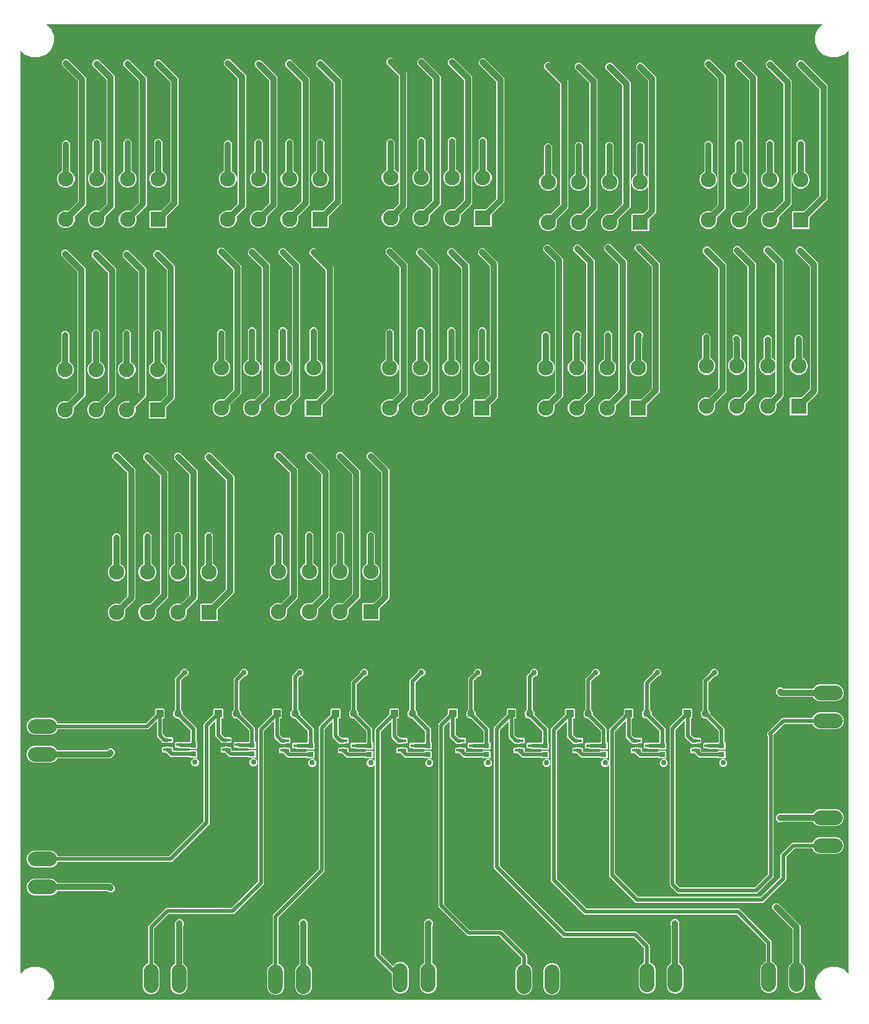
<source format=gbr>
G04 EAGLE Gerber RS-274X export*
G75*
%MOMM*%
%FSLAX34Y34*%
%LPD*%
%INBottom Copper*%
%IPPOS*%
%AMOC8*
5,1,8,0,0,1.08239X$1,22.5*%
G01*
%ADD10R,2.095500X2.095500*%
%ADD11C,2.095500*%
%ADD12R,1.016000X1.016000*%
%ADD13C,1.016000*%
%ADD14C,2.000000*%
%ADD15R,1.168400X0.457200*%
%ADD16R,0.800000X0.700000*%
%ADD17C,0.756400*%
%ADD18C,0.812800*%
%ADD19C,0.254000*%
%ADD20C,0.508000*%

G36*
X1104148Y10169D02*
X1104148Y10169D01*
X1104162Y10167D01*
X1104164Y10180D01*
X1104185Y10197D01*
X1104169Y10218D01*
X1104173Y10245D01*
X1098670Y15748D01*
X1094839Y24995D01*
X1094839Y35005D01*
X1098670Y44252D01*
X1105748Y51330D01*
X1114995Y55161D01*
X1125005Y55161D01*
X1134252Y51330D01*
X1139755Y45827D01*
X1139769Y45826D01*
X1139777Y45815D01*
X1139784Y45820D01*
X1139785Y45818D01*
X1139790Y45818D01*
X1139796Y45822D01*
X1139814Y45819D01*
X1139817Y45838D01*
X1139837Y45854D01*
X1139834Y45858D01*
X1139839Y45862D01*
X1139839Y1304138D01*
X1139831Y1304148D01*
X1139833Y1304162D01*
X1139820Y1304164D01*
X1139803Y1304185D01*
X1139782Y1304169D01*
X1139755Y1304173D01*
X1134252Y1298670D01*
X1125005Y1294839D01*
X1114995Y1294839D01*
X1105748Y1298670D01*
X1098670Y1305748D01*
X1094839Y1314995D01*
X1094839Y1325005D01*
X1098670Y1334252D01*
X1104173Y1339755D01*
X1104174Y1339769D01*
X1104185Y1339777D01*
X1104177Y1339787D01*
X1104181Y1339814D01*
X1104154Y1339818D01*
X1104138Y1339839D01*
X45862Y1339839D01*
X45852Y1339831D01*
X45838Y1339833D01*
X45836Y1339820D01*
X45815Y1339803D01*
X45831Y1339782D01*
X45827Y1339755D01*
X51330Y1334252D01*
X55161Y1325005D01*
X55161Y1314995D01*
X51330Y1305748D01*
X44252Y1298670D01*
X35005Y1294839D01*
X24995Y1294839D01*
X15748Y1298670D01*
X10245Y1304173D01*
X10231Y1304174D01*
X10223Y1304185D01*
X10213Y1304177D01*
X10186Y1304181D01*
X10182Y1304154D01*
X10161Y1304138D01*
X10161Y45862D01*
X10169Y45852D01*
X10167Y45838D01*
X10180Y45836D01*
X10197Y45815D01*
X10207Y45822D01*
X10210Y45818D01*
X10215Y45818D01*
X10230Y45829D01*
X10245Y45827D01*
X15748Y51330D01*
X24995Y55161D01*
X35005Y55161D01*
X44252Y51330D01*
X51330Y44252D01*
X55161Y35005D01*
X55161Y24995D01*
X51330Y15748D01*
X45827Y10245D01*
X45826Y10231D01*
X45815Y10223D01*
X45823Y10213D01*
X45819Y10186D01*
X45846Y10182D01*
X45862Y10161D01*
X1104138Y10161D01*
X1104148Y10169D01*
G37*
%LPC*%
G36*
X906316Y154935D02*
X906316Y154935D01*
X895935Y165316D01*
X895935Y381684D01*
X898331Y384079D01*
X913381Y399129D01*
X913385Y399156D01*
X913395Y399164D01*
X913395Y405712D01*
X914288Y406605D01*
X925712Y406605D01*
X926605Y405712D01*
X926605Y394288D01*
X925712Y393395D01*
X925163Y393395D01*
X925116Y393359D01*
X925122Y393352D01*
X925114Y393346D01*
X925151Y371255D01*
X925167Y371233D01*
X925165Y371220D01*
X929206Y367179D01*
X929230Y367176D01*
X929232Y367174D01*
X929234Y367174D01*
X929241Y367165D01*
X933221Y367165D01*
X933460Y366925D01*
X933487Y366921D01*
X933495Y366911D01*
X938011Y366911D01*
X938904Y366018D01*
X938904Y360182D01*
X938011Y359289D01*
X933495Y359289D01*
X933474Y359273D01*
X933460Y359275D01*
X933221Y359035D01*
X925853Y359035D01*
X925614Y359275D01*
X925587Y359279D01*
X925579Y359289D01*
X925063Y359289D01*
X924170Y360182D01*
X924170Y360698D01*
X924154Y360719D01*
X924156Y360733D01*
X918215Y366674D01*
X917024Y367860D01*
X917024Y369543D01*
X916988Y391121D01*
X916980Y391132D01*
X916982Y391145D01*
X916969Y391147D01*
X916952Y391169D01*
X916939Y391159D01*
X916928Y391159D01*
X916921Y391154D01*
X916904Y391156D01*
X904079Y378331D01*
X904078Y378320D01*
X904075Y378318D01*
X904077Y378315D01*
X904075Y378304D01*
X904065Y378296D01*
X904065Y168704D01*
X904081Y168683D01*
X904079Y168669D01*
X909669Y163079D01*
X909696Y163075D01*
X909704Y163065D01*
X1012296Y163065D01*
X1012317Y163081D01*
X1012331Y163079D01*
X1029921Y180669D01*
X1029924Y180693D01*
X1029933Y180700D01*
X1029932Y180702D01*
X1029935Y180704D01*
X1029935Y369296D01*
X1029919Y369317D01*
X1029921Y369331D01*
X1028935Y370316D01*
X1028935Y373684D01*
X1049516Y394265D01*
X1091176Y394265D01*
X1091214Y394293D01*
X1091222Y394295D01*
X1092230Y396728D01*
X1095472Y399970D01*
X1099708Y401725D01*
X1124292Y401725D01*
X1128528Y399970D01*
X1131770Y396728D01*
X1133525Y392492D01*
X1133525Y387908D01*
X1131770Y383672D01*
X1128528Y380430D01*
X1124292Y378675D01*
X1099708Y378675D01*
X1095472Y380430D01*
X1092230Y383672D01*
X1091222Y386105D01*
X1091182Y386128D01*
X1091176Y386135D01*
X1052904Y386135D01*
X1052883Y386119D01*
X1052869Y386121D01*
X1038079Y371331D01*
X1038075Y371304D01*
X1038065Y371296D01*
X1038065Y177316D01*
X1015684Y154935D01*
X906316Y154935D01*
G37*
%LPD*%
%LPC*%
G36*
X1028908Y19475D02*
X1028908Y19475D01*
X1024672Y21230D01*
X1021430Y24472D01*
X1019675Y28708D01*
X1019675Y53292D01*
X1021430Y57528D01*
X1024672Y60770D01*
X1027105Y61778D01*
X1027116Y61798D01*
X1027133Y61811D01*
X1027128Y61818D01*
X1027135Y61824D01*
X1027135Y86296D01*
X1027119Y86317D01*
X1027121Y86331D01*
X987531Y125921D01*
X987504Y125925D01*
X987496Y125935D01*
X779695Y125935D01*
X733935Y171695D01*
X733935Y379684D01*
X736331Y382079D01*
X753381Y399129D01*
X753385Y399156D01*
X753395Y399164D01*
X753395Y405712D01*
X754288Y406605D01*
X765712Y406605D01*
X766605Y405712D01*
X766605Y394288D01*
X765712Y393395D01*
X764163Y393395D01*
X764116Y393359D01*
X764122Y393352D01*
X764114Y393346D01*
X764151Y371255D01*
X764167Y371233D01*
X764165Y371220D01*
X768206Y367179D01*
X768230Y367176D01*
X768232Y367174D01*
X768234Y367174D01*
X768241Y367165D01*
X772221Y367165D01*
X772460Y366925D01*
X772487Y366921D01*
X772495Y366911D01*
X777011Y366911D01*
X777904Y366018D01*
X777904Y360182D01*
X777011Y359289D01*
X772495Y359289D01*
X772474Y359273D01*
X772460Y359275D01*
X772221Y359035D01*
X764853Y359035D01*
X764614Y359275D01*
X764587Y359279D01*
X764579Y359289D01*
X764063Y359289D01*
X763170Y360182D01*
X763170Y360698D01*
X763154Y360719D01*
X763156Y360733D01*
X757215Y366674D01*
X756024Y367860D01*
X756024Y369543D01*
X755990Y390123D01*
X755982Y390134D01*
X755984Y390147D01*
X755970Y390149D01*
X755954Y390170D01*
X755933Y390154D01*
X755906Y390158D01*
X742079Y376331D01*
X742076Y376305D01*
X742067Y376299D01*
X742067Y376298D01*
X742065Y376296D01*
X742065Y175083D01*
X742081Y175062D01*
X742079Y175048D01*
X783048Y134079D01*
X783072Y134076D01*
X783074Y134074D01*
X783076Y134074D01*
X783083Y134065D01*
X990884Y134065D01*
X1035265Y89684D01*
X1035265Y61824D01*
X1035293Y61786D01*
X1035295Y61778D01*
X1037728Y60770D01*
X1040970Y57528D01*
X1042725Y53292D01*
X1042725Y28708D01*
X1040970Y24472D01*
X1037728Y21230D01*
X1033492Y19475D01*
X1028908Y19475D01*
G37*
%LPD*%
%LPC*%
G36*
X849631Y142135D02*
X849631Y142135D01*
X813237Y178529D01*
X813237Y330614D01*
X813229Y330624D01*
X813231Y330638D01*
X813218Y330640D01*
X813201Y330661D01*
X813180Y330645D01*
X813153Y330648D01*
X810198Y327693D01*
X805802Y327693D01*
X802693Y330802D01*
X802693Y335198D01*
X805802Y338307D01*
X810198Y338307D01*
X813153Y335352D01*
X813167Y335350D01*
X813175Y335339D01*
X813185Y335347D01*
X813212Y335344D01*
X813216Y335370D01*
X813237Y335386D01*
X813237Y378986D01*
X815633Y381381D01*
X833381Y399129D01*
X833385Y399156D01*
X833395Y399164D01*
X833395Y405712D01*
X834288Y406605D01*
X845712Y406605D01*
X846605Y405712D01*
X846605Y394288D01*
X845712Y393395D01*
X844163Y393395D01*
X844116Y393359D01*
X844122Y393352D01*
X844114Y393346D01*
X844151Y371255D01*
X844167Y371233D01*
X844165Y371220D01*
X848206Y367179D01*
X848230Y367176D01*
X848232Y367174D01*
X848234Y367174D01*
X848241Y367165D01*
X852221Y367165D01*
X852460Y366925D01*
X852487Y366921D01*
X852495Y366911D01*
X857011Y366911D01*
X857904Y366018D01*
X857904Y360182D01*
X857011Y359289D01*
X852495Y359289D01*
X852474Y359273D01*
X852460Y359275D01*
X852221Y359035D01*
X844853Y359035D01*
X844614Y359275D01*
X844587Y359279D01*
X844579Y359289D01*
X844063Y359289D01*
X843170Y360182D01*
X843170Y360698D01*
X843154Y360719D01*
X843156Y360733D01*
X837215Y366674D01*
X836024Y367860D01*
X836024Y369543D01*
X835990Y390123D01*
X835982Y390134D01*
X835984Y390147D01*
X835970Y390149D01*
X835954Y390170D01*
X835933Y390154D01*
X835906Y390158D01*
X821381Y375633D01*
X821379Y375617D01*
X821369Y375609D01*
X821373Y375603D01*
X821367Y375598D01*
X821367Y181916D01*
X821383Y181895D01*
X821381Y181882D01*
X852984Y150279D01*
X853010Y150275D01*
X853018Y150265D01*
X1020296Y150265D01*
X1020317Y150281D01*
X1020331Y150279D01*
X1046921Y176869D01*
X1046925Y176896D01*
X1046935Y176904D01*
X1046935Y207884D01*
X1063316Y224265D01*
X1091176Y224265D01*
X1091214Y224293D01*
X1091222Y224295D01*
X1092230Y226728D01*
X1095472Y229970D01*
X1099708Y231725D01*
X1124292Y231725D01*
X1128528Y229970D01*
X1131770Y226728D01*
X1133525Y222492D01*
X1133525Y217908D01*
X1131770Y213672D01*
X1128528Y210430D01*
X1124292Y208675D01*
X1099708Y208675D01*
X1095472Y210430D01*
X1092230Y213672D01*
X1091222Y216105D01*
X1091182Y216128D01*
X1091176Y216135D01*
X1066704Y216135D01*
X1066683Y216119D01*
X1066669Y216121D01*
X1055079Y204531D01*
X1055078Y204519D01*
X1055072Y204515D01*
X1055076Y204509D01*
X1055075Y204504D01*
X1055065Y204496D01*
X1055065Y173516D01*
X1023684Y142135D01*
X849631Y142135D01*
G37*
%LPD*%
%LPC*%
G36*
X862908Y18475D02*
X862908Y18475D01*
X858672Y20230D01*
X855430Y23472D01*
X853675Y27708D01*
X853675Y52292D01*
X855430Y56528D01*
X858672Y59770D01*
X861105Y60778D01*
X861128Y60818D01*
X861135Y60824D01*
X861135Y81296D01*
X861119Y81317D01*
X861121Y81331D01*
X847531Y94921D01*
X847504Y94925D01*
X847496Y94935D01*
X750516Y94935D01*
X656237Y189214D01*
X656237Y381986D01*
X673381Y399129D01*
X673385Y399156D01*
X673395Y399164D01*
X673395Y405712D01*
X674288Y406605D01*
X685712Y406605D01*
X686605Y405712D01*
X686605Y394288D01*
X685712Y393395D01*
X684163Y393395D01*
X684116Y393359D01*
X684122Y393352D01*
X684114Y393346D01*
X684151Y371255D01*
X684167Y371233D01*
X684165Y371220D01*
X688206Y367179D01*
X688230Y367176D01*
X688232Y367174D01*
X688234Y367174D01*
X688241Y367165D01*
X692221Y367165D01*
X692460Y366925D01*
X692487Y366921D01*
X692495Y366911D01*
X697011Y366911D01*
X697904Y366018D01*
X697904Y360182D01*
X697011Y359289D01*
X692495Y359289D01*
X692474Y359273D01*
X692460Y359275D01*
X692221Y359035D01*
X684853Y359035D01*
X684614Y359275D01*
X684587Y359279D01*
X684579Y359289D01*
X684063Y359289D01*
X683170Y360182D01*
X683170Y360698D01*
X683154Y360719D01*
X683156Y360733D01*
X677215Y366674D01*
X676024Y367860D01*
X676024Y369543D01*
X675990Y390123D01*
X675982Y390134D01*
X675984Y390147D01*
X675970Y390149D01*
X675954Y390170D01*
X675933Y390154D01*
X675906Y390158D01*
X664381Y378633D01*
X664379Y378620D01*
X664371Y378613D01*
X664377Y378605D01*
X664367Y378598D01*
X664367Y192602D01*
X664383Y192581D01*
X664381Y192567D01*
X753869Y103079D01*
X753896Y103075D01*
X753904Y103065D01*
X850884Y103065D01*
X869265Y84684D01*
X869265Y60824D01*
X869293Y60786D01*
X869295Y60778D01*
X871728Y59770D01*
X874970Y56528D01*
X876725Y52292D01*
X876725Y27708D01*
X874970Y23472D01*
X871728Y20230D01*
X867492Y18475D01*
X862908Y18475D01*
G37*
%LPD*%
%LPC*%
G36*
X185908Y17475D02*
X185908Y17475D01*
X181672Y19230D01*
X178430Y22472D01*
X176675Y26708D01*
X176675Y51292D01*
X178430Y55528D01*
X181672Y58770D01*
X184105Y59778D01*
X184128Y59818D01*
X184135Y59824D01*
X184135Y110684D01*
X186531Y113079D01*
X208516Y135065D01*
X297801Y135065D01*
X297823Y135081D01*
X297836Y135079D01*
X333921Y171164D01*
X333924Y171188D01*
X333933Y171195D01*
X333932Y171197D01*
X333935Y171199D01*
X333935Y379684D01*
X336331Y382079D01*
X353381Y399129D01*
X353385Y399156D01*
X353395Y399164D01*
X353395Y405712D01*
X354288Y406605D01*
X365712Y406605D01*
X366605Y405712D01*
X366605Y394288D01*
X365712Y393395D01*
X364163Y393395D01*
X364116Y393359D01*
X364122Y393352D01*
X364114Y393346D01*
X364151Y371255D01*
X364167Y371233D01*
X364165Y371220D01*
X368206Y367179D01*
X368230Y367176D01*
X368232Y367174D01*
X368234Y367174D01*
X368241Y367165D01*
X372221Y367165D01*
X372460Y366925D01*
X372487Y366921D01*
X372495Y366911D01*
X377011Y366911D01*
X377904Y366018D01*
X377904Y360182D01*
X377011Y359289D01*
X372495Y359289D01*
X372474Y359273D01*
X372460Y359275D01*
X372221Y359035D01*
X364853Y359035D01*
X364614Y359275D01*
X364587Y359279D01*
X364579Y359289D01*
X364063Y359289D01*
X363170Y360182D01*
X363170Y360698D01*
X363154Y360719D01*
X363156Y360733D01*
X357215Y366674D01*
X356024Y367860D01*
X356024Y369543D01*
X355990Y390123D01*
X355982Y390134D01*
X355984Y390147D01*
X355970Y390149D01*
X355954Y390170D01*
X355933Y390154D01*
X355906Y390158D01*
X342079Y376331D01*
X342076Y376305D01*
X342067Y376299D01*
X342067Y376298D01*
X342065Y376296D01*
X342065Y167811D01*
X301189Y126935D01*
X211904Y126935D01*
X211883Y126919D01*
X211869Y126921D01*
X192279Y107331D01*
X192275Y107304D01*
X192265Y107296D01*
X192265Y59824D01*
X192293Y59786D01*
X192295Y59778D01*
X194728Y58770D01*
X197970Y55528D01*
X199725Y51292D01*
X199725Y26708D01*
X197970Y22472D01*
X194728Y19230D01*
X190492Y17475D01*
X185908Y17475D01*
G37*
%LPD*%
%LPC*%
G36*
X694908Y16475D02*
X694908Y16475D01*
X690672Y18230D01*
X687430Y21472D01*
X685675Y25708D01*
X685675Y50292D01*
X687430Y54528D01*
X690672Y57770D01*
X693105Y58778D01*
X693119Y58803D01*
X693124Y58806D01*
X693123Y58809D01*
X693128Y58818D01*
X693135Y58824D01*
X693135Y67296D01*
X693119Y67317D01*
X693121Y67331D01*
X663531Y96921D01*
X663504Y96925D01*
X663496Y96935D01*
X619831Y96935D01*
X580237Y136529D01*
X580237Y385986D01*
X593381Y399129D01*
X593385Y399156D01*
X593395Y399164D01*
X593395Y405712D01*
X594288Y406605D01*
X605712Y406605D01*
X606605Y405712D01*
X606605Y394288D01*
X605712Y393395D01*
X604163Y393395D01*
X604116Y393359D01*
X604122Y393352D01*
X604114Y393346D01*
X604151Y371255D01*
X604167Y371233D01*
X604165Y371220D01*
X608206Y367179D01*
X608230Y367176D01*
X608232Y367174D01*
X608234Y367174D01*
X608241Y367165D01*
X612221Y367165D01*
X612460Y366925D01*
X612487Y366921D01*
X612495Y366911D01*
X617011Y366911D01*
X617904Y366018D01*
X617904Y360182D01*
X617011Y359289D01*
X612495Y359289D01*
X612474Y359273D01*
X612460Y359275D01*
X612221Y359035D01*
X604853Y359035D01*
X604614Y359275D01*
X604587Y359279D01*
X604579Y359289D01*
X604063Y359289D01*
X603170Y360182D01*
X603170Y360698D01*
X603154Y360719D01*
X603156Y360733D01*
X597215Y366674D01*
X596024Y367860D01*
X596024Y369543D01*
X595990Y390123D01*
X595982Y390134D01*
X595984Y390147D01*
X595970Y390149D01*
X595954Y390170D01*
X595933Y390154D01*
X595906Y390158D01*
X588381Y382633D01*
X588378Y382610D01*
X588369Y382603D01*
X588370Y382600D01*
X588367Y382598D01*
X588367Y139916D01*
X588383Y139895D01*
X588381Y139882D01*
X623184Y105079D01*
X623210Y105076D01*
X623218Y105065D01*
X666884Y105065D01*
X701265Y70684D01*
X701265Y58824D01*
X701293Y58786D01*
X701295Y58778D01*
X703728Y57770D01*
X706970Y54528D01*
X708725Y50292D01*
X708725Y25708D01*
X706970Y21472D01*
X703728Y18230D01*
X699492Y16475D01*
X694908Y16475D01*
G37*
%LPD*%
%LPC*%
G36*
X525908Y18475D02*
X525908Y18475D01*
X521672Y20230D01*
X518430Y23472D01*
X516675Y27708D01*
X516675Y45756D01*
X516659Y45777D01*
X516661Y45791D01*
X493237Y69214D01*
X493237Y330614D01*
X493229Y330624D01*
X493231Y330638D01*
X493218Y330640D01*
X493201Y330661D01*
X493180Y330645D01*
X493153Y330648D01*
X490198Y327693D01*
X485802Y327693D01*
X482693Y330802D01*
X482693Y335198D01*
X485802Y338307D01*
X490198Y338307D01*
X493153Y335352D01*
X493167Y335350D01*
X493175Y335339D01*
X493185Y335347D01*
X493212Y335344D01*
X493216Y335370D01*
X493237Y335386D01*
X493237Y378986D01*
X495633Y381381D01*
X513381Y399129D01*
X513385Y399156D01*
X513395Y399164D01*
X513395Y405712D01*
X514288Y406605D01*
X525712Y406605D01*
X526605Y405712D01*
X526605Y394288D01*
X525712Y393395D01*
X524163Y393395D01*
X524116Y393359D01*
X524122Y393352D01*
X524114Y393346D01*
X524151Y371255D01*
X524167Y371233D01*
X524165Y371220D01*
X528206Y367179D01*
X528230Y367176D01*
X528232Y367174D01*
X528234Y367174D01*
X528241Y367165D01*
X532221Y367165D01*
X532460Y366925D01*
X532487Y366921D01*
X532495Y366911D01*
X537011Y366911D01*
X537904Y366018D01*
X537904Y360182D01*
X537011Y359289D01*
X532495Y359289D01*
X532474Y359273D01*
X532460Y359275D01*
X532221Y359035D01*
X524853Y359035D01*
X524614Y359275D01*
X524587Y359279D01*
X524579Y359289D01*
X524063Y359289D01*
X523170Y360182D01*
X523170Y360698D01*
X523154Y360719D01*
X523156Y360733D01*
X517215Y366674D01*
X516024Y367860D01*
X516024Y369543D01*
X515990Y390123D01*
X515982Y390134D01*
X515984Y390147D01*
X515970Y390149D01*
X515954Y390170D01*
X515933Y390154D01*
X515906Y390158D01*
X501381Y375633D01*
X501379Y375617D01*
X501369Y375609D01*
X501373Y375603D01*
X501367Y375598D01*
X501367Y72602D01*
X501383Y72581D01*
X501381Y72567D01*
X518082Y55866D01*
X518085Y55866D01*
X518086Y55863D01*
X518095Y55865D01*
X518141Y55858D01*
X518144Y55877D01*
X518162Y55882D01*
X518430Y56528D01*
X521672Y59770D01*
X525908Y61525D01*
X530492Y61525D01*
X534728Y59770D01*
X537970Y56528D01*
X539725Y52292D01*
X539725Y27708D01*
X537970Y23472D01*
X534728Y20230D01*
X530492Y18475D01*
X525908Y18475D01*
G37*
%LPD*%
%LPC*%
G36*
X27708Y190275D02*
X27708Y190275D01*
X23472Y192030D01*
X20230Y195272D01*
X18475Y199508D01*
X18475Y204092D01*
X20230Y208328D01*
X23472Y211570D01*
X27708Y213325D01*
X52292Y213325D01*
X56528Y211570D01*
X59770Y208328D01*
X60778Y205895D01*
X60818Y205872D01*
X60824Y205865D01*
X213096Y205865D01*
X213117Y205881D01*
X213131Y205879D01*
X259921Y252669D01*
X259925Y252696D01*
X259935Y252704D01*
X259935Y385684D01*
X273381Y399129D01*
X273385Y399156D01*
X273395Y399164D01*
X273395Y405712D01*
X274288Y406605D01*
X285712Y406605D01*
X286605Y405712D01*
X286605Y394288D01*
X285712Y393395D01*
X284165Y393395D01*
X284118Y393359D01*
X284123Y393352D01*
X284116Y393346D01*
X284151Y372255D01*
X284167Y372233D01*
X284165Y372220D01*
X288206Y368179D01*
X288233Y368175D01*
X288241Y368165D01*
X292221Y368165D01*
X292460Y367925D01*
X292486Y367922D01*
X292493Y367913D01*
X292494Y367913D01*
X292495Y367911D01*
X297011Y367911D01*
X297904Y367018D01*
X297904Y361182D01*
X297011Y360289D01*
X292495Y360289D01*
X292474Y360273D01*
X292460Y360275D01*
X292221Y360035D01*
X284853Y360035D01*
X284614Y360275D01*
X284590Y360278D01*
X284589Y360279D01*
X284587Y360279D01*
X284579Y360289D01*
X284063Y360289D01*
X283170Y361182D01*
X283170Y361698D01*
X283154Y361719D01*
X283156Y361733D01*
X277215Y367674D01*
X276024Y368860D01*
X276024Y370543D01*
X275992Y390125D01*
X275984Y390135D01*
X275985Y390149D01*
X275972Y390150D01*
X275956Y390172D01*
X275934Y390156D01*
X275908Y390159D01*
X268079Y382331D01*
X268077Y382315D01*
X268067Y382307D01*
X268071Y382301D01*
X268065Y382296D01*
X268065Y249316D01*
X216484Y197735D01*
X60824Y197735D01*
X60786Y197707D01*
X60778Y197705D01*
X59770Y195272D01*
X56528Y192030D01*
X52292Y190275D01*
X27708Y190275D01*
G37*
%LPD*%
%LPC*%
G36*
X355908Y16475D02*
X355908Y16475D01*
X351672Y18230D01*
X348430Y21472D01*
X346675Y25708D01*
X346675Y50292D01*
X348430Y54528D01*
X351672Y57770D01*
X354105Y58778D01*
X354119Y58803D01*
X354124Y58806D01*
X354123Y58809D01*
X354128Y58818D01*
X354135Y58824D01*
X354135Y125378D01*
X416921Y188164D01*
X416923Y188178D01*
X416933Y188186D01*
X416928Y188193D01*
X416935Y188199D01*
X416935Y382684D01*
X419331Y385079D01*
X433381Y399129D01*
X433385Y399156D01*
X433395Y399164D01*
X433395Y405712D01*
X434288Y406605D01*
X445712Y406605D01*
X446605Y405712D01*
X446605Y394288D01*
X445712Y393395D01*
X444163Y393395D01*
X444116Y393359D01*
X444122Y393352D01*
X444114Y393346D01*
X444151Y371255D01*
X444167Y371233D01*
X444165Y371220D01*
X448206Y367179D01*
X448230Y367176D01*
X448232Y367174D01*
X448234Y367174D01*
X448241Y367165D01*
X452221Y367165D01*
X452460Y366925D01*
X452487Y366921D01*
X452495Y366911D01*
X457011Y366911D01*
X457904Y366018D01*
X457904Y360182D01*
X457011Y359289D01*
X452495Y359289D01*
X452474Y359273D01*
X452460Y359275D01*
X452221Y359035D01*
X444853Y359035D01*
X444614Y359275D01*
X444587Y359279D01*
X444579Y359289D01*
X444063Y359289D01*
X443170Y360182D01*
X443170Y360698D01*
X443154Y360719D01*
X443156Y360733D01*
X437215Y366674D01*
X436024Y367860D01*
X436024Y369543D01*
X435990Y390123D01*
X435982Y390134D01*
X435984Y390147D01*
X435970Y390149D01*
X435954Y390170D01*
X435933Y390154D01*
X435906Y390158D01*
X425079Y379331D01*
X425076Y379310D01*
X425067Y379303D01*
X425069Y379299D01*
X425065Y379296D01*
X425065Y184811D01*
X362279Y122025D01*
X362275Y121999D01*
X362265Y121991D01*
X362265Y58824D01*
X362293Y58786D01*
X362295Y58778D01*
X364728Y57770D01*
X367970Y54528D01*
X369725Y50292D01*
X369725Y25708D01*
X367970Y21472D01*
X364728Y18230D01*
X360492Y16475D01*
X355908Y16475D01*
G37*
%LPD*%
%LPC*%
G36*
X628891Y804998D02*
X628891Y804998D01*
X627998Y805891D01*
X627998Y828109D01*
X628891Y829002D01*
X644078Y829002D01*
X644100Y829019D01*
X644113Y829017D01*
X650462Y835366D01*
X650464Y835377D01*
X650468Y835380D01*
X650465Y835384D01*
X650466Y835393D01*
X650477Y835401D01*
X650477Y865682D01*
X650464Y865700D01*
X650458Y865721D01*
X650449Y865719D01*
X650441Y865730D01*
X650414Y865710D01*
X650382Y865701D01*
X650175Y865201D01*
X646799Y861825D01*
X642387Y859998D01*
X637613Y859998D01*
X633201Y861825D01*
X629825Y865201D01*
X627998Y869613D01*
X627998Y874387D01*
X629825Y878799D01*
X633201Y882175D01*
X634381Y882664D01*
X634404Y882704D01*
X634411Y882709D01*
X634411Y923315D01*
X637685Y926589D01*
X642315Y926589D01*
X645589Y923315D01*
X645589Y882709D01*
X645617Y882672D01*
X645619Y882664D01*
X646799Y882175D01*
X650175Y878799D01*
X650382Y878299D01*
X650401Y878288D01*
X650414Y878270D01*
X650421Y878276D01*
X650433Y878269D01*
X650450Y878298D01*
X650477Y878318D01*
X650477Y1010599D01*
X650460Y1010621D01*
X650462Y1010634D01*
X634411Y1026685D01*
X634411Y1031315D01*
X637685Y1034589D01*
X642315Y1034589D01*
X661654Y1015249D01*
X661654Y830751D01*
X652017Y821113D01*
X652013Y821086D01*
X652002Y821078D01*
X652002Y805891D01*
X651109Y804998D01*
X628891Y804998D01*
G37*
%LPD*%
%LPC*%
G36*
X844891Y1057998D02*
X844891Y1057998D01*
X843998Y1058891D01*
X843998Y1081109D01*
X844891Y1082002D01*
X860078Y1082002D01*
X860100Y1082019D01*
X860113Y1082017D01*
X866462Y1088366D01*
X866464Y1088377D01*
X866465Y1088378D01*
X866464Y1088379D01*
X866466Y1088393D01*
X866477Y1088401D01*
X866477Y1118682D01*
X866464Y1118700D01*
X866458Y1118721D01*
X866449Y1118719D01*
X866441Y1118730D01*
X866432Y1118723D01*
X866428Y1118729D01*
X866426Y1118729D01*
X866394Y1118704D01*
X866382Y1118701D01*
X866175Y1118201D01*
X862799Y1114825D01*
X858387Y1112998D01*
X853613Y1112998D01*
X849201Y1114825D01*
X845825Y1118201D01*
X843998Y1122613D01*
X843998Y1127387D01*
X845825Y1131799D01*
X849201Y1135175D01*
X850381Y1135664D01*
X850404Y1135703D01*
X850409Y1135707D01*
X850411Y1135709D01*
X850411Y1176315D01*
X853685Y1179589D01*
X858315Y1179589D01*
X861589Y1176315D01*
X861589Y1135709D01*
X861617Y1135672D01*
X861619Y1135664D01*
X862799Y1135175D01*
X866175Y1131799D01*
X866382Y1131299D01*
X866401Y1131288D01*
X866414Y1131270D01*
X866421Y1131276D01*
X866433Y1131269D01*
X866450Y1131298D01*
X866477Y1131318D01*
X866477Y1263599D01*
X866460Y1263621D01*
X866462Y1263634D01*
X850411Y1279685D01*
X850411Y1284315D01*
X853685Y1287589D01*
X858315Y1287589D01*
X877654Y1268249D01*
X877654Y1083751D01*
X874366Y1080462D01*
X868017Y1074113D01*
X868013Y1074086D01*
X868002Y1074078D01*
X868002Y1058891D01*
X867109Y1057998D01*
X844891Y1057998D01*
G37*
%LPD*%
%LPC*%
G36*
X512613Y1063998D02*
X512613Y1063998D01*
X508201Y1065825D01*
X504825Y1069201D01*
X502998Y1073613D01*
X502998Y1078387D01*
X504825Y1082799D01*
X508201Y1086175D01*
X512613Y1088002D01*
X517387Y1088002D01*
X518567Y1087514D01*
X518612Y1087525D01*
X518621Y1087524D01*
X526397Y1095301D01*
X526399Y1095314D01*
X526409Y1095322D01*
X526404Y1095330D01*
X526411Y1095335D01*
X526411Y1126938D01*
X526398Y1126956D01*
X526392Y1126977D01*
X526384Y1126975D01*
X526375Y1126986D01*
X526349Y1126966D01*
X526317Y1126957D01*
X525175Y1124201D01*
X521799Y1120825D01*
X517387Y1118998D01*
X512613Y1118998D01*
X508201Y1120825D01*
X504825Y1124201D01*
X502998Y1128613D01*
X502998Y1133387D01*
X504825Y1137799D01*
X508201Y1141175D01*
X509381Y1141664D01*
X509404Y1141704D01*
X509411Y1141709D01*
X509411Y1180315D01*
X512685Y1183589D01*
X517315Y1183589D01*
X520589Y1180315D01*
X520589Y1141709D01*
X520617Y1141672D01*
X520619Y1141664D01*
X521799Y1141175D01*
X525175Y1137799D01*
X526317Y1135043D01*
X526335Y1135032D01*
X526349Y1135014D01*
X526356Y1135020D01*
X526368Y1135013D01*
X526385Y1135042D01*
X526411Y1135062D01*
X526411Y1269665D01*
X526395Y1269686D01*
X526397Y1269699D01*
X509411Y1286685D01*
X509411Y1291315D01*
X512685Y1294589D01*
X517315Y1294589D01*
X537589Y1274315D01*
X537589Y1090685D01*
X534301Y1087397D01*
X526524Y1079621D01*
X526520Y1079592D01*
X526516Y1079589D01*
X526519Y1079584D01*
X526518Y1079574D01*
X526514Y1079567D01*
X527002Y1078387D01*
X527002Y1073613D01*
X525175Y1069201D01*
X521799Y1065825D01*
X517387Y1063998D01*
X512613Y1063998D01*
G37*
%LPD*%
%LPC*%
G36*
X1027613Y806998D02*
X1027613Y806998D01*
X1023201Y808825D01*
X1019825Y812201D01*
X1017998Y816613D01*
X1017998Y821387D01*
X1019825Y825799D01*
X1023201Y829175D01*
X1027613Y831002D01*
X1032387Y831002D01*
X1033567Y830514D01*
X1033584Y830518D01*
X1033594Y830518D01*
X1033599Y830522D01*
X1033612Y830525D01*
X1033621Y830524D01*
X1040462Y837366D01*
X1040466Y837393D01*
X1040477Y837401D01*
X1040477Y867682D01*
X1040464Y867700D01*
X1040458Y867721D01*
X1040449Y867719D01*
X1040441Y867730D01*
X1040414Y867710D01*
X1040382Y867701D01*
X1040175Y867201D01*
X1036799Y863825D01*
X1032387Y861998D01*
X1027613Y861998D01*
X1023201Y863825D01*
X1019825Y867201D01*
X1017998Y871613D01*
X1017998Y876387D01*
X1019825Y880799D01*
X1023201Y884175D01*
X1024381Y884664D01*
X1024404Y884704D01*
X1024411Y884709D01*
X1024411Y912315D01*
X1027685Y915589D01*
X1032315Y915589D01*
X1035589Y912315D01*
X1035589Y884709D01*
X1035617Y884672D01*
X1035619Y884664D01*
X1036799Y884175D01*
X1040175Y880799D01*
X1040382Y880299D01*
X1040401Y880288D01*
X1040414Y880270D01*
X1040421Y880276D01*
X1040433Y880269D01*
X1040450Y880298D01*
X1040477Y880318D01*
X1040477Y1013599D01*
X1040460Y1013621D01*
X1040462Y1013634D01*
X1024411Y1029685D01*
X1024411Y1034315D01*
X1027685Y1037589D01*
X1032315Y1037589D01*
X1051654Y1018249D01*
X1051654Y832751D01*
X1048366Y829462D01*
X1041524Y822621D01*
X1041523Y822608D01*
X1041515Y822602D01*
X1041521Y822594D01*
X1041518Y822574D01*
X1041514Y822567D01*
X1042002Y821387D01*
X1042002Y816613D01*
X1040175Y812201D01*
X1036799Y808825D01*
X1032387Y806998D01*
X1027613Y806998D01*
G37*
%LPD*%
%LPC*%
G36*
X1063891Y1060998D02*
X1063891Y1060998D01*
X1062998Y1061891D01*
X1062998Y1084109D01*
X1063891Y1085002D01*
X1079078Y1085002D01*
X1079100Y1085019D01*
X1079113Y1085017D01*
X1100331Y1106235D01*
X1100333Y1106248D01*
X1100343Y1106255D01*
X1100337Y1106263D01*
X1100346Y1106270D01*
X1100346Y1251730D01*
X1100329Y1251752D01*
X1100331Y1251765D01*
X1069411Y1282685D01*
X1069411Y1287315D01*
X1072685Y1290589D01*
X1077315Y1290589D01*
X1111523Y1256380D01*
X1111523Y1101620D01*
X1087017Y1077113D01*
X1087013Y1077086D01*
X1087002Y1077078D01*
X1087002Y1061891D01*
X1086109Y1060998D01*
X1063891Y1060998D01*
G37*
%LPD*%
%LPC*%
G36*
X841891Y804998D02*
X841891Y804998D01*
X840998Y805891D01*
X840998Y828109D01*
X841891Y829002D01*
X857078Y829002D01*
X857100Y829019D01*
X857113Y829017D01*
X871462Y843366D01*
X871466Y843393D01*
X871477Y843401D01*
X871477Y1009599D01*
X871460Y1009621D01*
X871462Y1009634D01*
X848411Y1032685D01*
X848411Y1037315D01*
X851685Y1040589D01*
X856315Y1040589D01*
X882654Y1014249D01*
X882654Y838751D01*
X865017Y821113D01*
X865013Y821086D01*
X865002Y821078D01*
X865002Y805891D01*
X864109Y804998D01*
X841891Y804998D01*
G37*
%LPD*%
%LPC*%
G36*
X255891Y525998D02*
X255891Y525998D01*
X254998Y526891D01*
X254998Y549109D01*
X255891Y550002D01*
X271078Y550002D01*
X271100Y550019D01*
X271113Y550017D01*
X290397Y569301D01*
X290400Y569325D01*
X290409Y569332D01*
X290408Y569333D01*
X290411Y569335D01*
X290411Y718665D01*
X290395Y718686D01*
X290397Y718699D01*
X261411Y747685D01*
X261411Y752315D01*
X264685Y755589D01*
X269315Y755589D01*
X301589Y723315D01*
X301589Y564685D01*
X279017Y542113D01*
X279013Y542086D01*
X279002Y542078D01*
X279002Y526891D01*
X278109Y525998D01*
X255891Y525998D01*
G37*
%LPD*%
%LPC*%
G36*
X629891Y1063998D02*
X629891Y1063998D01*
X628998Y1064891D01*
X628998Y1087109D01*
X629891Y1088002D01*
X645078Y1088002D01*
X645100Y1088019D01*
X645113Y1088017D01*
X659397Y1102301D01*
X659398Y1102312D01*
X659403Y1102315D01*
X659399Y1102320D01*
X659401Y1102327D01*
X659411Y1102335D01*
X659411Y1261665D01*
X659395Y1261686D01*
X659397Y1261699D01*
X635411Y1285685D01*
X635411Y1290315D01*
X638685Y1293589D01*
X643315Y1293589D01*
X670589Y1266315D01*
X670589Y1097685D01*
X653017Y1080113D01*
X653013Y1080088D01*
X653004Y1080081D01*
X653005Y1080080D01*
X653002Y1080078D01*
X653002Y1064891D01*
X652109Y1063998D01*
X629891Y1063998D01*
G37*
%LPD*%
%LPC*%
G36*
X407891Y1061998D02*
X407891Y1061998D01*
X406998Y1062891D01*
X406998Y1085109D01*
X407891Y1086002D01*
X423078Y1086002D01*
X423100Y1086019D01*
X423113Y1086017D01*
X437397Y1100301D01*
X437401Y1100327D01*
X437411Y1100335D01*
X437411Y1259665D01*
X437395Y1259686D01*
X437397Y1259699D01*
X413411Y1283685D01*
X413411Y1288315D01*
X416685Y1291589D01*
X421315Y1291589D01*
X448589Y1264315D01*
X448589Y1095685D01*
X431017Y1078113D01*
X431013Y1078086D01*
X431002Y1078078D01*
X431002Y1062891D01*
X430109Y1061998D01*
X407891Y1061998D01*
G37*
%LPD*%
%LPC*%
G36*
X186891Y1061998D02*
X186891Y1061998D01*
X185998Y1062891D01*
X185998Y1085109D01*
X186891Y1086002D01*
X202078Y1086002D01*
X202100Y1086019D01*
X202113Y1086017D01*
X214397Y1098301D01*
X214399Y1098319D01*
X214409Y1098326D01*
X214406Y1098331D01*
X214411Y1098335D01*
X214411Y1261665D01*
X214395Y1261686D01*
X214397Y1261699D01*
X192411Y1283685D01*
X192411Y1288315D01*
X195685Y1291589D01*
X200315Y1291589D01*
X225589Y1266315D01*
X225589Y1093685D01*
X210017Y1078113D01*
X210013Y1078086D01*
X210002Y1078078D01*
X210002Y1062891D01*
X209109Y1061998D01*
X186891Y1061998D01*
G37*
%LPD*%
%LPC*%
G36*
X398891Y804998D02*
X398891Y804998D01*
X397998Y805891D01*
X397998Y828109D01*
X398891Y829002D01*
X414078Y829002D01*
X414100Y829019D01*
X414113Y829017D01*
X426397Y841301D01*
X426401Y841327D01*
X426411Y841335D01*
X426411Y1004665D01*
X426395Y1004686D01*
X426397Y1004699D01*
X404411Y1026685D01*
X404411Y1031315D01*
X407685Y1034589D01*
X412315Y1034589D01*
X437589Y1009315D01*
X437589Y836685D01*
X422017Y821113D01*
X422013Y821086D01*
X422002Y821078D01*
X422002Y805891D01*
X421109Y804998D01*
X398891Y804998D01*
G37*
%LPD*%
%LPC*%
G36*
X1060891Y806998D02*
X1060891Y806998D01*
X1059998Y807891D01*
X1059998Y830109D01*
X1060891Y831002D01*
X1076078Y831002D01*
X1076100Y831019D01*
X1076113Y831017D01*
X1087397Y842301D01*
X1087399Y842317D01*
X1087409Y842325D01*
X1087405Y842331D01*
X1087411Y842335D01*
X1087411Y1009665D01*
X1087395Y1009686D01*
X1087397Y1009699D01*
X1068411Y1028685D01*
X1068411Y1033315D01*
X1071685Y1036589D01*
X1076315Y1036589D01*
X1098589Y1014315D01*
X1098589Y837685D01*
X1084017Y823113D01*
X1084015Y823100D01*
X1084007Y823095D01*
X1084013Y823087D01*
X1084013Y823086D01*
X1084002Y823078D01*
X1084002Y807891D01*
X1083109Y806998D01*
X1060891Y806998D01*
G37*
%LPD*%
%LPC*%
G36*
X476891Y526998D02*
X476891Y526998D01*
X475998Y527891D01*
X475998Y550109D01*
X476891Y551002D01*
X492078Y551002D01*
X492100Y551019D01*
X492113Y551017D01*
X502397Y561301D01*
X502401Y561327D01*
X502411Y561335D01*
X502411Y728665D01*
X502395Y728686D01*
X502397Y728699D01*
X482411Y748685D01*
X482411Y753315D01*
X485685Y756589D01*
X490315Y756589D01*
X513589Y733315D01*
X513589Y556685D01*
X500017Y543113D01*
X500013Y543086D01*
X500002Y543078D01*
X500002Y527891D01*
X499109Y526998D01*
X476891Y526998D01*
G37*
%LPD*%
%LPC*%
G36*
X185891Y801998D02*
X185891Y801998D01*
X184998Y802891D01*
X184998Y825109D01*
X185891Y826002D01*
X201078Y826002D01*
X201100Y826019D01*
X201113Y826017D01*
X209397Y834301D01*
X209401Y834327D01*
X209411Y834335D01*
X209411Y1005665D01*
X209395Y1005686D01*
X209397Y1005700D01*
X191411Y1023685D01*
X191411Y1028315D01*
X194685Y1031589D01*
X199315Y1031589D01*
X217300Y1013603D01*
X217301Y1013603D01*
X220589Y1010315D01*
X220589Y829685D01*
X209017Y818113D01*
X209013Y818086D01*
X209002Y818078D01*
X209002Y802891D01*
X208109Y801998D01*
X185891Y801998D01*
G37*
%LPD*%
%LPC*%
G36*
X808613Y804998D02*
X808613Y804998D01*
X804201Y806825D01*
X800825Y810201D01*
X798998Y814613D01*
X798998Y819387D01*
X800825Y823799D01*
X804201Y827175D01*
X808613Y829002D01*
X813387Y829002D01*
X813860Y828807D01*
X813905Y828818D01*
X813914Y828817D01*
X826397Y841301D01*
X826401Y841327D01*
X826411Y841335D01*
X826411Y1012665D01*
X826395Y1012686D01*
X826397Y1012699D01*
X806411Y1032685D01*
X806411Y1037315D01*
X809685Y1040589D01*
X814315Y1040589D01*
X837589Y1017315D01*
X837589Y836685D01*
X822231Y821328D01*
X822225Y821281D01*
X822221Y821274D01*
X823002Y819387D01*
X823002Y814613D01*
X821175Y810201D01*
X817799Y806825D01*
X813387Y804998D01*
X808613Y804998D01*
G37*
%LPD*%
%LPC*%
G36*
X766613Y804998D02*
X766613Y804998D01*
X762201Y806825D01*
X758825Y810201D01*
X756998Y814613D01*
X756998Y819387D01*
X758825Y823799D01*
X762201Y827175D01*
X766613Y829002D01*
X771387Y829002D01*
X772567Y828514D01*
X772612Y828525D01*
X772621Y828524D01*
X782397Y838301D01*
X782401Y838327D01*
X782411Y838335D01*
X782411Y1013665D01*
X782395Y1013686D01*
X782397Y1013699D01*
X764411Y1031685D01*
X764411Y1036315D01*
X767685Y1039589D01*
X772315Y1039589D01*
X793589Y1018315D01*
X793589Y833685D01*
X780524Y820621D01*
X780519Y820583D01*
X780519Y820582D01*
X780518Y820574D01*
X780514Y820567D01*
X781002Y819387D01*
X781002Y814613D01*
X779175Y810201D01*
X775799Y806825D01*
X771387Y804998D01*
X766613Y804998D01*
G37*
%LPD*%
%LPC*%
G36*
X1030613Y1060998D02*
X1030613Y1060998D01*
X1026201Y1062825D01*
X1022825Y1066201D01*
X1020998Y1070613D01*
X1020998Y1075387D01*
X1022825Y1079799D01*
X1026201Y1083175D01*
X1030613Y1085002D01*
X1035387Y1085002D01*
X1036567Y1084514D01*
X1036612Y1084525D01*
X1036621Y1084524D01*
X1051397Y1099301D01*
X1051398Y1099311D01*
X1051399Y1099311D01*
X1051398Y1099312D01*
X1051401Y1099327D01*
X1051411Y1099335D01*
X1051411Y1258665D01*
X1051395Y1258686D01*
X1051397Y1258699D01*
X1027411Y1282685D01*
X1027411Y1287315D01*
X1030685Y1290589D01*
X1035315Y1290589D01*
X1062589Y1263315D01*
X1062589Y1094685D01*
X1059301Y1091397D01*
X1044524Y1076621D01*
X1044519Y1076586D01*
X1044518Y1076584D01*
X1044519Y1076583D01*
X1044518Y1076574D01*
X1044514Y1076567D01*
X1045002Y1075387D01*
X1045002Y1070613D01*
X1043175Y1066201D01*
X1039799Y1062825D01*
X1035387Y1060998D01*
X1030613Y1060998D01*
G37*
%LPD*%
%LPC*%
G36*
X68613Y801998D02*
X68613Y801998D01*
X64201Y803825D01*
X60825Y807201D01*
X58998Y811613D01*
X58998Y816387D01*
X60825Y820799D01*
X64201Y824175D01*
X68613Y826002D01*
X73387Y826002D01*
X74567Y825514D01*
X74612Y825525D01*
X74621Y825524D01*
X87462Y838366D01*
X87464Y838379D01*
X87472Y838385D01*
X87466Y838393D01*
X87477Y838401D01*
X87477Y1002599D01*
X87460Y1002621D01*
X87462Y1002634D01*
X65411Y1024685D01*
X65411Y1029315D01*
X68685Y1032589D01*
X73315Y1032589D01*
X98654Y1007249D01*
X98654Y833751D01*
X82524Y817621D01*
X82518Y817574D01*
X82514Y817567D01*
X83002Y816387D01*
X83002Y811613D01*
X81175Y807201D01*
X77799Y803825D01*
X73387Y801998D01*
X68613Y801998D01*
G37*
%LPD*%
%LPC*%
G36*
X727613Y1057998D02*
X727613Y1057998D01*
X723201Y1059825D01*
X719825Y1063201D01*
X717998Y1067613D01*
X717998Y1072387D01*
X719825Y1076799D01*
X723201Y1080175D01*
X727613Y1082002D01*
X732387Y1082002D01*
X733567Y1081514D01*
X733612Y1081525D01*
X733621Y1081524D01*
X746397Y1094301D01*
X746401Y1094327D01*
X746411Y1094335D01*
X746411Y1258665D01*
X746395Y1258686D01*
X746397Y1258699D01*
X724411Y1280685D01*
X724411Y1285315D01*
X727685Y1288589D01*
X732315Y1288589D01*
X757589Y1263315D01*
X757589Y1089685D01*
X741524Y1073621D01*
X741518Y1073574D01*
X741514Y1073567D01*
X742002Y1072387D01*
X742002Y1067613D01*
X740175Y1063201D01*
X736799Y1059825D01*
X732387Y1057998D01*
X727613Y1057998D01*
G37*
%LPD*%
%LPC*%
G36*
X281613Y804998D02*
X281613Y804998D01*
X277201Y806825D01*
X273825Y810201D01*
X271998Y814613D01*
X271998Y819387D01*
X273825Y823799D01*
X277201Y827175D01*
X281613Y829002D01*
X286387Y829002D01*
X287567Y828514D01*
X287612Y828525D01*
X287621Y828524D01*
X300397Y841301D01*
X300401Y841327D01*
X300411Y841335D01*
X300411Y1005665D01*
X300395Y1005686D01*
X300397Y1005699D01*
X278411Y1027685D01*
X278411Y1032315D01*
X281685Y1035589D01*
X286315Y1035589D01*
X311589Y1010315D01*
X311589Y836685D01*
X295524Y820621D01*
X295519Y820583D01*
X295518Y820583D01*
X295519Y820582D01*
X295518Y820574D01*
X295514Y820567D01*
X296002Y819387D01*
X296002Y814613D01*
X294175Y810201D01*
X290799Y806825D01*
X286387Y804998D01*
X281613Y804998D01*
G37*
%LPD*%
%LPC*%
G36*
X69613Y1061998D02*
X69613Y1061998D01*
X65201Y1063825D01*
X61825Y1067201D01*
X59998Y1071613D01*
X59998Y1076387D01*
X61825Y1080799D01*
X65201Y1084175D01*
X69613Y1086002D01*
X74387Y1086002D01*
X75369Y1085596D01*
X75414Y1085607D01*
X75423Y1085606D01*
X88462Y1098646D01*
X88465Y1098663D01*
X88475Y1098671D01*
X88471Y1098676D01*
X88477Y1098681D01*
X88477Y1262599D01*
X88460Y1262621D01*
X88462Y1262634D01*
X66411Y1284685D01*
X66411Y1289315D01*
X69685Y1292589D01*
X74315Y1292589D01*
X99654Y1267249D01*
X99654Y1094030D01*
X83442Y1077819D01*
X83436Y1077772D01*
X83432Y1077765D01*
X84002Y1076387D01*
X84002Y1071613D01*
X82175Y1067201D01*
X78799Y1063825D01*
X74387Y1061998D01*
X69613Y1061998D01*
G37*
%LPD*%
%LPC*%
G36*
X724613Y804998D02*
X724613Y804998D01*
X720201Y806825D01*
X716825Y810201D01*
X714998Y814613D01*
X714998Y819387D01*
X716825Y823799D01*
X720201Y827175D01*
X724613Y829002D01*
X729387Y829002D01*
X730567Y828514D01*
X730612Y828525D01*
X730621Y828524D01*
X739397Y837301D01*
X739401Y837327D01*
X739411Y837335D01*
X739411Y1015665D01*
X739395Y1015686D01*
X739397Y1015699D01*
X723411Y1031685D01*
X723411Y1036315D01*
X726685Y1039589D01*
X731315Y1039589D01*
X750589Y1020315D01*
X750589Y832685D01*
X738524Y820621D01*
X738519Y820583D01*
X738519Y820582D01*
X738518Y820574D01*
X738514Y820567D01*
X739002Y819387D01*
X739002Y814613D01*
X737175Y810201D01*
X733799Y806825D01*
X729387Y804998D01*
X724613Y804998D01*
G37*
%LPD*%
%LPC*%
G36*
X180613Y525998D02*
X180613Y525998D01*
X176201Y527825D01*
X172825Y531201D01*
X170998Y535613D01*
X170998Y540387D01*
X172825Y544799D01*
X176201Y548175D01*
X180613Y550002D01*
X185387Y550002D01*
X186567Y549514D01*
X186612Y549525D01*
X186621Y549524D01*
X200397Y563301D01*
X200399Y563315D01*
X200409Y563323D01*
X200404Y563330D01*
X200411Y563335D01*
X200411Y724665D01*
X200395Y724686D01*
X200397Y724699D01*
X177411Y747685D01*
X177411Y752315D01*
X180685Y755589D01*
X185315Y755589D01*
X211589Y729315D01*
X211589Y558685D01*
X194524Y541621D01*
X194518Y541574D01*
X194514Y541567D01*
X195002Y540387D01*
X195002Y535613D01*
X193175Y531201D01*
X189799Y527825D01*
X185387Y525998D01*
X180613Y525998D01*
G37*
%LPD*%
%LPC*%
G36*
X811613Y1057998D02*
X811613Y1057998D01*
X807201Y1059825D01*
X803825Y1063201D01*
X801998Y1067613D01*
X801998Y1072387D01*
X803825Y1076799D01*
X807201Y1080175D01*
X811613Y1082002D01*
X816387Y1082002D01*
X817567Y1081514D01*
X817612Y1081525D01*
X817621Y1081524D01*
X831397Y1095300D01*
X831399Y1095314D01*
X831409Y1095322D01*
X831404Y1095330D01*
X831411Y1095335D01*
X831411Y1256665D01*
X831395Y1256686D01*
X831397Y1256700D01*
X808411Y1279685D01*
X808411Y1284315D01*
X811685Y1287589D01*
X816315Y1287589D01*
X839300Y1264603D01*
X839301Y1264603D01*
X842589Y1261315D01*
X842589Y1090685D01*
X839301Y1087397D01*
X839300Y1087397D01*
X825524Y1073621D01*
X825518Y1073574D01*
X825514Y1073567D01*
X826002Y1072387D01*
X826002Y1067613D01*
X824175Y1063201D01*
X820799Y1059825D01*
X816387Y1057998D01*
X811613Y1057998D01*
G37*
%LPD*%
%LPC*%
G36*
X359613Y526998D02*
X359613Y526998D01*
X355201Y528825D01*
X351825Y532201D01*
X349998Y536613D01*
X349998Y541387D01*
X351825Y545799D01*
X355201Y549175D01*
X359613Y551002D01*
X364387Y551002D01*
X365567Y550514D01*
X365612Y550525D01*
X365621Y550524D01*
X377397Y562301D01*
X377401Y562327D01*
X377411Y562335D01*
X377411Y728665D01*
X377395Y728686D01*
X377397Y728699D01*
X356411Y749685D01*
X356411Y754315D01*
X359685Y757589D01*
X364315Y757589D01*
X388589Y733315D01*
X388589Y557685D01*
X373524Y542621D01*
X373518Y542574D01*
X373514Y542567D01*
X374002Y541387D01*
X374002Y536613D01*
X372175Y532201D01*
X368799Y528825D01*
X364387Y526998D01*
X359613Y526998D01*
G37*
%LPD*%
%LPC*%
G36*
X374613Y1061998D02*
X374613Y1061998D01*
X370201Y1063825D01*
X366825Y1067201D01*
X364998Y1071613D01*
X364998Y1076387D01*
X366825Y1080799D01*
X370201Y1084175D01*
X374613Y1086002D01*
X379387Y1086002D01*
X380567Y1085514D01*
X380612Y1085525D01*
X380621Y1085524D01*
X393462Y1098366D01*
X393466Y1098393D01*
X393477Y1098401D01*
X393477Y1261599D01*
X393460Y1261621D01*
X393462Y1261634D01*
X371411Y1283685D01*
X371411Y1288315D01*
X374685Y1291589D01*
X379315Y1291589D01*
X404654Y1266249D01*
X404654Y1093751D01*
X388524Y1077621D01*
X388518Y1077574D01*
X388514Y1077567D01*
X389002Y1076387D01*
X389002Y1071613D01*
X387175Y1067201D01*
X383799Y1063825D01*
X379387Y1061998D01*
X374613Y1061998D01*
G37*
%LPD*%
%LPC*%
G36*
X443613Y526998D02*
X443613Y526998D01*
X439201Y528825D01*
X435825Y532201D01*
X433998Y536613D01*
X433998Y541387D01*
X435825Y545799D01*
X439201Y549175D01*
X443613Y551002D01*
X448387Y551002D01*
X449567Y550514D01*
X449612Y550525D01*
X449621Y550524D01*
X462462Y563366D01*
X462466Y563393D01*
X462477Y563401D01*
X462477Y726599D01*
X462460Y726621D01*
X462462Y726634D01*
X440411Y748685D01*
X440411Y753315D01*
X443685Y756589D01*
X448315Y756589D01*
X473654Y731249D01*
X473654Y558751D01*
X457524Y542621D01*
X457518Y542574D01*
X457514Y542567D01*
X458002Y541387D01*
X458002Y536613D01*
X456175Y532201D01*
X452799Y528825D01*
X448387Y526998D01*
X443613Y526998D01*
G37*
%LPD*%
%LPC*%
G36*
X401613Y526998D02*
X401613Y526998D01*
X397201Y528825D01*
X393825Y532201D01*
X391998Y536613D01*
X391998Y541387D01*
X393825Y545799D01*
X397201Y549175D01*
X401613Y551002D01*
X406387Y551002D01*
X407567Y550514D01*
X407612Y550525D01*
X407621Y550524D01*
X420397Y563301D01*
X420399Y563315D01*
X420409Y563323D01*
X420404Y563330D01*
X420411Y563335D01*
X420411Y726665D01*
X420395Y726686D01*
X420397Y726699D01*
X398411Y748685D01*
X398411Y753315D01*
X401685Y756589D01*
X406315Y756589D01*
X431589Y731315D01*
X431589Y558685D01*
X415524Y542621D01*
X415518Y542574D01*
X415514Y542567D01*
X416002Y541387D01*
X416002Y536613D01*
X414175Y532201D01*
X410799Y528825D01*
X406387Y526998D01*
X401613Y526998D01*
G37*
%LPD*%
%LPC*%
G36*
X596613Y1063998D02*
X596613Y1063998D01*
X592201Y1065825D01*
X588825Y1069201D01*
X586998Y1073613D01*
X586998Y1078387D01*
X588825Y1082799D01*
X592201Y1086175D01*
X596613Y1088002D01*
X601387Y1088002D01*
X602567Y1087514D01*
X602612Y1087525D01*
X602621Y1087524D01*
X615397Y1100301D01*
X615401Y1100327D01*
X615411Y1100335D01*
X615411Y1263665D01*
X615395Y1263686D01*
X615397Y1263699D01*
X593411Y1285685D01*
X593411Y1290315D01*
X596685Y1293589D01*
X601315Y1293589D01*
X626589Y1268315D01*
X626589Y1095685D01*
X623301Y1092397D01*
X610524Y1079621D01*
X610520Y1079592D01*
X610516Y1079589D01*
X610519Y1079584D01*
X610518Y1079574D01*
X610514Y1079567D01*
X611002Y1078387D01*
X611002Y1073613D01*
X609175Y1069201D01*
X605799Y1065825D01*
X601387Y1063998D01*
X596613Y1063998D01*
G37*
%LPD*%
%LPC*%
G36*
X110613Y801998D02*
X110613Y801998D01*
X106201Y803825D01*
X102825Y807201D01*
X100998Y811613D01*
X100998Y816387D01*
X102825Y820799D01*
X106201Y824175D01*
X110613Y826002D01*
X115387Y826002D01*
X116567Y825514D01*
X116612Y825525D01*
X116621Y825524D01*
X129397Y838301D01*
X129401Y838327D01*
X129411Y838335D01*
X129411Y1001665D01*
X129395Y1001686D01*
X129397Y1001699D01*
X107411Y1023685D01*
X107411Y1028315D01*
X110685Y1031589D01*
X115315Y1031589D01*
X140589Y1006315D01*
X140589Y833685D01*
X124524Y817621D01*
X124518Y817574D01*
X124514Y817567D01*
X125002Y816387D01*
X125002Y811613D01*
X123175Y807201D01*
X119799Y803825D01*
X115387Y801998D01*
X110613Y801998D01*
G37*
%LPD*%
%LPC*%
G36*
X943613Y806998D02*
X943613Y806998D01*
X939201Y808825D01*
X935825Y812201D01*
X933998Y816613D01*
X933998Y821387D01*
X935825Y825799D01*
X939201Y829175D01*
X943613Y831002D01*
X948387Y831002D01*
X949567Y830514D01*
X949584Y830518D01*
X949594Y830518D01*
X949599Y830522D01*
X949612Y830525D01*
X949621Y830524D01*
X962462Y843366D01*
X962466Y843393D01*
X962477Y843401D01*
X962477Y1007599D01*
X962460Y1007621D01*
X962462Y1007634D01*
X941411Y1028685D01*
X941411Y1033315D01*
X944685Y1036589D01*
X949315Y1036589D01*
X973654Y1012249D01*
X973654Y838751D01*
X957524Y822621D01*
X957523Y822608D01*
X957515Y822602D01*
X957521Y822594D01*
X957518Y822574D01*
X957514Y822567D01*
X958002Y821387D01*
X958002Y816613D01*
X956175Y812201D01*
X952799Y808825D01*
X948387Y806998D01*
X943613Y806998D01*
G37*
%LPD*%
%LPC*%
G36*
X985613Y806998D02*
X985613Y806998D01*
X981201Y808825D01*
X977825Y812201D01*
X975998Y816613D01*
X975998Y821387D01*
X977825Y825799D01*
X981201Y829175D01*
X985613Y831002D01*
X990387Y831002D01*
X991567Y830514D01*
X991584Y830518D01*
X991594Y830518D01*
X991599Y830522D01*
X991612Y830525D01*
X991621Y830524D01*
X1002462Y841366D01*
X1002464Y841381D01*
X1002475Y841389D01*
X1002470Y841396D01*
X1002477Y841401D01*
X1002477Y1009599D01*
X1002460Y1009621D01*
X1002462Y1009634D01*
X982411Y1029685D01*
X982411Y1034315D01*
X985685Y1037589D01*
X990315Y1037589D01*
X1013654Y1014249D01*
X1013654Y836751D01*
X1010366Y833462D01*
X999524Y822621D01*
X999523Y822608D01*
X999515Y822602D01*
X999521Y822594D01*
X999518Y822574D01*
X999514Y822567D01*
X1000002Y821387D01*
X1000002Y816613D01*
X998175Y812201D01*
X994799Y808825D01*
X990387Y806998D01*
X985613Y806998D01*
G37*
%LPD*%
%LPC*%
G36*
X138613Y525998D02*
X138613Y525998D01*
X134201Y527825D01*
X130825Y531201D01*
X128998Y535613D01*
X128998Y540387D01*
X130825Y544799D01*
X134201Y548175D01*
X138613Y550002D01*
X143387Y550002D01*
X144567Y549514D01*
X144612Y549525D01*
X144621Y549524D01*
X155397Y560301D01*
X155399Y560313D01*
X155407Y560319D01*
X155401Y560327D01*
X155411Y560335D01*
X155411Y728665D01*
X155395Y728686D01*
X155397Y728699D01*
X135411Y748685D01*
X135411Y753315D01*
X138685Y756589D01*
X143315Y756589D01*
X166589Y733315D01*
X166589Y555685D01*
X152524Y541621D01*
X152518Y541574D01*
X152514Y541567D01*
X153002Y540387D01*
X153002Y535613D01*
X151175Y531201D01*
X147799Y527825D01*
X143387Y525998D01*
X138613Y525998D01*
G37*
%LPD*%
%LPC*%
G36*
X152613Y801998D02*
X152613Y801998D01*
X148201Y803825D01*
X144825Y807201D01*
X142998Y811613D01*
X142998Y816387D01*
X144825Y820799D01*
X148201Y824175D01*
X152613Y826002D01*
X157387Y826002D01*
X158567Y825514D01*
X158612Y825525D01*
X158621Y825524D01*
X170462Y837366D01*
X170466Y837393D01*
X170477Y837401D01*
X170477Y1002599D01*
X170460Y1002621D01*
X170462Y1002634D01*
X149411Y1023685D01*
X149411Y1028315D01*
X152685Y1031589D01*
X157315Y1031589D01*
X181654Y1007249D01*
X181654Y832751D01*
X166524Y817621D01*
X166518Y817574D01*
X166514Y817567D01*
X167002Y816387D01*
X167002Y811613D01*
X165175Y807201D01*
X161799Y803825D01*
X157387Y801998D01*
X152613Y801998D01*
G37*
%LPD*%
%LPC*%
G36*
X153613Y1061998D02*
X153613Y1061998D01*
X149201Y1063825D01*
X145825Y1067201D01*
X143998Y1071613D01*
X143998Y1076387D01*
X145825Y1080799D01*
X149201Y1084175D01*
X153613Y1086002D01*
X158387Y1086002D01*
X159567Y1085514D01*
X159612Y1085525D01*
X159621Y1085524D01*
X171462Y1097366D01*
X171465Y1097383D01*
X171475Y1097390D01*
X171471Y1097396D01*
X171477Y1097401D01*
X171477Y1262599D01*
X171460Y1262621D01*
X171462Y1262634D01*
X150411Y1283685D01*
X150411Y1288315D01*
X153685Y1291589D01*
X158315Y1291589D01*
X182654Y1267249D01*
X182654Y1092751D01*
X167524Y1077621D01*
X167518Y1077574D01*
X167514Y1077567D01*
X168002Y1076387D01*
X168002Y1071613D01*
X166175Y1067201D01*
X162799Y1063825D01*
X158387Y1061998D01*
X153613Y1061998D01*
G37*
%LPD*%
%LPC*%
G36*
X222613Y525998D02*
X222613Y525998D01*
X218201Y527825D01*
X214825Y531201D01*
X212998Y535613D01*
X212998Y540387D01*
X214825Y544799D01*
X218201Y548175D01*
X222613Y550002D01*
X227387Y550002D01*
X228567Y549514D01*
X228612Y549525D01*
X228621Y549524D01*
X240397Y561301D01*
X240401Y561327D01*
X240411Y561335D01*
X240411Y726665D01*
X240395Y726686D01*
X240397Y726699D01*
X219411Y747685D01*
X219411Y752315D01*
X222685Y755589D01*
X227315Y755589D01*
X251589Y731315D01*
X251589Y556685D01*
X236524Y541621D01*
X236518Y541574D01*
X236514Y541567D01*
X237002Y540387D01*
X237002Y535613D01*
X235175Y531201D01*
X231799Y527825D01*
X227387Y525998D01*
X222613Y525998D01*
G37*
%LPD*%
%LPC*%
G36*
X554613Y1063998D02*
X554613Y1063998D01*
X550201Y1065825D01*
X546825Y1069201D01*
X544998Y1073613D01*
X544998Y1078387D01*
X546825Y1082799D01*
X550201Y1086175D01*
X554613Y1088002D01*
X559387Y1088002D01*
X560567Y1087514D01*
X560612Y1087525D01*
X560621Y1087524D01*
X572397Y1099301D01*
X572398Y1099311D01*
X572399Y1099311D01*
X572398Y1099312D01*
X572401Y1099327D01*
X572411Y1099335D01*
X572411Y1264665D01*
X572395Y1264686D01*
X572397Y1264699D01*
X551411Y1285685D01*
X551411Y1290315D01*
X554685Y1293589D01*
X559315Y1293589D01*
X583589Y1269315D01*
X583589Y1094685D01*
X568524Y1079621D01*
X568520Y1079592D01*
X568516Y1079589D01*
X568519Y1079584D01*
X568518Y1079574D01*
X568514Y1079567D01*
X569002Y1078387D01*
X569002Y1073613D01*
X567175Y1069201D01*
X563799Y1065825D01*
X559387Y1063998D01*
X554613Y1063998D01*
G37*
%LPD*%
%LPC*%
G36*
X290613Y1061998D02*
X290613Y1061998D01*
X286201Y1063825D01*
X282825Y1067201D01*
X280998Y1071613D01*
X280998Y1076387D01*
X282825Y1080799D01*
X286201Y1084175D01*
X290613Y1086002D01*
X295387Y1086002D01*
X296567Y1085514D01*
X296612Y1085525D01*
X296621Y1085524D01*
X306462Y1095366D01*
X306466Y1095393D01*
X306477Y1095401D01*
X306477Y1265599D01*
X306460Y1265621D01*
X306462Y1265634D01*
X287411Y1284685D01*
X287411Y1289315D01*
X290685Y1292589D01*
X295315Y1292589D01*
X317654Y1270249D01*
X317654Y1090751D01*
X304524Y1077621D01*
X304518Y1077574D01*
X304514Y1077567D01*
X305002Y1076387D01*
X305002Y1071613D01*
X303175Y1067201D01*
X299799Y1063825D01*
X295387Y1061998D01*
X290613Y1061998D01*
G37*
%LPD*%
%LPC*%
G36*
X511613Y804998D02*
X511613Y804998D01*
X507201Y806825D01*
X503825Y810201D01*
X501998Y814613D01*
X501998Y819387D01*
X503825Y823799D01*
X507201Y827175D01*
X511613Y829002D01*
X516387Y829002D01*
X517567Y828514D01*
X517612Y828525D01*
X517621Y828524D01*
X527397Y838301D01*
X527401Y838327D01*
X527411Y838335D01*
X527411Y1008665D01*
X527395Y1008686D01*
X527397Y1008699D01*
X508411Y1027685D01*
X508411Y1032315D01*
X511685Y1035589D01*
X516315Y1035589D01*
X538589Y1013315D01*
X538589Y833685D01*
X525524Y820621D01*
X525519Y820583D01*
X525518Y820583D01*
X525519Y820582D01*
X525518Y820574D01*
X525514Y820567D01*
X526002Y819387D01*
X526002Y814613D01*
X524175Y810201D01*
X520799Y806825D01*
X516387Y804998D01*
X511613Y804998D01*
G37*
%LPD*%
%LPC*%
G36*
X769613Y1057998D02*
X769613Y1057998D01*
X765201Y1059825D01*
X761825Y1063201D01*
X759998Y1067613D01*
X759998Y1072387D01*
X761825Y1076799D01*
X765201Y1080175D01*
X769613Y1082002D01*
X774387Y1082002D01*
X775567Y1081514D01*
X775612Y1081525D01*
X775621Y1081524D01*
X786462Y1092366D01*
X786466Y1092393D01*
X786477Y1092401D01*
X786477Y1259599D01*
X786460Y1259621D01*
X786462Y1259634D01*
X766411Y1279685D01*
X766411Y1284315D01*
X769685Y1287589D01*
X774315Y1287589D01*
X797654Y1264249D01*
X797654Y1087751D01*
X783524Y1073621D01*
X783518Y1073574D01*
X783514Y1073567D01*
X784002Y1072387D01*
X784002Y1067613D01*
X782175Y1063201D01*
X778799Y1059825D01*
X774387Y1057998D01*
X769613Y1057998D01*
G37*
%LPD*%
%LPC*%
G36*
X553613Y804998D02*
X553613Y804998D01*
X549201Y806825D01*
X545825Y810201D01*
X543998Y814613D01*
X543998Y819387D01*
X545825Y823799D01*
X549201Y827175D01*
X553613Y829002D01*
X558387Y829002D01*
X559567Y828514D01*
X559612Y828525D01*
X559621Y828524D01*
X570462Y839366D01*
X570466Y839393D01*
X570477Y839401D01*
X570477Y1006599D01*
X570460Y1006621D01*
X570462Y1006634D01*
X550411Y1026685D01*
X550411Y1031315D01*
X553685Y1034589D01*
X558315Y1034589D01*
X581654Y1011249D01*
X581654Y834751D01*
X567524Y820621D01*
X567519Y820583D01*
X567518Y820583D01*
X567519Y820582D01*
X567518Y820574D01*
X567514Y820567D01*
X568002Y819387D01*
X568002Y814613D01*
X566175Y810201D01*
X562799Y806825D01*
X558387Y804998D01*
X553613Y804998D01*
G37*
%LPD*%
%LPC*%
G36*
X332613Y1061998D02*
X332613Y1061998D01*
X328201Y1063825D01*
X324825Y1067201D01*
X322998Y1071613D01*
X322998Y1076387D01*
X324825Y1080799D01*
X328201Y1084175D01*
X332613Y1086002D01*
X337387Y1086002D01*
X338567Y1085514D01*
X338612Y1085525D01*
X338621Y1085524D01*
X349462Y1096366D01*
X349466Y1096393D01*
X349477Y1096401D01*
X349477Y1263599D01*
X349460Y1263621D01*
X349462Y1263634D01*
X330911Y1282185D01*
X330911Y1282563D01*
X330895Y1282585D01*
X330897Y1282598D01*
X329693Y1283802D01*
X329693Y1288198D01*
X332802Y1291307D01*
X337198Y1291307D01*
X338402Y1290103D01*
X338428Y1290099D01*
X338437Y1290089D01*
X338815Y1290089D01*
X360654Y1268249D01*
X360654Y1091751D01*
X346524Y1077621D01*
X346518Y1077574D01*
X346514Y1077567D01*
X347002Y1076387D01*
X347002Y1071613D01*
X345175Y1067201D01*
X341799Y1063825D01*
X337387Y1061998D01*
X332613Y1061998D01*
G37*
%LPD*%
%LPC*%
G36*
X946613Y1060998D02*
X946613Y1060998D01*
X942201Y1062825D01*
X938825Y1066201D01*
X936998Y1070613D01*
X936998Y1075387D01*
X938825Y1079799D01*
X942201Y1083175D01*
X946613Y1085002D01*
X951387Y1085002D01*
X952567Y1084514D01*
X952612Y1084525D01*
X952621Y1084524D01*
X961397Y1093301D01*
X961401Y1093327D01*
X961411Y1093335D01*
X961411Y1265665D01*
X961395Y1265686D01*
X961397Y1265699D01*
X943411Y1283685D01*
X943411Y1288315D01*
X946685Y1291589D01*
X951315Y1291589D01*
X972589Y1270315D01*
X972589Y1088685D01*
X960524Y1076621D01*
X960519Y1076586D01*
X960518Y1076584D01*
X960519Y1076583D01*
X960518Y1076574D01*
X960514Y1076567D01*
X961002Y1075387D01*
X961002Y1070613D01*
X959175Y1066201D01*
X955799Y1062825D01*
X951387Y1060998D01*
X946613Y1060998D01*
G37*
%LPD*%
%LPC*%
G36*
X988613Y1060998D02*
X988613Y1060998D01*
X984201Y1062825D01*
X980825Y1066201D01*
X978998Y1070613D01*
X978998Y1075387D01*
X980825Y1079799D01*
X984201Y1083175D01*
X988613Y1085002D01*
X993387Y1085002D01*
X994567Y1084514D01*
X994612Y1084525D01*
X994621Y1084524D01*
X1004397Y1094301D01*
X1004401Y1094327D01*
X1004411Y1094335D01*
X1004411Y1263665D01*
X1004395Y1263686D01*
X1004397Y1263699D01*
X985411Y1282685D01*
X985411Y1287315D01*
X988685Y1290589D01*
X993315Y1290589D01*
X1015589Y1268315D01*
X1015589Y1089685D01*
X1012301Y1086397D01*
X1002524Y1076621D01*
X1002519Y1076586D01*
X1002518Y1076584D01*
X1002519Y1076583D01*
X1002518Y1076574D01*
X1002514Y1076567D01*
X1003002Y1075387D01*
X1003002Y1070613D01*
X1001175Y1066201D01*
X997799Y1062825D01*
X993387Y1060998D01*
X988613Y1060998D01*
G37*
%LPD*%
%LPC*%
G36*
X595613Y804998D02*
X595613Y804998D01*
X591201Y806825D01*
X587825Y810201D01*
X585998Y814613D01*
X585998Y819387D01*
X587825Y823799D01*
X591201Y827175D01*
X595613Y829002D01*
X600387Y829002D01*
X601567Y828514D01*
X601612Y828525D01*
X601621Y828524D01*
X611397Y838301D01*
X611401Y838327D01*
X611411Y838335D01*
X611411Y1007665D01*
X611395Y1007686D01*
X611397Y1007699D01*
X592411Y1026685D01*
X592411Y1031315D01*
X595685Y1034589D01*
X600315Y1034589D01*
X622589Y1012315D01*
X622589Y833685D01*
X609524Y820621D01*
X609519Y820583D01*
X609518Y820583D01*
X609519Y820582D01*
X609518Y820574D01*
X609514Y820567D01*
X610002Y819387D01*
X610002Y814613D01*
X608175Y810201D01*
X604799Y806825D01*
X600387Y804998D01*
X595613Y804998D01*
G37*
%LPD*%
%LPC*%
G36*
X111613Y1061998D02*
X111613Y1061998D01*
X107201Y1063825D01*
X103825Y1067201D01*
X101998Y1071613D01*
X101998Y1076387D01*
X103825Y1080799D01*
X107201Y1084175D01*
X111613Y1086002D01*
X116387Y1086002D01*
X117567Y1085514D01*
X117612Y1085525D01*
X117621Y1085524D01*
X127397Y1095301D01*
X127399Y1095314D01*
X127409Y1095322D01*
X127404Y1095330D01*
X127411Y1095335D01*
X127411Y1264665D01*
X127395Y1264686D01*
X127397Y1264699D01*
X108411Y1283685D01*
X108411Y1288315D01*
X111685Y1291589D01*
X116315Y1291589D01*
X138589Y1269315D01*
X138589Y1090685D01*
X125524Y1077621D01*
X125518Y1077574D01*
X125514Y1077567D01*
X126002Y1076387D01*
X126002Y1071613D01*
X124175Y1067201D01*
X120799Y1063825D01*
X116387Y1061998D01*
X111613Y1061998D01*
G37*
%LPD*%
%LPC*%
G36*
X323613Y804998D02*
X323613Y804998D01*
X319201Y806825D01*
X315825Y810201D01*
X313998Y814613D01*
X313998Y819387D01*
X315825Y823799D01*
X319201Y827175D01*
X323613Y829002D01*
X328387Y829002D01*
X329567Y828514D01*
X329612Y828525D01*
X329621Y828524D01*
X339397Y838301D01*
X339401Y838327D01*
X339411Y838335D01*
X339411Y1007665D01*
X339395Y1007686D01*
X339397Y1007700D01*
X320411Y1026685D01*
X320411Y1031315D01*
X323685Y1034589D01*
X328315Y1034589D01*
X347300Y1015603D01*
X347301Y1015603D01*
X350589Y1012315D01*
X350589Y833685D01*
X337524Y820621D01*
X337519Y820583D01*
X337519Y820582D01*
X337518Y820574D01*
X337514Y820567D01*
X338002Y819387D01*
X338002Y814613D01*
X336175Y810201D01*
X332799Y806825D01*
X328387Y804998D01*
X323613Y804998D01*
G37*
%LPD*%
%LPC*%
G36*
X365613Y804998D02*
X365613Y804998D01*
X361201Y806825D01*
X357825Y810201D01*
X355998Y814613D01*
X355998Y819387D01*
X357825Y823799D01*
X361201Y827175D01*
X365613Y829002D01*
X370387Y829002D01*
X371567Y828514D01*
X371612Y828525D01*
X371621Y828524D01*
X380397Y837301D01*
X380401Y837327D01*
X380411Y837335D01*
X380411Y1008665D01*
X380395Y1008686D01*
X380397Y1008699D01*
X362411Y1026685D01*
X362411Y1031315D01*
X365685Y1034589D01*
X370315Y1034589D01*
X391589Y1013315D01*
X391589Y832685D01*
X379524Y820621D01*
X379519Y820583D01*
X379519Y820582D01*
X379518Y820574D01*
X379514Y820567D01*
X380002Y819387D01*
X380002Y814613D01*
X378175Y810201D01*
X374799Y806825D01*
X370387Y804998D01*
X365613Y804998D01*
G37*
%LPD*%
%LPC*%
G36*
X204853Y360035D02*
X204853Y360035D01*
X204614Y360275D01*
X204590Y360278D01*
X204589Y360279D01*
X204587Y360279D01*
X204579Y360289D01*
X204063Y360289D01*
X203170Y361182D01*
X203170Y361698D01*
X203154Y361719D01*
X203156Y361733D01*
X197215Y367674D01*
X196024Y368860D01*
X196024Y370543D01*
X195992Y390125D01*
X195984Y390135D01*
X195985Y390149D01*
X195972Y390150D01*
X195956Y390172D01*
X195934Y390156D01*
X195908Y390159D01*
X184484Y378735D01*
X60824Y378735D01*
X60786Y378707D01*
X60778Y378705D01*
X59770Y376272D01*
X56528Y373030D01*
X52292Y371275D01*
X27708Y371275D01*
X23472Y373030D01*
X20230Y376272D01*
X18475Y380508D01*
X18475Y385092D01*
X20230Y389328D01*
X23472Y392570D01*
X27708Y394325D01*
X52292Y394325D01*
X56528Y392570D01*
X59770Y389328D01*
X60778Y386895D01*
X60818Y386872D01*
X60824Y386865D01*
X181096Y386865D01*
X181117Y386881D01*
X181131Y386879D01*
X193381Y399129D01*
X193385Y399156D01*
X193395Y399164D01*
X193395Y405712D01*
X194288Y406605D01*
X205712Y406605D01*
X206605Y405712D01*
X206605Y394288D01*
X205712Y393395D01*
X204165Y393395D01*
X204118Y393359D01*
X204123Y393352D01*
X204116Y393346D01*
X204151Y372255D01*
X204167Y372233D01*
X204165Y372220D01*
X208206Y368179D01*
X208233Y368175D01*
X208241Y368165D01*
X212221Y368165D01*
X212460Y367925D01*
X212486Y367922D01*
X212493Y367913D01*
X212494Y367913D01*
X212495Y367911D01*
X217011Y367911D01*
X217904Y367018D01*
X217904Y361182D01*
X217011Y360289D01*
X212495Y360289D01*
X212474Y360273D01*
X212460Y360275D01*
X212221Y360035D01*
X204853Y360035D01*
G37*
%LPD*%
%LPC*%
G36*
X1067008Y19475D02*
X1067008Y19475D01*
X1062772Y21230D01*
X1059530Y24472D01*
X1057775Y28708D01*
X1057775Y53292D01*
X1059530Y57528D01*
X1062772Y60770D01*
X1063681Y61147D01*
X1063704Y61187D01*
X1063711Y61192D01*
X1063711Y106365D01*
X1063695Y106386D01*
X1063697Y106399D01*
X1036411Y133685D01*
X1036411Y138315D01*
X1039685Y141589D01*
X1044315Y141589D01*
X1074889Y111015D01*
X1074889Y61192D01*
X1074917Y61155D01*
X1074919Y61147D01*
X1075828Y60770D01*
X1079070Y57528D01*
X1080825Y53292D01*
X1080825Y28708D01*
X1079070Y24472D01*
X1075828Y21230D01*
X1071592Y19475D01*
X1067008Y19475D01*
G37*
%LPD*%
%LPC*%
G36*
X27708Y333175D02*
X27708Y333175D01*
X23472Y334930D01*
X20230Y338172D01*
X18475Y342408D01*
X18475Y346992D01*
X20230Y351228D01*
X23472Y354470D01*
X27708Y356225D01*
X52292Y356225D01*
X56528Y354470D01*
X59770Y351228D01*
X60147Y350319D01*
X60187Y350296D01*
X60192Y350289D01*
X128365Y350289D01*
X128386Y350305D01*
X128399Y350303D01*
X130685Y352589D01*
X135315Y352589D01*
X138589Y349315D01*
X138589Y344685D01*
X133015Y339111D01*
X60192Y339111D01*
X60155Y339083D01*
X60147Y339081D01*
X59770Y338172D01*
X56528Y334930D01*
X52292Y333175D01*
X27708Y333175D01*
G37*
%LPD*%
%LPC*%
G36*
X27708Y152175D02*
X27708Y152175D01*
X23472Y153930D01*
X20230Y157172D01*
X18475Y161408D01*
X18475Y165992D01*
X20230Y170228D01*
X23472Y173470D01*
X27708Y175225D01*
X52292Y175225D01*
X56528Y173470D01*
X59770Y170228D01*
X60147Y169319D01*
X60187Y169296D01*
X60192Y169289D01*
X133615Y169289D01*
X138589Y164315D01*
X138589Y159685D01*
X135315Y156411D01*
X130685Y156411D01*
X128999Y158097D01*
X128974Y158100D01*
X128968Y158108D01*
X128967Y158108D01*
X128965Y158111D01*
X60192Y158111D01*
X60155Y158083D01*
X60147Y158081D01*
X59770Y157172D01*
X56528Y153930D01*
X52292Y152175D01*
X27708Y152175D01*
G37*
%LPD*%
%LPC*%
G36*
X394008Y16475D02*
X394008Y16475D01*
X389772Y18230D01*
X386530Y21472D01*
X384775Y25708D01*
X384775Y50292D01*
X386530Y54528D01*
X389772Y57770D01*
X390681Y58147D01*
X390704Y58187D01*
X390711Y58192D01*
X390711Y111365D01*
X390695Y111386D01*
X390697Y111399D01*
X390411Y111685D01*
X390411Y116315D01*
X393685Y119589D01*
X398315Y119589D01*
X401889Y116015D01*
X401889Y58192D01*
X401917Y58155D01*
X401919Y58147D01*
X402828Y57770D01*
X406070Y54528D01*
X407825Y50292D01*
X407825Y25708D01*
X406070Y21472D01*
X402828Y18230D01*
X398592Y16475D01*
X394008Y16475D01*
G37*
%LPD*%
%LPC*%
G36*
X224008Y17475D02*
X224008Y17475D01*
X219772Y19230D01*
X216530Y22472D01*
X214775Y26708D01*
X214775Y51292D01*
X216530Y55528D01*
X219772Y58770D01*
X220681Y59147D01*
X220704Y59187D01*
X220711Y59192D01*
X220711Y115615D01*
X224685Y119589D01*
X229315Y119589D01*
X232589Y116315D01*
X232589Y111685D01*
X231903Y110999D01*
X231902Y110989D01*
X231901Y110989D01*
X231902Y110988D01*
X231899Y110973D01*
X231889Y110965D01*
X231889Y59192D01*
X231917Y59155D01*
X231919Y59147D01*
X232828Y58770D01*
X236070Y55528D01*
X237825Y51292D01*
X237825Y26708D01*
X236070Y22472D01*
X232828Y19230D01*
X228592Y17475D01*
X224008Y17475D01*
G37*
%LPD*%
%LPC*%
G36*
X564008Y18475D02*
X564008Y18475D01*
X559772Y20230D01*
X556530Y23472D01*
X554775Y27708D01*
X554775Y52292D01*
X556530Y56528D01*
X559772Y59770D01*
X560681Y60147D01*
X560699Y60177D01*
X560709Y60185D01*
X560707Y60189D01*
X560711Y60192D01*
X560711Y115615D01*
X564685Y119589D01*
X569315Y119589D01*
X572589Y116315D01*
X572589Y111685D01*
X571903Y110999D01*
X571902Y110989D01*
X571901Y110989D01*
X571902Y110988D01*
X571899Y110973D01*
X571889Y110965D01*
X571889Y60192D01*
X571917Y60155D01*
X571919Y60147D01*
X572828Y59770D01*
X576070Y56528D01*
X577825Y52292D01*
X577825Y27708D01*
X576070Y23472D01*
X572828Y20230D01*
X568592Y18475D01*
X564008Y18475D01*
G37*
%LPD*%
%LPC*%
G36*
X901008Y18475D02*
X901008Y18475D01*
X896772Y20230D01*
X893530Y23472D01*
X891775Y27708D01*
X891775Y52292D01*
X893530Y56528D01*
X896772Y59770D01*
X897681Y60147D01*
X897699Y60177D01*
X897709Y60185D01*
X897707Y60189D01*
X897711Y60192D01*
X897711Y111365D01*
X897695Y111386D01*
X897697Y111399D01*
X897411Y111685D01*
X897411Y116315D01*
X900685Y119589D01*
X905315Y119589D01*
X908889Y116015D01*
X908889Y60192D01*
X908917Y60155D01*
X908919Y60147D01*
X909828Y59770D01*
X913070Y56528D01*
X914825Y52292D01*
X914825Y27708D01*
X913070Y23472D01*
X909828Y20230D01*
X905592Y18475D01*
X901008Y18475D01*
G37*
%LPD*%
%LPC*%
G36*
X1099708Y416775D02*
X1099708Y416775D01*
X1095472Y418530D01*
X1092230Y421772D01*
X1091853Y422681D01*
X1091813Y422704D01*
X1091808Y422711D01*
X1046385Y422711D01*
X1041411Y427685D01*
X1041411Y432315D01*
X1044685Y435589D01*
X1049315Y435589D01*
X1051001Y433903D01*
X1051027Y433899D01*
X1051035Y433889D01*
X1091808Y433889D01*
X1091845Y433917D01*
X1091853Y433919D01*
X1092230Y434828D01*
X1095472Y438070D01*
X1099708Y439825D01*
X1124292Y439825D01*
X1128528Y438070D01*
X1131770Y434828D01*
X1133525Y430592D01*
X1133525Y426008D01*
X1131770Y421772D01*
X1128528Y418530D01*
X1124292Y416775D01*
X1099708Y416775D01*
G37*
%LPD*%
%LPC*%
G36*
X1099708Y246775D02*
X1099708Y246775D01*
X1095472Y248530D01*
X1092230Y251772D01*
X1091853Y252681D01*
X1091813Y252704D01*
X1091808Y252711D01*
X1049635Y252711D01*
X1049614Y252695D01*
X1049601Y252697D01*
X1049315Y252411D01*
X1044685Y252411D01*
X1041411Y255685D01*
X1041411Y260315D01*
X1044985Y263889D01*
X1091808Y263889D01*
X1091845Y263917D01*
X1091853Y263919D01*
X1092230Y264828D01*
X1095472Y268070D01*
X1099708Y269825D01*
X1124292Y269825D01*
X1128528Y268070D01*
X1131770Y264828D01*
X1133525Y260592D01*
X1133525Y256008D01*
X1131770Y251772D01*
X1128528Y248530D01*
X1124292Y246775D01*
X1099708Y246775D01*
G37*
%LPD*%
%LPC*%
G36*
X481368Y350975D02*
X481368Y350975D01*
X480475Y351868D01*
X480475Y351886D01*
X480439Y351933D01*
X480432Y351928D01*
X480426Y351935D01*
X466979Y351935D01*
X466140Y352775D01*
X466113Y352779D01*
X466105Y352789D01*
X461589Y352789D01*
X460696Y353682D01*
X460696Y359518D01*
X461589Y360411D01*
X466105Y360411D01*
X466126Y360427D01*
X466140Y360425D01*
X466379Y360665D01*
X469747Y360665D01*
X469986Y360425D01*
X470013Y360421D01*
X470021Y360411D01*
X474537Y360411D01*
X474868Y360079D01*
X474895Y360075D01*
X474903Y360065D01*
X480426Y360065D01*
X480473Y360101D01*
X480468Y360108D01*
X480475Y360114D01*
X480475Y360132D01*
X481368Y361025D01*
X481886Y361025D01*
X481933Y361061D01*
X481928Y361068D01*
X481935Y361074D01*
X481935Y376188D01*
X481919Y376209D01*
X481921Y376223D01*
X464763Y393381D01*
X464736Y393385D01*
X464728Y393395D01*
X463578Y393395D01*
X461151Y394401D01*
X459293Y396259D01*
X458287Y398686D01*
X458287Y401314D01*
X459293Y403741D01*
X460813Y405261D01*
X460815Y405274D01*
X460823Y405280D01*
X460817Y405288D01*
X460827Y405296D01*
X460827Y443576D01*
X473679Y456427D01*
X473681Y456443D01*
X473691Y456451D01*
X473687Y456457D01*
X473693Y456462D01*
X473693Y458198D01*
X476802Y461307D01*
X481198Y461307D01*
X484307Y458198D01*
X484307Y453802D01*
X481198Y450693D01*
X479462Y450693D01*
X479441Y450677D01*
X479427Y450679D01*
X468971Y440223D01*
X468967Y440196D01*
X468957Y440188D01*
X468957Y405296D01*
X468973Y405275D01*
X468971Y405261D01*
X470491Y403741D01*
X471497Y401314D01*
X471497Y398686D01*
X471350Y398333D01*
X471362Y398288D01*
X471361Y398279D01*
X490065Y379576D01*
X490065Y361074D01*
X490101Y361027D01*
X490108Y361032D01*
X490114Y361025D01*
X490632Y361025D01*
X491525Y360132D01*
X491525Y351868D01*
X490632Y350975D01*
X481368Y350975D01*
G37*
%LPD*%
%LPC*%
G36*
X881368Y350975D02*
X881368Y350975D01*
X880475Y351868D01*
X880475Y351886D01*
X880439Y351933D01*
X880432Y351928D01*
X880426Y351935D01*
X866979Y351935D01*
X866140Y352775D01*
X866113Y352779D01*
X866105Y352789D01*
X861589Y352789D01*
X860696Y353682D01*
X860696Y359518D01*
X861589Y360411D01*
X866105Y360411D01*
X866126Y360427D01*
X866140Y360425D01*
X866379Y360665D01*
X869747Y360665D01*
X869986Y360425D01*
X870013Y360421D01*
X870021Y360411D01*
X874537Y360411D01*
X874868Y360079D01*
X874895Y360075D01*
X874903Y360065D01*
X880426Y360065D01*
X880473Y360101D01*
X880468Y360108D01*
X880475Y360114D01*
X880475Y360132D01*
X881368Y361025D01*
X881886Y361025D01*
X881933Y361061D01*
X881928Y361068D01*
X881935Y361074D01*
X881935Y376188D01*
X881919Y376209D01*
X881921Y376223D01*
X864763Y393381D01*
X864736Y393385D01*
X864728Y393395D01*
X863578Y393395D01*
X861151Y394401D01*
X859293Y396259D01*
X858287Y398686D01*
X858287Y401314D01*
X859293Y403741D01*
X860813Y405261D01*
X860815Y405274D01*
X860823Y405280D01*
X860817Y405288D01*
X860827Y405296D01*
X860827Y443576D01*
X873679Y456427D01*
X873681Y456443D01*
X873691Y456451D01*
X873687Y456457D01*
X873693Y456462D01*
X873693Y458198D01*
X876802Y461307D01*
X881198Y461307D01*
X884307Y458198D01*
X884307Y453802D01*
X881198Y450693D01*
X879462Y450693D01*
X879441Y450677D01*
X879427Y450679D01*
X868971Y440223D01*
X868967Y440196D01*
X868957Y440188D01*
X868957Y405296D01*
X868973Y405275D01*
X868971Y405261D01*
X870491Y403741D01*
X871497Y401314D01*
X871497Y398686D01*
X871350Y398333D01*
X871362Y398288D01*
X871361Y398279D01*
X890065Y379576D01*
X890065Y361074D01*
X890101Y361027D01*
X890108Y361032D01*
X890114Y361025D01*
X890632Y361025D01*
X891525Y360132D01*
X891525Y351868D01*
X890632Y350975D01*
X881368Y350975D01*
G37*
%LPD*%
%LPC*%
G36*
X962368Y350975D02*
X962368Y350975D01*
X961475Y351868D01*
X961475Y351886D01*
X961439Y351933D01*
X961432Y351928D01*
X961426Y351935D01*
X947979Y351935D01*
X947140Y352775D01*
X947113Y352779D01*
X947105Y352789D01*
X942589Y352789D01*
X941696Y353682D01*
X941696Y359518D01*
X942589Y360411D01*
X947105Y360411D01*
X947126Y360427D01*
X947140Y360425D01*
X947379Y360665D01*
X950747Y360665D01*
X950986Y360425D01*
X951013Y360421D01*
X951021Y360411D01*
X955537Y360411D01*
X955868Y360079D01*
X955895Y360075D01*
X955903Y360065D01*
X961426Y360065D01*
X961473Y360101D01*
X961468Y360108D01*
X961475Y360114D01*
X961475Y360132D01*
X962368Y361025D01*
X962886Y361025D01*
X962933Y361061D01*
X962928Y361068D01*
X962935Y361074D01*
X962935Y376188D01*
X962919Y376209D01*
X962921Y376223D01*
X945763Y393381D01*
X945736Y393385D01*
X945728Y393395D01*
X943578Y393395D01*
X941151Y394401D01*
X939293Y396259D01*
X938287Y398686D01*
X938287Y401314D01*
X939293Y403741D01*
X940813Y405261D01*
X940815Y405274D01*
X940823Y405280D01*
X940817Y405288D01*
X940827Y405296D01*
X940827Y445576D01*
X951679Y456427D01*
X951681Y456443D01*
X951691Y456451D01*
X951687Y456457D01*
X951693Y456462D01*
X951693Y458198D01*
X954802Y461307D01*
X959198Y461307D01*
X962307Y458198D01*
X962307Y453802D01*
X959198Y450693D01*
X957462Y450693D01*
X957441Y450677D01*
X957427Y450679D01*
X948971Y442223D01*
X948968Y442202D01*
X948959Y442195D01*
X948961Y442191D01*
X948957Y442188D01*
X948957Y405296D01*
X948973Y405275D01*
X948971Y405261D01*
X950491Y403741D01*
X951497Y401314D01*
X951497Y399164D01*
X951513Y399143D01*
X951511Y399129D01*
X968669Y381971D01*
X971065Y379576D01*
X971065Y361074D01*
X971101Y361027D01*
X971108Y361032D01*
X971114Y361025D01*
X971632Y361025D01*
X972525Y360132D01*
X972525Y351868D01*
X971632Y350975D01*
X962368Y350975D01*
G37*
%LPD*%
%LPC*%
G36*
X561368Y350975D02*
X561368Y350975D01*
X560475Y351868D01*
X560475Y351886D01*
X560439Y351933D01*
X560432Y351928D01*
X560426Y351935D01*
X546979Y351935D01*
X546140Y352775D01*
X546113Y352779D01*
X546105Y352789D01*
X541589Y352789D01*
X540696Y353682D01*
X540696Y359518D01*
X541589Y360411D01*
X546105Y360411D01*
X546126Y360427D01*
X546140Y360425D01*
X546379Y360665D01*
X549747Y360665D01*
X549986Y360425D01*
X550013Y360421D01*
X550021Y360411D01*
X554537Y360411D01*
X554868Y360079D01*
X554895Y360075D01*
X554903Y360065D01*
X560426Y360065D01*
X560473Y360101D01*
X560468Y360108D01*
X560475Y360114D01*
X560475Y360132D01*
X561368Y361025D01*
X561886Y361025D01*
X561933Y361061D01*
X561928Y361068D01*
X561935Y361074D01*
X561935Y376188D01*
X561919Y376209D01*
X561921Y376223D01*
X544763Y393381D01*
X544736Y393385D01*
X544728Y393395D01*
X543578Y393395D01*
X541151Y394401D01*
X539293Y396259D01*
X538287Y398686D01*
X538287Y401314D01*
X539293Y403741D01*
X540813Y405261D01*
X540815Y405274D01*
X540823Y405280D01*
X540817Y405288D01*
X540827Y405296D01*
X540827Y445576D01*
X551679Y456427D01*
X551681Y456443D01*
X551691Y456451D01*
X551687Y456457D01*
X551693Y456462D01*
X551693Y458198D01*
X554802Y461307D01*
X559198Y461307D01*
X562307Y458198D01*
X562307Y453802D01*
X559198Y450693D01*
X557462Y450693D01*
X557441Y450677D01*
X557427Y450679D01*
X548971Y442223D01*
X548968Y442202D01*
X548959Y442195D01*
X548961Y442191D01*
X548957Y442188D01*
X548957Y405296D01*
X548973Y405275D01*
X548971Y405261D01*
X550491Y403741D01*
X551497Y401314D01*
X551497Y398686D01*
X551350Y398333D01*
X551362Y398288D01*
X551361Y398279D01*
X570065Y379576D01*
X570065Y361074D01*
X570101Y361027D01*
X570108Y361032D01*
X570114Y361025D01*
X570632Y361025D01*
X571525Y360132D01*
X571525Y351868D01*
X570632Y350975D01*
X561368Y350975D01*
G37*
%LPD*%
%LPC*%
G36*
X801368Y350975D02*
X801368Y350975D01*
X800475Y351868D01*
X800475Y351886D01*
X800439Y351933D01*
X800432Y351928D01*
X800426Y351935D01*
X786979Y351935D01*
X786140Y352775D01*
X786113Y352779D01*
X786105Y352789D01*
X781589Y352789D01*
X780696Y353682D01*
X780696Y359518D01*
X781589Y360411D01*
X786105Y360411D01*
X786126Y360427D01*
X786140Y360425D01*
X786379Y360665D01*
X789747Y360665D01*
X789986Y360425D01*
X790013Y360421D01*
X790021Y360411D01*
X794537Y360411D01*
X794868Y360079D01*
X794895Y360075D01*
X794903Y360065D01*
X800426Y360065D01*
X800473Y360101D01*
X800468Y360108D01*
X800475Y360114D01*
X800475Y360132D01*
X801368Y361025D01*
X801886Y361025D01*
X801933Y361061D01*
X801928Y361068D01*
X801935Y361074D01*
X801935Y376188D01*
X801919Y376209D01*
X801921Y376223D01*
X784763Y393381D01*
X784736Y393385D01*
X784728Y393395D01*
X783578Y393395D01*
X781151Y394401D01*
X779293Y396259D01*
X778287Y398686D01*
X778287Y401314D01*
X779293Y403741D01*
X780813Y405261D01*
X780815Y405274D01*
X780823Y405280D01*
X780817Y405288D01*
X780827Y405296D01*
X780827Y447576D01*
X789679Y456427D01*
X789681Y456443D01*
X789691Y456451D01*
X789687Y456457D01*
X789693Y456462D01*
X789693Y458198D01*
X792802Y461307D01*
X797198Y461307D01*
X800307Y458198D01*
X800307Y453802D01*
X797198Y450693D01*
X795462Y450693D01*
X795441Y450677D01*
X795427Y450679D01*
X788971Y444223D01*
X788967Y444196D01*
X788957Y444188D01*
X788957Y405296D01*
X788973Y405275D01*
X788971Y405261D01*
X790491Y403741D01*
X791497Y401314D01*
X791497Y398686D01*
X791350Y398333D01*
X791362Y398288D01*
X791361Y398279D01*
X810065Y379576D01*
X810065Y361074D01*
X810101Y361027D01*
X810108Y361032D01*
X810114Y361025D01*
X810632Y361025D01*
X811525Y360132D01*
X811525Y351868D01*
X810632Y350975D01*
X801368Y350975D01*
G37*
%LPD*%
%LPC*%
G36*
X641368Y350975D02*
X641368Y350975D01*
X640475Y351868D01*
X640475Y351886D01*
X640439Y351933D01*
X640432Y351928D01*
X640426Y351935D01*
X626979Y351935D01*
X626140Y352775D01*
X626113Y352779D01*
X626105Y352789D01*
X621589Y352789D01*
X620696Y353682D01*
X620696Y359518D01*
X621589Y360411D01*
X626105Y360411D01*
X626126Y360427D01*
X626140Y360425D01*
X626379Y360665D01*
X629747Y360665D01*
X629986Y360425D01*
X630013Y360421D01*
X630021Y360411D01*
X634537Y360411D01*
X634868Y360079D01*
X634895Y360075D01*
X634903Y360065D01*
X640426Y360065D01*
X640473Y360101D01*
X640468Y360108D01*
X640475Y360114D01*
X640475Y360132D01*
X641368Y361025D01*
X641886Y361025D01*
X641933Y361061D01*
X641928Y361068D01*
X641935Y361074D01*
X641935Y376188D01*
X641919Y376209D01*
X641921Y376223D01*
X624763Y393381D01*
X624736Y393385D01*
X624728Y393395D01*
X623578Y393395D01*
X621151Y394401D01*
X619293Y396259D01*
X618287Y398686D01*
X618287Y401314D01*
X619293Y403741D01*
X620813Y405261D01*
X620815Y405274D01*
X620823Y405280D01*
X620817Y405288D01*
X620827Y405296D01*
X620827Y448576D01*
X628679Y456427D01*
X628681Y456443D01*
X628691Y456451D01*
X628687Y456457D01*
X628693Y456462D01*
X628693Y458198D01*
X631802Y461307D01*
X636198Y461307D01*
X639307Y458198D01*
X639307Y453802D01*
X636198Y450693D01*
X634462Y450693D01*
X634441Y450677D01*
X634427Y450679D01*
X628971Y445223D01*
X628969Y445207D01*
X628959Y445199D01*
X628963Y445193D01*
X628957Y445188D01*
X628957Y405296D01*
X628973Y405275D01*
X628971Y405261D01*
X630491Y403741D01*
X631497Y401314D01*
X631497Y398686D01*
X631350Y398333D01*
X631362Y398288D01*
X631361Y398279D01*
X647669Y381971D01*
X650065Y379576D01*
X650065Y361074D01*
X650101Y361027D01*
X650108Y361032D01*
X650114Y361025D01*
X650632Y361025D01*
X651525Y360132D01*
X651525Y351868D01*
X650632Y350975D01*
X641368Y350975D01*
G37*
%LPD*%
%LPC*%
G36*
X321368Y351975D02*
X321368Y351975D01*
X320475Y352868D01*
X320475Y352886D01*
X320439Y352933D01*
X320432Y352928D01*
X320426Y352935D01*
X306979Y352935D01*
X306140Y353775D01*
X306113Y353779D01*
X306105Y353789D01*
X301589Y353789D01*
X300696Y354682D01*
X300696Y360518D01*
X301589Y361411D01*
X306105Y361411D01*
X306126Y361427D01*
X306140Y361425D01*
X306379Y361665D01*
X309747Y361665D01*
X309986Y361425D01*
X310013Y361422D01*
X310020Y361412D01*
X310021Y361411D01*
X314537Y361411D01*
X314868Y361079D01*
X314894Y361076D01*
X314901Y361067D01*
X314903Y361065D01*
X320426Y361065D01*
X320473Y361101D01*
X320472Y361102D01*
X320473Y361103D01*
X320469Y361109D01*
X320475Y361114D01*
X320475Y361132D01*
X321368Y362025D01*
X321886Y362025D01*
X321933Y362061D01*
X321928Y362068D01*
X321935Y362074D01*
X321935Y377188D01*
X321919Y377209D01*
X321921Y377223D01*
X305763Y393381D01*
X305736Y393385D01*
X305728Y393395D01*
X303578Y393395D01*
X301151Y394401D01*
X299293Y396259D01*
X298287Y398686D01*
X298287Y401314D01*
X299293Y403741D01*
X300813Y405261D01*
X300815Y405274D01*
X300823Y405280D01*
X300817Y405288D01*
X300827Y405296D01*
X300827Y447576D01*
X309679Y456427D01*
X309681Y456443D01*
X309691Y456451D01*
X309687Y456457D01*
X309693Y456462D01*
X309693Y458198D01*
X312802Y461307D01*
X317198Y461307D01*
X320307Y458198D01*
X320307Y453802D01*
X317198Y450693D01*
X315462Y450693D01*
X315441Y450677D01*
X315427Y450679D01*
X308971Y444223D01*
X308967Y444196D01*
X308957Y444188D01*
X308957Y405296D01*
X308973Y405275D01*
X308971Y405261D01*
X310491Y403741D01*
X311497Y401314D01*
X311497Y399164D01*
X311513Y399143D01*
X311511Y399129D01*
X330065Y380576D01*
X330065Y362074D01*
X330101Y362027D01*
X330108Y362032D01*
X330114Y362025D01*
X330632Y362025D01*
X331525Y361132D01*
X331525Y352868D01*
X330632Y351975D01*
X321368Y351975D01*
G37*
%LPD*%
%LPC*%
G36*
X241368Y351975D02*
X241368Y351975D01*
X240475Y352868D01*
X240475Y352886D01*
X240439Y352933D01*
X240432Y352928D01*
X240426Y352935D01*
X226979Y352935D01*
X226140Y353775D01*
X226113Y353779D01*
X226105Y353789D01*
X221589Y353789D01*
X220696Y354682D01*
X220696Y360518D01*
X221589Y361411D01*
X226105Y361411D01*
X226126Y361427D01*
X226140Y361425D01*
X226379Y361665D01*
X229747Y361665D01*
X229986Y361425D01*
X230013Y361422D01*
X230020Y361412D01*
X230021Y361411D01*
X234537Y361411D01*
X234868Y361079D01*
X234894Y361076D01*
X234901Y361067D01*
X234903Y361065D01*
X240426Y361065D01*
X240473Y361101D01*
X240472Y361102D01*
X240473Y361103D01*
X240469Y361109D01*
X240475Y361114D01*
X240475Y361132D01*
X241368Y362025D01*
X241886Y362025D01*
X241933Y362061D01*
X241928Y362068D01*
X241935Y362074D01*
X241935Y377188D01*
X241919Y377209D01*
X241921Y377223D01*
X225763Y393381D01*
X225736Y393385D01*
X225728Y393395D01*
X223578Y393395D01*
X221151Y394401D01*
X219293Y396259D01*
X218287Y398686D01*
X218287Y401314D01*
X219293Y403741D01*
X220813Y405261D01*
X220815Y405274D01*
X220823Y405280D01*
X220817Y405288D01*
X220827Y405296D01*
X220827Y448576D01*
X228679Y456427D01*
X228681Y456443D01*
X228691Y456451D01*
X228687Y456457D01*
X228693Y456462D01*
X228693Y458198D01*
X231802Y461307D01*
X236198Y461307D01*
X239307Y458198D01*
X239307Y453802D01*
X236198Y450693D01*
X234462Y450693D01*
X234441Y450677D01*
X234427Y450679D01*
X228971Y445223D01*
X228969Y445207D01*
X228959Y445199D01*
X228963Y445193D01*
X228957Y445188D01*
X228957Y405296D01*
X228973Y405275D01*
X228971Y405261D01*
X230491Y403741D01*
X231497Y401314D01*
X231497Y399164D01*
X231513Y399143D01*
X231511Y399129D01*
X247669Y382971D01*
X250065Y380576D01*
X250065Y362074D01*
X250101Y362027D01*
X250108Y362032D01*
X250114Y362025D01*
X250632Y362025D01*
X251525Y361132D01*
X251525Y352868D01*
X250632Y351975D01*
X241368Y351975D01*
G37*
%LPD*%
%LPC*%
G36*
X401368Y350975D02*
X401368Y350975D01*
X400475Y351868D01*
X400475Y351886D01*
X400439Y351933D01*
X400432Y351928D01*
X400426Y351935D01*
X386979Y351935D01*
X386140Y352775D01*
X386113Y352779D01*
X386105Y352789D01*
X381589Y352789D01*
X380696Y353682D01*
X380696Y359518D01*
X381589Y360411D01*
X386105Y360411D01*
X386126Y360427D01*
X386140Y360425D01*
X386379Y360665D01*
X389747Y360665D01*
X389986Y360425D01*
X390013Y360421D01*
X390021Y360411D01*
X394537Y360411D01*
X394868Y360079D01*
X394895Y360075D01*
X394903Y360065D01*
X400426Y360065D01*
X400473Y360101D01*
X400468Y360108D01*
X400475Y360114D01*
X400475Y360132D01*
X401368Y361025D01*
X401886Y361025D01*
X401933Y361061D01*
X401928Y361068D01*
X401935Y361074D01*
X401935Y376188D01*
X401919Y376209D01*
X401921Y376223D01*
X384763Y393381D01*
X384736Y393385D01*
X384728Y393395D01*
X383578Y393395D01*
X381151Y394401D01*
X379293Y396259D01*
X378287Y398686D01*
X378287Y401314D01*
X379293Y403741D01*
X380813Y405261D01*
X380815Y405274D01*
X380823Y405280D01*
X380817Y405288D01*
X380827Y405296D01*
X380827Y451576D01*
X385679Y456427D01*
X385681Y456443D01*
X385691Y456451D01*
X385687Y456457D01*
X385693Y456462D01*
X385693Y458198D01*
X388802Y461307D01*
X393198Y461307D01*
X396307Y458198D01*
X396307Y453802D01*
X393198Y450693D01*
X391462Y450693D01*
X391441Y450677D01*
X391427Y450679D01*
X388971Y448223D01*
X388969Y448210D01*
X388961Y448204D01*
X388967Y448196D01*
X388957Y448188D01*
X388957Y405296D01*
X388973Y405275D01*
X388971Y405261D01*
X390491Y403741D01*
X391497Y401314D01*
X391497Y398686D01*
X391350Y398333D01*
X391362Y398288D01*
X391361Y398279D01*
X410065Y379576D01*
X410065Y361074D01*
X410101Y361027D01*
X410108Y361032D01*
X410114Y361025D01*
X410632Y361025D01*
X411525Y360132D01*
X411525Y351868D01*
X410632Y350975D01*
X401368Y350975D01*
G37*
%LPD*%
%LPC*%
G36*
X721368Y350975D02*
X721368Y350975D01*
X720475Y351868D01*
X720475Y351886D01*
X720439Y351933D01*
X720432Y351928D01*
X720426Y351935D01*
X706979Y351935D01*
X706140Y352775D01*
X706113Y352779D01*
X706105Y352789D01*
X701589Y352789D01*
X700696Y353682D01*
X700696Y359518D01*
X701589Y360411D01*
X706105Y360411D01*
X706126Y360427D01*
X706140Y360425D01*
X706379Y360665D01*
X709747Y360665D01*
X709986Y360425D01*
X710013Y360421D01*
X710021Y360411D01*
X714537Y360411D01*
X714868Y360079D01*
X714895Y360075D01*
X714903Y360065D01*
X720426Y360065D01*
X720473Y360101D01*
X720468Y360108D01*
X720475Y360114D01*
X720475Y360132D01*
X721368Y361025D01*
X721886Y361025D01*
X721933Y361061D01*
X721928Y361068D01*
X721935Y361074D01*
X721935Y376188D01*
X721919Y376209D01*
X721921Y376223D01*
X704763Y393381D01*
X704736Y393385D01*
X704728Y393395D01*
X703578Y393395D01*
X701151Y394401D01*
X699293Y396259D01*
X698287Y398686D01*
X698287Y401314D01*
X699293Y403741D01*
X700813Y405261D01*
X700815Y405274D01*
X700823Y405280D01*
X700817Y405288D01*
X700827Y405296D01*
X700827Y451576D01*
X705679Y456427D01*
X705681Y456443D01*
X705691Y456451D01*
X705687Y456457D01*
X705693Y456462D01*
X705693Y458198D01*
X708802Y461307D01*
X713198Y461307D01*
X716307Y458198D01*
X716307Y453802D01*
X713198Y450693D01*
X711462Y450693D01*
X711441Y450677D01*
X711427Y450679D01*
X708971Y448223D01*
X708969Y448210D01*
X708961Y448204D01*
X708967Y448196D01*
X708957Y448188D01*
X708957Y405296D01*
X708973Y405275D01*
X708971Y405261D01*
X710491Y403741D01*
X711497Y401314D01*
X711497Y398686D01*
X711350Y398333D01*
X711362Y398288D01*
X711361Y398279D01*
X727669Y381971D01*
X730065Y379576D01*
X730065Y361074D01*
X730101Y361027D01*
X730108Y361032D01*
X730114Y361025D01*
X730632Y361025D01*
X731525Y360132D01*
X731525Y351868D01*
X730632Y350975D01*
X721368Y350975D01*
G37*
%LPD*%
%LPC*%
G36*
X988613Y1115998D02*
X988613Y1115998D01*
X984201Y1117825D01*
X980825Y1121201D01*
X978998Y1125613D01*
X978998Y1130387D01*
X980825Y1134799D01*
X984201Y1138175D01*
X985381Y1138664D01*
X985404Y1138704D01*
X985411Y1138709D01*
X985411Y1179315D01*
X988685Y1182589D01*
X993315Y1182589D01*
X996589Y1179315D01*
X996589Y1138709D01*
X996617Y1138672D01*
X996619Y1138664D01*
X997799Y1138175D01*
X1001175Y1134799D01*
X1003002Y1130387D01*
X1003002Y1125613D01*
X1001175Y1121201D01*
X997799Y1117825D01*
X993387Y1115998D01*
X988613Y1115998D01*
G37*
%LPD*%
%LPC*%
G36*
X595613Y859998D02*
X595613Y859998D01*
X591201Y861825D01*
X587825Y865201D01*
X585998Y869613D01*
X585998Y874387D01*
X587825Y878799D01*
X591201Y882175D01*
X592381Y882664D01*
X592404Y882704D01*
X592411Y882709D01*
X592411Y923315D01*
X595685Y926589D01*
X600315Y926589D01*
X603589Y923315D01*
X603589Y882709D01*
X603617Y882672D01*
X603619Y882664D01*
X604799Y882175D01*
X608175Y878799D01*
X610002Y874387D01*
X610002Y869613D01*
X608175Y865201D01*
X604799Y861825D01*
X600387Y859998D01*
X595613Y859998D01*
G37*
%LPD*%
%LPC*%
G36*
X222613Y580998D02*
X222613Y580998D01*
X218201Y582825D01*
X214825Y586201D01*
X212998Y590613D01*
X212998Y595387D01*
X214825Y599799D01*
X218201Y603175D01*
X219381Y603664D01*
X219404Y603704D01*
X219411Y603709D01*
X219411Y644315D01*
X222685Y647589D01*
X227315Y647589D01*
X230589Y644315D01*
X230589Y603709D01*
X230617Y603672D01*
X230619Y603664D01*
X231799Y603175D01*
X235175Y599799D01*
X237002Y595387D01*
X237002Y590613D01*
X235175Y586201D01*
X231799Y582825D01*
X227387Y580998D01*
X222613Y580998D01*
G37*
%LPD*%
%LPC*%
G36*
X554613Y1118998D02*
X554613Y1118998D01*
X550201Y1120825D01*
X546825Y1124201D01*
X544998Y1128613D01*
X544998Y1133387D01*
X546825Y1137799D01*
X550201Y1141175D01*
X551381Y1141664D01*
X551404Y1141704D01*
X551411Y1141709D01*
X551411Y1182315D01*
X554685Y1185589D01*
X559315Y1185589D01*
X562589Y1182315D01*
X562589Y1141709D01*
X562617Y1141672D01*
X562619Y1141664D01*
X563799Y1141175D01*
X567175Y1137799D01*
X569002Y1133387D01*
X569002Y1128613D01*
X567175Y1124201D01*
X563799Y1120825D01*
X559387Y1118998D01*
X554613Y1118998D01*
G37*
%LPD*%
%LPC*%
G36*
X638613Y1118998D02*
X638613Y1118998D01*
X634201Y1120825D01*
X630825Y1124201D01*
X628998Y1128613D01*
X628998Y1133387D01*
X630825Y1137799D01*
X634201Y1141175D01*
X635381Y1141664D01*
X635404Y1141704D01*
X635411Y1141709D01*
X635411Y1182315D01*
X638685Y1185589D01*
X643315Y1185589D01*
X646589Y1182315D01*
X646589Y1141709D01*
X646617Y1141672D01*
X646619Y1141664D01*
X647799Y1141175D01*
X651175Y1137799D01*
X653002Y1133387D01*
X653002Y1128613D01*
X651175Y1124201D01*
X647799Y1120825D01*
X643387Y1118998D01*
X638613Y1118998D01*
G37*
%LPD*%
%LPC*%
G36*
X596613Y1118998D02*
X596613Y1118998D01*
X592201Y1120825D01*
X588825Y1124201D01*
X586998Y1128613D01*
X586998Y1133387D01*
X588825Y1137799D01*
X592201Y1141175D01*
X593381Y1141664D01*
X593404Y1141704D01*
X593411Y1141709D01*
X593411Y1182315D01*
X596685Y1185589D01*
X601315Y1185589D01*
X604589Y1182315D01*
X604589Y1141709D01*
X604617Y1141672D01*
X604619Y1141664D01*
X605799Y1141175D01*
X609175Y1137799D01*
X611002Y1133387D01*
X611002Y1128613D01*
X609175Y1124201D01*
X605799Y1120825D01*
X601387Y1118998D01*
X596613Y1118998D01*
G37*
%LPD*%
%LPC*%
G36*
X1030613Y1115998D02*
X1030613Y1115998D01*
X1026201Y1117825D01*
X1022825Y1121201D01*
X1020998Y1125613D01*
X1020998Y1130387D01*
X1022825Y1134799D01*
X1026201Y1138175D01*
X1027381Y1138664D01*
X1027404Y1138704D01*
X1027411Y1138709D01*
X1027411Y1179315D01*
X1030685Y1182589D01*
X1035315Y1182589D01*
X1038589Y1179315D01*
X1038589Y1138709D01*
X1038617Y1138672D01*
X1038619Y1138664D01*
X1039799Y1138175D01*
X1043175Y1134799D01*
X1045002Y1130387D01*
X1045002Y1125613D01*
X1043175Y1121201D01*
X1039799Y1117825D01*
X1035387Y1115998D01*
X1030613Y1115998D01*
G37*
%LPD*%
%LPC*%
G36*
X553613Y859998D02*
X553613Y859998D01*
X549201Y861825D01*
X545825Y865201D01*
X543998Y869613D01*
X543998Y874387D01*
X545825Y878799D01*
X549201Y882175D01*
X550381Y882664D01*
X550404Y882704D01*
X550411Y882709D01*
X550411Y923315D01*
X553685Y926589D01*
X558315Y926589D01*
X561589Y923315D01*
X561589Y882709D01*
X561617Y882672D01*
X561619Y882664D01*
X562799Y882175D01*
X566175Y878799D01*
X568002Y874387D01*
X568002Y869613D01*
X566175Y865201D01*
X562799Y861825D01*
X558387Y859998D01*
X553613Y859998D01*
G37*
%LPD*%
%LPC*%
G36*
X407613Y859998D02*
X407613Y859998D01*
X403201Y861825D01*
X399825Y865201D01*
X397998Y869613D01*
X397998Y874387D01*
X399825Y878799D01*
X403201Y882175D01*
X404381Y882664D01*
X404404Y882704D01*
X404411Y882709D01*
X404411Y923315D01*
X407685Y926589D01*
X412315Y926589D01*
X415589Y923315D01*
X415589Y882709D01*
X415617Y882672D01*
X415619Y882664D01*
X416799Y882175D01*
X420175Y878799D01*
X422002Y874387D01*
X422002Y869613D01*
X420175Y865201D01*
X416799Y861825D01*
X412387Y859998D01*
X407613Y859998D01*
G37*
%LPD*%
%LPC*%
G36*
X365613Y859998D02*
X365613Y859998D01*
X361201Y861825D01*
X357825Y865201D01*
X355998Y869613D01*
X355998Y874387D01*
X357825Y878799D01*
X361201Y882175D01*
X362381Y882664D01*
X362404Y882704D01*
X362411Y882709D01*
X362411Y923315D01*
X365685Y926589D01*
X370315Y926589D01*
X373589Y923315D01*
X373589Y882709D01*
X373617Y882672D01*
X373619Y882664D01*
X374799Y882175D01*
X378175Y878799D01*
X380002Y874387D01*
X380002Y869613D01*
X378175Y865201D01*
X374799Y861825D01*
X370387Y859998D01*
X365613Y859998D01*
G37*
%LPD*%
%LPC*%
G36*
X323613Y859998D02*
X323613Y859998D01*
X319201Y861825D01*
X315825Y865201D01*
X313998Y869613D01*
X313998Y874387D01*
X315825Y878799D01*
X319201Y882175D01*
X320381Y882664D01*
X320404Y882704D01*
X320411Y882709D01*
X320411Y923315D01*
X323685Y926589D01*
X328315Y926589D01*
X331589Y923315D01*
X331589Y882709D01*
X331617Y882672D01*
X331619Y882664D01*
X332799Y882175D01*
X336175Y878799D01*
X338002Y874387D01*
X338002Y869613D01*
X336175Y865201D01*
X332799Y861825D01*
X328387Y859998D01*
X323613Y859998D01*
G37*
%LPD*%
%LPC*%
G36*
X1072613Y1115998D02*
X1072613Y1115998D01*
X1068201Y1117825D01*
X1064825Y1121201D01*
X1062998Y1125613D01*
X1062998Y1130387D01*
X1064825Y1134799D01*
X1068201Y1138175D01*
X1069381Y1138664D01*
X1069404Y1138704D01*
X1069411Y1138709D01*
X1069411Y1179315D01*
X1072685Y1182589D01*
X1077315Y1182589D01*
X1080589Y1179315D01*
X1080589Y1138709D01*
X1080617Y1138672D01*
X1080619Y1138664D01*
X1081799Y1138175D01*
X1085175Y1134799D01*
X1087002Y1130387D01*
X1087002Y1125613D01*
X1085175Y1121201D01*
X1081799Y1117825D01*
X1077387Y1115998D01*
X1072613Y1115998D01*
G37*
%LPD*%
%LPC*%
G36*
X769613Y1112998D02*
X769613Y1112998D01*
X765201Y1114825D01*
X761825Y1118201D01*
X759998Y1122613D01*
X759998Y1127387D01*
X761825Y1131799D01*
X765201Y1135175D01*
X766381Y1135664D01*
X766404Y1135703D01*
X766409Y1135707D01*
X766411Y1135709D01*
X766411Y1176315D01*
X769685Y1179589D01*
X774315Y1179589D01*
X777589Y1176315D01*
X777589Y1135709D01*
X777617Y1135672D01*
X777619Y1135664D01*
X778799Y1135175D01*
X782175Y1131799D01*
X784002Y1127387D01*
X784002Y1122613D01*
X782175Y1118201D01*
X778799Y1114825D01*
X774387Y1112998D01*
X769613Y1112998D01*
G37*
%LPD*%
%LPC*%
G36*
X811613Y1112998D02*
X811613Y1112998D01*
X807201Y1114825D01*
X803825Y1118201D01*
X801998Y1122613D01*
X801998Y1127387D01*
X803825Y1131799D01*
X807201Y1135175D01*
X808381Y1135664D01*
X808404Y1135703D01*
X808409Y1135707D01*
X808411Y1135709D01*
X808411Y1176315D01*
X811685Y1179589D01*
X816315Y1179589D01*
X819589Y1176315D01*
X819589Y1135709D01*
X819617Y1135672D01*
X819619Y1135664D01*
X820799Y1135175D01*
X824175Y1131799D01*
X826002Y1127387D01*
X826002Y1122613D01*
X824175Y1118201D01*
X820799Y1114825D01*
X816387Y1112998D01*
X811613Y1112998D01*
G37*
%LPD*%
%LPC*%
G36*
X194613Y856998D02*
X194613Y856998D01*
X190201Y858825D01*
X186825Y862201D01*
X184998Y866613D01*
X184998Y871387D01*
X186825Y875799D01*
X190201Y879175D01*
X191381Y879664D01*
X191402Y879700D01*
X191409Y879705D01*
X191408Y879707D01*
X191411Y879709D01*
X191411Y920315D01*
X194685Y923589D01*
X199315Y923589D01*
X202589Y920315D01*
X202589Y879709D01*
X202617Y879672D01*
X202619Y879664D01*
X203799Y879175D01*
X207175Y875799D01*
X209002Y871387D01*
X209002Y866613D01*
X207175Y862201D01*
X203799Y858825D01*
X199387Y856998D01*
X194613Y856998D01*
G37*
%LPD*%
%LPC*%
G36*
X152613Y856998D02*
X152613Y856998D01*
X148201Y858825D01*
X144825Y862201D01*
X142998Y866613D01*
X142998Y871387D01*
X144825Y875799D01*
X148201Y879175D01*
X149381Y879664D01*
X149402Y879700D01*
X149409Y879705D01*
X149408Y879707D01*
X149411Y879709D01*
X149411Y920315D01*
X152685Y923589D01*
X157315Y923589D01*
X160589Y920315D01*
X160589Y879709D01*
X160617Y879672D01*
X160619Y879664D01*
X161799Y879175D01*
X165175Y875799D01*
X167002Y871387D01*
X167002Y866613D01*
X165175Y862201D01*
X161799Y858825D01*
X157387Y856998D01*
X152613Y856998D01*
G37*
%LPD*%
%LPC*%
G36*
X110613Y856998D02*
X110613Y856998D01*
X106201Y858825D01*
X102825Y862201D01*
X100998Y866613D01*
X100998Y871387D01*
X102825Y875799D01*
X106201Y879175D01*
X107381Y879664D01*
X107402Y879700D01*
X107409Y879705D01*
X107408Y879707D01*
X107411Y879709D01*
X107411Y920315D01*
X110685Y923589D01*
X115315Y923589D01*
X118589Y920315D01*
X118589Y879709D01*
X118617Y879672D01*
X118619Y879664D01*
X119799Y879175D01*
X123175Y875799D01*
X125002Y871387D01*
X125002Y866613D01*
X123175Y862201D01*
X119799Y858825D01*
X115387Y856998D01*
X110613Y856998D01*
G37*
%LPD*%
%LPC*%
G36*
X485613Y581998D02*
X485613Y581998D01*
X481201Y583825D01*
X477825Y587201D01*
X475998Y591613D01*
X475998Y596387D01*
X477825Y600799D01*
X481201Y604175D01*
X482381Y604664D01*
X482394Y604686D01*
X482404Y604693D01*
X482401Y604697D01*
X482404Y604704D01*
X482411Y604709D01*
X482411Y645315D01*
X485685Y648589D01*
X490315Y648589D01*
X493589Y645315D01*
X493589Y604709D01*
X493617Y604672D01*
X493619Y604664D01*
X494799Y604175D01*
X498175Y600799D01*
X500002Y596387D01*
X500002Y591613D01*
X498175Y587201D01*
X494799Y583825D01*
X490387Y581998D01*
X485613Y581998D01*
G37*
%LPD*%
%LPC*%
G36*
X443613Y581998D02*
X443613Y581998D01*
X439201Y583825D01*
X435825Y587201D01*
X433998Y591613D01*
X433998Y596387D01*
X435825Y600799D01*
X439201Y604175D01*
X440381Y604664D01*
X440394Y604686D01*
X440404Y604693D01*
X440401Y604697D01*
X440404Y604704D01*
X440411Y604709D01*
X440411Y645315D01*
X443685Y648589D01*
X448315Y648589D01*
X451589Y645315D01*
X451589Y604709D01*
X451617Y604672D01*
X451619Y604664D01*
X452799Y604175D01*
X456175Y600799D01*
X458002Y596387D01*
X458002Y591613D01*
X456175Y587201D01*
X452799Y583825D01*
X448387Y581998D01*
X443613Y581998D01*
G37*
%LPD*%
%LPC*%
G36*
X153613Y1116998D02*
X153613Y1116998D01*
X149201Y1118825D01*
X145825Y1122201D01*
X143998Y1126613D01*
X143998Y1131387D01*
X145825Y1135799D01*
X149201Y1139175D01*
X150381Y1139664D01*
X150392Y1139683D01*
X150409Y1139696D01*
X150404Y1139703D01*
X150404Y1139704D01*
X150411Y1139709D01*
X150411Y1180315D01*
X153685Y1183589D01*
X158315Y1183589D01*
X161589Y1180315D01*
X161589Y1139709D01*
X161617Y1139672D01*
X161619Y1139664D01*
X162799Y1139175D01*
X166175Y1135799D01*
X168002Y1131387D01*
X168002Y1126613D01*
X166175Y1122201D01*
X162799Y1118825D01*
X158387Y1116998D01*
X153613Y1116998D01*
G37*
%LPD*%
%LPC*%
G36*
X195613Y1116998D02*
X195613Y1116998D01*
X191201Y1118825D01*
X187825Y1122201D01*
X185998Y1126613D01*
X185998Y1131387D01*
X187825Y1135799D01*
X191201Y1139175D01*
X192381Y1139664D01*
X192392Y1139683D01*
X192409Y1139696D01*
X192404Y1139703D01*
X192404Y1139704D01*
X192411Y1139709D01*
X192411Y1180315D01*
X195685Y1183589D01*
X200315Y1183589D01*
X203589Y1180315D01*
X203589Y1139709D01*
X203617Y1139672D01*
X203619Y1139664D01*
X204799Y1139175D01*
X208175Y1135799D01*
X210002Y1131387D01*
X210002Y1126613D01*
X208175Y1122201D01*
X204799Y1118825D01*
X200387Y1116998D01*
X195613Y1116998D01*
G37*
%LPD*%
%LPC*%
G36*
X416613Y1116998D02*
X416613Y1116998D01*
X412201Y1118825D01*
X408825Y1122201D01*
X406998Y1126613D01*
X406998Y1131387D01*
X408825Y1135799D01*
X412201Y1139175D01*
X413381Y1139664D01*
X413392Y1139683D01*
X413409Y1139696D01*
X413404Y1139703D01*
X413404Y1139704D01*
X413411Y1139709D01*
X413411Y1180315D01*
X416685Y1183589D01*
X421315Y1183589D01*
X424589Y1180315D01*
X424589Y1139709D01*
X424617Y1139672D01*
X424619Y1139664D01*
X425799Y1139175D01*
X429175Y1135799D01*
X431002Y1131387D01*
X431002Y1126613D01*
X429175Y1122201D01*
X425799Y1118825D01*
X421387Y1116998D01*
X416613Y1116998D01*
G37*
%LPD*%
%LPC*%
G36*
X111613Y1116998D02*
X111613Y1116998D01*
X107201Y1118825D01*
X103825Y1122201D01*
X101998Y1126613D01*
X101998Y1131387D01*
X103825Y1135799D01*
X107201Y1139175D01*
X108381Y1139664D01*
X108392Y1139683D01*
X108409Y1139696D01*
X108404Y1139703D01*
X108404Y1139704D01*
X108411Y1139709D01*
X108411Y1180315D01*
X111685Y1183589D01*
X116315Y1183589D01*
X119589Y1180315D01*
X119589Y1139709D01*
X119617Y1139672D01*
X119619Y1139664D01*
X120799Y1139175D01*
X124175Y1135799D01*
X126002Y1131387D01*
X126002Y1126613D01*
X124175Y1122201D01*
X120799Y1118825D01*
X116387Y1116998D01*
X111613Y1116998D01*
G37*
%LPD*%
%LPC*%
G36*
X332613Y1116998D02*
X332613Y1116998D01*
X328201Y1118825D01*
X324825Y1122201D01*
X322998Y1126613D01*
X322998Y1131387D01*
X324825Y1135799D01*
X328201Y1139175D01*
X329381Y1139664D01*
X329392Y1139683D01*
X329409Y1139696D01*
X329404Y1139703D01*
X329404Y1139704D01*
X329411Y1139709D01*
X329411Y1180315D01*
X332685Y1183589D01*
X337315Y1183589D01*
X340589Y1180315D01*
X340589Y1139709D01*
X340617Y1139672D01*
X340619Y1139664D01*
X341799Y1139175D01*
X345175Y1135799D01*
X347002Y1131387D01*
X347002Y1126613D01*
X345175Y1122201D01*
X341799Y1118825D01*
X337387Y1116998D01*
X332613Y1116998D01*
G37*
%LPD*%
%LPC*%
G36*
X374613Y1116998D02*
X374613Y1116998D01*
X370201Y1118825D01*
X366825Y1122201D01*
X364998Y1126613D01*
X364998Y1131387D01*
X366825Y1135799D01*
X370201Y1139175D01*
X371381Y1139664D01*
X371392Y1139683D01*
X371409Y1139696D01*
X371404Y1139703D01*
X371404Y1139704D01*
X371411Y1139709D01*
X371411Y1180315D01*
X374685Y1183589D01*
X379315Y1183589D01*
X382589Y1180315D01*
X382589Y1139709D01*
X382617Y1139672D01*
X382619Y1139664D01*
X383799Y1139175D01*
X387175Y1135799D01*
X389002Y1131387D01*
X389002Y1126613D01*
X387175Y1122201D01*
X383799Y1118825D01*
X379387Y1116998D01*
X374613Y1116998D01*
G37*
%LPD*%
%LPC*%
G36*
X401613Y581998D02*
X401613Y581998D01*
X397201Y583825D01*
X393825Y587201D01*
X391998Y591613D01*
X391998Y596387D01*
X393825Y600799D01*
X397201Y604175D01*
X398381Y604664D01*
X398394Y604686D01*
X398404Y604693D01*
X398401Y604697D01*
X398404Y604704D01*
X398411Y604709D01*
X398411Y644315D01*
X398679Y644583D01*
X398683Y644609D01*
X398693Y644617D01*
X398693Y645198D01*
X401802Y648307D01*
X406198Y648307D01*
X409307Y645198D01*
X409307Y644617D01*
X409323Y644596D01*
X409321Y644583D01*
X409589Y644315D01*
X409589Y604709D01*
X409617Y604672D01*
X409619Y604664D01*
X410799Y604175D01*
X414175Y600799D01*
X416002Y596387D01*
X416002Y591613D01*
X414175Y587201D01*
X410799Y583825D01*
X406387Y581998D01*
X401613Y581998D01*
G37*
%LPD*%
%LPC*%
G36*
X264613Y580998D02*
X264613Y580998D01*
X260201Y582825D01*
X256825Y586201D01*
X254998Y590613D01*
X254998Y595387D01*
X256825Y599799D01*
X260201Y603175D01*
X261381Y603664D01*
X261404Y603704D01*
X261411Y603709D01*
X261411Y643315D01*
X261679Y643583D01*
X261681Y643595D01*
X261688Y643601D01*
X261682Y643609D01*
X261683Y643609D01*
X261693Y643617D01*
X261693Y644198D01*
X264802Y647307D01*
X269198Y647307D01*
X272307Y644198D01*
X272307Y643617D01*
X272323Y643596D01*
X272321Y643583D01*
X272589Y643315D01*
X272589Y603709D01*
X272617Y603672D01*
X272619Y603664D01*
X273799Y603175D01*
X277175Y599799D01*
X279002Y595387D01*
X279002Y590613D01*
X277175Y586201D01*
X273799Y582825D01*
X269387Y580998D01*
X264613Y580998D01*
G37*
%LPD*%
%LPC*%
G36*
X180613Y580998D02*
X180613Y580998D01*
X176201Y582825D01*
X172825Y586201D01*
X170998Y590613D01*
X170998Y595387D01*
X172825Y599799D01*
X176201Y603175D01*
X177381Y603664D01*
X177404Y603704D01*
X177411Y603709D01*
X177411Y643315D01*
X177679Y643583D01*
X177681Y643595D01*
X177688Y643601D01*
X177682Y643609D01*
X177683Y643609D01*
X177693Y643617D01*
X177693Y644198D01*
X180802Y647307D01*
X185198Y647307D01*
X188307Y644198D01*
X188307Y643617D01*
X188323Y643596D01*
X188321Y643583D01*
X188589Y643315D01*
X188589Y603709D01*
X188617Y603672D01*
X188619Y603664D01*
X189799Y603175D01*
X193175Y599799D01*
X195002Y595387D01*
X195002Y590613D01*
X193175Y586201D01*
X189799Y582825D01*
X185387Y580998D01*
X180613Y580998D01*
G37*
%LPD*%
%LPC*%
G36*
X138613Y580998D02*
X138613Y580998D01*
X134201Y582825D01*
X130825Y586201D01*
X128998Y590613D01*
X128998Y595387D01*
X130825Y599799D01*
X134201Y603175D01*
X135381Y603664D01*
X135404Y603704D01*
X135411Y603709D01*
X135411Y642315D01*
X138685Y645589D01*
X143315Y645589D01*
X146589Y642315D01*
X146589Y603709D01*
X146617Y603672D01*
X146619Y603664D01*
X147799Y603175D01*
X151175Y599799D01*
X153002Y595387D01*
X153002Y590613D01*
X151175Y586201D01*
X147799Y582825D01*
X143387Y580998D01*
X138613Y580998D01*
G37*
%LPD*%
%LPC*%
G36*
X946613Y1115998D02*
X946613Y1115998D01*
X942201Y1117825D01*
X938825Y1121201D01*
X936998Y1125613D01*
X936998Y1130387D01*
X938825Y1134799D01*
X942201Y1138175D01*
X943381Y1138664D01*
X943404Y1138704D01*
X943411Y1138709D01*
X943411Y1177315D01*
X946685Y1180589D01*
X951315Y1180589D01*
X954589Y1177315D01*
X954589Y1138709D01*
X954617Y1138672D01*
X954619Y1138664D01*
X955799Y1138175D01*
X959175Y1134799D01*
X961002Y1130387D01*
X961002Y1125613D01*
X959175Y1121201D01*
X955799Y1117825D01*
X951387Y1115998D01*
X946613Y1115998D01*
G37*
%LPD*%
%LPC*%
G36*
X511613Y859998D02*
X511613Y859998D01*
X507201Y861825D01*
X503825Y865201D01*
X501998Y869613D01*
X501998Y874387D01*
X503825Y878799D01*
X507201Y882175D01*
X508381Y882664D01*
X508404Y882704D01*
X508411Y882709D01*
X508411Y921315D01*
X511685Y924589D01*
X516315Y924589D01*
X519589Y921315D01*
X519589Y882709D01*
X519617Y882672D01*
X519619Y882664D01*
X520799Y882175D01*
X524175Y878799D01*
X526002Y874387D01*
X526002Y869613D01*
X524175Y865201D01*
X520799Y861825D01*
X516387Y859998D01*
X511613Y859998D01*
G37*
%LPD*%
%LPC*%
G36*
X727613Y1112998D02*
X727613Y1112998D01*
X723201Y1114825D01*
X719825Y1118201D01*
X717998Y1122613D01*
X717998Y1127387D01*
X719825Y1131799D01*
X723201Y1135175D01*
X724381Y1135664D01*
X724404Y1135703D01*
X724409Y1135707D01*
X724411Y1135709D01*
X724411Y1174315D01*
X727685Y1177589D01*
X732315Y1177589D01*
X735589Y1174315D01*
X735589Y1135709D01*
X735617Y1135672D01*
X735619Y1135664D01*
X736799Y1135175D01*
X740175Y1131799D01*
X742002Y1127387D01*
X742002Y1122613D01*
X740175Y1118201D01*
X736799Y1114825D01*
X732387Y1112998D01*
X727613Y1112998D01*
G37*
%LPD*%
%LPC*%
G36*
X68613Y856998D02*
X68613Y856998D01*
X64201Y858825D01*
X60825Y862201D01*
X58998Y866613D01*
X58998Y871387D01*
X60825Y875799D01*
X64201Y879175D01*
X65381Y879664D01*
X65402Y879700D01*
X65409Y879705D01*
X65408Y879707D01*
X65411Y879709D01*
X65411Y918315D01*
X68685Y921589D01*
X73315Y921589D01*
X76589Y918315D01*
X76589Y879709D01*
X76617Y879672D01*
X76619Y879664D01*
X77799Y879175D01*
X81175Y875799D01*
X83002Y871387D01*
X83002Y866613D01*
X81175Y862201D01*
X77799Y858825D01*
X73387Y856998D01*
X68613Y856998D01*
G37*
%LPD*%
%LPC*%
G36*
X359613Y581998D02*
X359613Y581998D01*
X355201Y583825D01*
X351825Y587201D01*
X349998Y591613D01*
X349998Y596387D01*
X351825Y600799D01*
X355201Y604175D01*
X356381Y604664D01*
X356394Y604686D01*
X356404Y604693D01*
X356401Y604697D01*
X356404Y604704D01*
X356411Y604709D01*
X356411Y643315D01*
X359685Y646589D01*
X364315Y646589D01*
X367589Y643315D01*
X367589Y604709D01*
X367617Y604672D01*
X367619Y604664D01*
X368799Y604175D01*
X372175Y600799D01*
X374002Y596387D01*
X374002Y591613D01*
X372175Y587201D01*
X368799Y583825D01*
X364387Y581998D01*
X359613Y581998D01*
G37*
%LPD*%
%LPC*%
G36*
X69613Y1116998D02*
X69613Y1116998D01*
X65201Y1118825D01*
X61825Y1122201D01*
X59998Y1126613D01*
X59998Y1131387D01*
X61825Y1135799D01*
X65201Y1139175D01*
X66381Y1139664D01*
X66392Y1139683D01*
X66409Y1139696D01*
X66404Y1139703D01*
X66404Y1139704D01*
X66411Y1139709D01*
X66411Y1178315D01*
X69685Y1181589D01*
X74315Y1181589D01*
X77589Y1178315D01*
X77589Y1139709D01*
X77617Y1139672D01*
X77619Y1139664D01*
X78799Y1139175D01*
X82175Y1135799D01*
X84002Y1131387D01*
X84002Y1126613D01*
X82175Y1122201D01*
X78799Y1118825D01*
X74387Y1116998D01*
X69613Y1116998D01*
G37*
%LPD*%
%LPC*%
G36*
X290613Y1116998D02*
X290613Y1116998D01*
X286201Y1118825D01*
X282825Y1122201D01*
X280998Y1126613D01*
X280998Y1131387D01*
X282825Y1135799D01*
X286201Y1139175D01*
X287381Y1139664D01*
X287392Y1139683D01*
X287409Y1139696D01*
X287404Y1139703D01*
X287404Y1139704D01*
X287411Y1139709D01*
X287411Y1178315D01*
X290685Y1181589D01*
X295315Y1181589D01*
X298589Y1178315D01*
X298589Y1139709D01*
X298617Y1139672D01*
X298619Y1139664D01*
X299799Y1139175D01*
X303175Y1135799D01*
X305002Y1131387D01*
X305002Y1126613D01*
X303175Y1122201D01*
X299799Y1118825D01*
X295387Y1116998D01*
X290613Y1116998D01*
G37*
%LPD*%
%LPC*%
G36*
X281613Y859998D02*
X281613Y859998D01*
X277201Y861825D01*
X273825Y865201D01*
X271998Y869613D01*
X271998Y874387D01*
X273825Y878799D01*
X277201Y882175D01*
X278381Y882664D01*
X278404Y882704D01*
X278411Y882709D01*
X278411Y920315D01*
X278679Y920583D01*
X278683Y920609D01*
X278693Y920617D01*
X278693Y921198D01*
X281802Y924307D01*
X286198Y924307D01*
X289307Y921198D01*
X289307Y920617D01*
X289323Y920596D01*
X289321Y920583D01*
X289589Y920315D01*
X289589Y882709D01*
X289617Y882672D01*
X289619Y882664D01*
X290799Y882175D01*
X294175Y878799D01*
X296002Y874387D01*
X296002Y869613D01*
X294175Y865201D01*
X290799Y861825D01*
X286387Y859998D01*
X281613Y859998D01*
G37*
%LPD*%
%LPC*%
G36*
X733008Y16475D02*
X733008Y16475D01*
X728772Y18230D01*
X725530Y21472D01*
X723775Y25708D01*
X723775Y50292D01*
X725530Y54528D01*
X728772Y57770D01*
X733008Y59525D01*
X737592Y59525D01*
X741828Y57770D01*
X745070Y54528D01*
X746825Y50292D01*
X746825Y25708D01*
X745070Y21472D01*
X741828Y18230D01*
X737592Y16475D01*
X733008Y16475D01*
G37*
%LPD*%
%LPC*%
G36*
X766613Y859998D02*
X766613Y859998D01*
X762201Y861825D01*
X758825Y865201D01*
X756998Y869613D01*
X756998Y874387D01*
X758825Y878799D01*
X762201Y882175D01*
X763381Y882664D01*
X763404Y882704D01*
X763411Y882709D01*
X763411Y917315D01*
X767685Y921589D01*
X772315Y921589D01*
X775589Y918315D01*
X775589Y913685D01*
X774603Y912699D01*
X774601Y912687D01*
X774593Y912680D01*
X774599Y912672D01*
X774589Y912665D01*
X774589Y882709D01*
X774617Y882672D01*
X774619Y882664D01*
X775799Y882175D01*
X779175Y878799D01*
X781002Y874387D01*
X781002Y869613D01*
X779175Y865201D01*
X775799Y861825D01*
X771387Y859998D01*
X766613Y859998D01*
G37*
%LPD*%
%LPC*%
G36*
X850613Y859998D02*
X850613Y859998D01*
X846201Y861825D01*
X842825Y865201D01*
X840998Y869613D01*
X840998Y874387D01*
X842825Y878799D01*
X846201Y882175D01*
X847381Y882664D01*
X847404Y882704D01*
X847411Y882709D01*
X847411Y917315D01*
X851685Y921589D01*
X856315Y921589D01*
X859589Y918315D01*
X859589Y913685D01*
X858603Y912699D01*
X858601Y912687D01*
X858593Y912680D01*
X858599Y912672D01*
X858589Y912665D01*
X858589Y882709D01*
X858617Y882672D01*
X858619Y882664D01*
X859799Y882175D01*
X863175Y878799D01*
X865002Y874387D01*
X865002Y869613D01*
X863175Y865201D01*
X859799Y861825D01*
X855387Y859998D01*
X850613Y859998D01*
G37*
%LPD*%
%LPC*%
G36*
X808613Y859998D02*
X808613Y859998D01*
X804201Y861825D01*
X800825Y865201D01*
X798998Y869613D01*
X798998Y874387D01*
X800825Y878799D01*
X804201Y882175D01*
X806381Y883078D01*
X806404Y883118D01*
X806411Y883123D01*
X806411Y918315D01*
X809685Y921589D01*
X814315Y921589D01*
X817589Y918315D01*
X817589Y882295D01*
X817617Y882258D01*
X817619Y882249D01*
X817799Y882175D01*
X821175Y878799D01*
X823002Y874387D01*
X823002Y869613D01*
X821175Y865201D01*
X817799Y861825D01*
X813387Y859998D01*
X808613Y859998D01*
G37*
%LPD*%
%LPC*%
G36*
X724613Y859998D02*
X724613Y859998D01*
X720201Y861825D01*
X716825Y865201D01*
X714998Y869613D01*
X714998Y874387D01*
X716825Y878799D01*
X720201Y882175D01*
X721381Y882664D01*
X721404Y882704D01*
X721411Y882709D01*
X721411Y917315D01*
X724685Y920589D01*
X729315Y920589D01*
X732589Y917315D01*
X732589Y882709D01*
X732617Y882672D01*
X732619Y882664D01*
X733799Y882175D01*
X737175Y878799D01*
X739002Y874387D01*
X739002Y869613D01*
X737175Y865201D01*
X733799Y861825D01*
X729387Y859998D01*
X724613Y859998D01*
G37*
%LPD*%
%LPC*%
G36*
X943613Y861998D02*
X943613Y861998D01*
X939201Y863825D01*
X935825Y867201D01*
X933998Y871613D01*
X933998Y876387D01*
X935825Y880799D01*
X939201Y884175D01*
X940381Y884664D01*
X940404Y884704D01*
X940411Y884709D01*
X940411Y915315D01*
X943685Y918589D01*
X948315Y918589D01*
X951589Y915315D01*
X951589Y884709D01*
X951617Y884672D01*
X951619Y884664D01*
X952799Y884175D01*
X956175Y880799D01*
X958002Y876387D01*
X958002Y871613D01*
X956175Y867201D01*
X952799Y863825D01*
X948387Y861998D01*
X943613Y861998D01*
G37*
%LPD*%
%LPC*%
G36*
X985613Y861998D02*
X985613Y861998D01*
X981201Y863825D01*
X977825Y867201D01*
X975998Y871613D01*
X975998Y876387D01*
X977825Y880799D01*
X981201Y884175D01*
X982381Y884664D01*
X982404Y884704D01*
X982411Y884709D01*
X982411Y907665D01*
X982395Y907686D01*
X982397Y907699D01*
X981411Y908685D01*
X981411Y913315D01*
X984685Y916589D01*
X989315Y916589D01*
X993589Y912315D01*
X993589Y884709D01*
X993617Y884672D01*
X993619Y884664D01*
X994799Y884175D01*
X998175Y880799D01*
X1000002Y876387D01*
X1000002Y871613D01*
X998175Y867201D01*
X994799Y863825D01*
X990387Y861998D01*
X985613Y861998D01*
G37*
%LPD*%
%LPC*%
G36*
X1069613Y861998D02*
X1069613Y861998D01*
X1065201Y863825D01*
X1061825Y867201D01*
X1059998Y871613D01*
X1059998Y876387D01*
X1061825Y880799D01*
X1065201Y884175D01*
X1066381Y884664D01*
X1066404Y884704D01*
X1066411Y884709D01*
X1066411Y913315D01*
X1069685Y916589D01*
X1074315Y916589D01*
X1077589Y913315D01*
X1077589Y884709D01*
X1077617Y884672D01*
X1077619Y884664D01*
X1078799Y884175D01*
X1082175Y880799D01*
X1084002Y876387D01*
X1084002Y871613D01*
X1082175Y867201D01*
X1078799Y863825D01*
X1074387Y861998D01*
X1069613Y861998D01*
G37*
%LPD*%
%LPC*%
G36*
X321368Y339975D02*
X321368Y339975D01*
X320475Y340868D01*
X320475Y340886D01*
X320439Y340933D01*
X320432Y340928D01*
X320426Y340935D01*
X294953Y340935D01*
X288614Y347275D01*
X288587Y347279D01*
X288579Y347289D01*
X284063Y347289D01*
X283170Y348182D01*
X283170Y354018D01*
X284063Y354911D01*
X288579Y354911D01*
X288600Y354927D01*
X288614Y354925D01*
X288853Y355165D01*
X292221Y355165D01*
X292460Y354925D01*
X292487Y354921D01*
X292495Y354911D01*
X297011Y354911D01*
X297904Y354018D01*
X297904Y349502D01*
X297920Y349481D01*
X297918Y349467D01*
X298306Y349079D01*
X298333Y349075D01*
X298341Y349065D01*
X320426Y349065D01*
X320473Y349101D01*
X320468Y349108D01*
X320475Y349114D01*
X320475Y349132D01*
X321368Y350025D01*
X330632Y350025D01*
X331525Y349132D01*
X331525Y340868D01*
X330632Y339975D01*
X321368Y339975D01*
G37*
%LPD*%
%LPC*%
G36*
X881368Y338975D02*
X881368Y338975D01*
X880475Y339868D01*
X880475Y339886D01*
X880439Y339933D01*
X880432Y339928D01*
X880426Y339935D01*
X854953Y339935D01*
X848614Y346275D01*
X848587Y346279D01*
X848579Y346289D01*
X844063Y346289D01*
X843170Y347182D01*
X843170Y353018D01*
X844063Y353911D01*
X848579Y353911D01*
X848600Y353927D01*
X848614Y353925D01*
X848853Y354165D01*
X852221Y354165D01*
X852460Y353925D01*
X852487Y353921D01*
X852495Y353911D01*
X857011Y353911D01*
X857904Y353018D01*
X857904Y348502D01*
X857920Y348481D01*
X857918Y348467D01*
X858306Y348079D01*
X858333Y348076D01*
X858341Y348065D01*
X880426Y348065D01*
X880473Y348101D01*
X880468Y348108D01*
X880475Y348114D01*
X880475Y348132D01*
X881368Y349025D01*
X890632Y349025D01*
X891525Y348132D01*
X891525Y339868D01*
X890632Y338975D01*
X881368Y338975D01*
G37*
%LPD*%
%LPC*%
G36*
X962368Y338975D02*
X962368Y338975D01*
X961475Y339868D01*
X961475Y339886D01*
X961439Y339933D01*
X961432Y339928D01*
X961426Y339935D01*
X935953Y339935D01*
X929614Y346275D01*
X929587Y346279D01*
X929579Y346289D01*
X925063Y346289D01*
X924170Y347182D01*
X924170Y353018D01*
X925063Y353911D01*
X929579Y353911D01*
X929600Y353927D01*
X929614Y353925D01*
X929853Y354165D01*
X933221Y354165D01*
X933460Y353925D01*
X933487Y353921D01*
X933495Y353911D01*
X938011Y353911D01*
X938904Y353018D01*
X938904Y348502D01*
X938920Y348481D01*
X938918Y348467D01*
X939306Y348079D01*
X939333Y348076D01*
X939341Y348065D01*
X961426Y348065D01*
X961473Y348101D01*
X961468Y348108D01*
X961475Y348114D01*
X961475Y348132D01*
X962368Y349025D01*
X971632Y349025D01*
X972525Y348132D01*
X972525Y339868D01*
X971632Y338975D01*
X962368Y338975D01*
G37*
%LPD*%
%LPC*%
G36*
X481368Y338975D02*
X481368Y338975D01*
X480475Y339868D01*
X480475Y339886D01*
X480439Y339933D01*
X480432Y339928D01*
X480426Y339935D01*
X454953Y339935D01*
X448614Y346275D01*
X448587Y346279D01*
X448579Y346289D01*
X444063Y346289D01*
X443170Y347182D01*
X443170Y353018D01*
X444063Y353911D01*
X448579Y353911D01*
X448600Y353927D01*
X448614Y353925D01*
X448853Y354165D01*
X452221Y354165D01*
X452460Y353925D01*
X452487Y353921D01*
X452495Y353911D01*
X457011Y353911D01*
X457904Y353018D01*
X457904Y348502D01*
X457920Y348481D01*
X457918Y348467D01*
X458306Y348079D01*
X458333Y348076D01*
X458341Y348065D01*
X480426Y348065D01*
X480473Y348101D01*
X480468Y348108D01*
X480475Y348114D01*
X480475Y348132D01*
X481368Y349025D01*
X490632Y349025D01*
X491525Y348132D01*
X491525Y339868D01*
X490632Y338975D01*
X481368Y338975D01*
G37*
%LPD*%
%LPC*%
G36*
X401368Y338975D02*
X401368Y338975D01*
X400475Y339868D01*
X400475Y339886D01*
X400439Y339933D01*
X400432Y339928D01*
X400426Y339935D01*
X374953Y339935D01*
X368614Y346275D01*
X368587Y346279D01*
X368579Y346289D01*
X364063Y346289D01*
X363170Y347182D01*
X363170Y353018D01*
X364063Y353911D01*
X368579Y353911D01*
X368600Y353927D01*
X368614Y353925D01*
X368853Y354165D01*
X372221Y354165D01*
X372460Y353925D01*
X372487Y353921D01*
X372495Y353911D01*
X377011Y353911D01*
X377904Y353018D01*
X377904Y348502D01*
X377920Y348481D01*
X377918Y348467D01*
X378306Y348079D01*
X378333Y348076D01*
X378341Y348065D01*
X400426Y348065D01*
X400473Y348101D01*
X400468Y348108D01*
X400475Y348114D01*
X400475Y348132D01*
X401368Y349025D01*
X410632Y349025D01*
X411525Y348132D01*
X411525Y339868D01*
X410632Y338975D01*
X401368Y338975D01*
G37*
%LPD*%
%LPC*%
G36*
X241368Y339975D02*
X241368Y339975D01*
X240475Y340868D01*
X240475Y340886D01*
X240439Y340933D01*
X240432Y340928D01*
X240426Y340935D01*
X214953Y340935D01*
X208614Y347275D01*
X208587Y347279D01*
X208579Y347289D01*
X204063Y347289D01*
X203170Y348182D01*
X203170Y354018D01*
X204063Y354911D01*
X208579Y354911D01*
X208600Y354927D01*
X208614Y354925D01*
X208853Y355165D01*
X212221Y355165D01*
X212460Y354925D01*
X212487Y354921D01*
X212495Y354911D01*
X217011Y354911D01*
X217904Y354018D01*
X217904Y349502D01*
X217920Y349481D01*
X217918Y349467D01*
X218306Y349079D01*
X218333Y349075D01*
X218341Y349065D01*
X240426Y349065D01*
X240473Y349101D01*
X240468Y349108D01*
X240475Y349114D01*
X240475Y349132D01*
X241368Y350025D01*
X250632Y350025D01*
X251525Y349132D01*
X251525Y340868D01*
X250632Y339975D01*
X241368Y339975D01*
G37*
%LPD*%
%LPC*%
G36*
X801368Y338975D02*
X801368Y338975D01*
X800475Y339868D01*
X800475Y339886D01*
X800439Y339933D01*
X800432Y339928D01*
X800426Y339935D01*
X774953Y339935D01*
X768614Y346275D01*
X768587Y346279D01*
X768579Y346289D01*
X764063Y346289D01*
X763170Y347182D01*
X763170Y353018D01*
X764063Y353911D01*
X768579Y353911D01*
X768600Y353927D01*
X768614Y353925D01*
X768853Y354165D01*
X772221Y354165D01*
X772460Y353925D01*
X772487Y353921D01*
X772495Y353911D01*
X777011Y353911D01*
X777904Y353018D01*
X777904Y348502D01*
X777920Y348481D01*
X777918Y348467D01*
X778306Y348079D01*
X778333Y348076D01*
X778341Y348065D01*
X800426Y348065D01*
X800473Y348101D01*
X800468Y348108D01*
X800475Y348114D01*
X800475Y348132D01*
X801368Y349025D01*
X810632Y349025D01*
X811525Y348132D01*
X811525Y339868D01*
X810632Y338975D01*
X801368Y338975D01*
G37*
%LPD*%
%LPC*%
G36*
X561368Y338975D02*
X561368Y338975D01*
X560475Y339868D01*
X560475Y339886D01*
X560439Y339933D01*
X560432Y339928D01*
X560426Y339935D01*
X534953Y339935D01*
X528614Y346275D01*
X528587Y346279D01*
X528579Y346289D01*
X524063Y346289D01*
X523170Y347182D01*
X523170Y353018D01*
X524063Y353911D01*
X528579Y353911D01*
X528600Y353927D01*
X528614Y353925D01*
X528853Y354165D01*
X532221Y354165D01*
X532460Y353925D01*
X532487Y353921D01*
X532495Y353911D01*
X537011Y353911D01*
X537904Y353018D01*
X537904Y348502D01*
X537920Y348481D01*
X537918Y348467D01*
X538306Y348079D01*
X538333Y348076D01*
X538341Y348065D01*
X560426Y348065D01*
X560473Y348101D01*
X560468Y348108D01*
X560475Y348114D01*
X560475Y348132D01*
X561368Y349025D01*
X570632Y349025D01*
X571525Y348132D01*
X571525Y339868D01*
X570632Y338975D01*
X561368Y338975D01*
G37*
%LPD*%
%LPC*%
G36*
X721368Y338975D02*
X721368Y338975D01*
X720475Y339868D01*
X720475Y339886D01*
X720439Y339933D01*
X720432Y339928D01*
X720426Y339935D01*
X694953Y339935D01*
X688614Y346275D01*
X688587Y346279D01*
X688579Y346289D01*
X684063Y346289D01*
X683170Y347182D01*
X683170Y353018D01*
X684063Y353911D01*
X688579Y353911D01*
X688600Y353927D01*
X688614Y353925D01*
X688853Y354165D01*
X692221Y354165D01*
X692460Y353925D01*
X692487Y353921D01*
X692495Y353911D01*
X697011Y353911D01*
X697904Y353018D01*
X697904Y348502D01*
X697920Y348481D01*
X697918Y348467D01*
X698306Y348079D01*
X698333Y348076D01*
X698341Y348065D01*
X720426Y348065D01*
X720473Y348101D01*
X720468Y348108D01*
X720475Y348114D01*
X720475Y348132D01*
X721368Y349025D01*
X730632Y349025D01*
X731525Y348132D01*
X731525Y339868D01*
X730632Y338975D01*
X721368Y338975D01*
G37*
%LPD*%
%LPC*%
G36*
X641368Y338975D02*
X641368Y338975D01*
X640475Y339868D01*
X640475Y339886D01*
X640439Y339933D01*
X640432Y339928D01*
X640426Y339935D01*
X614953Y339935D01*
X608614Y346275D01*
X608587Y346279D01*
X608579Y346289D01*
X604063Y346289D01*
X603170Y347182D01*
X603170Y353018D01*
X604063Y353911D01*
X608579Y353911D01*
X608600Y353927D01*
X608614Y353925D01*
X608853Y354165D01*
X612221Y354165D01*
X612460Y353925D01*
X612487Y353921D01*
X612495Y353911D01*
X617011Y353911D01*
X617904Y353018D01*
X617904Y348502D01*
X617920Y348481D01*
X617918Y348467D01*
X618306Y348079D01*
X618333Y348076D01*
X618341Y348065D01*
X640426Y348065D01*
X640473Y348101D01*
X640468Y348108D01*
X640475Y348114D01*
X640475Y348132D01*
X641368Y349025D01*
X650632Y349025D01*
X651525Y348132D01*
X651525Y339868D01*
X650632Y338975D01*
X641368Y338975D01*
G37*
%LPD*%
%LPC*%
G36*
X966802Y327693D02*
X966802Y327693D01*
X963693Y330802D01*
X963693Y335198D01*
X966802Y338307D01*
X971198Y338307D01*
X974307Y335198D01*
X974307Y330802D01*
X971198Y327693D01*
X966802Y327693D01*
G37*
%LPD*%
%LPC*%
G36*
X885802Y327693D02*
X885802Y327693D01*
X882693Y330802D01*
X882693Y335198D01*
X885802Y338307D01*
X890198Y338307D01*
X893307Y335198D01*
X893307Y330802D01*
X890198Y327693D01*
X885802Y327693D01*
G37*
%LPD*%
%LPC*%
G36*
X725802Y327693D02*
X725802Y327693D01*
X722693Y330802D01*
X722693Y335198D01*
X725802Y338307D01*
X730198Y338307D01*
X733307Y335198D01*
X733307Y330802D01*
X730198Y327693D01*
X725802Y327693D01*
G37*
%LPD*%
%LPC*%
G36*
X565802Y327693D02*
X565802Y327693D01*
X562693Y330802D01*
X562693Y335198D01*
X565802Y338307D01*
X570198Y338307D01*
X573307Y335198D01*
X573307Y330802D01*
X570198Y327693D01*
X565802Y327693D01*
G37*
%LPD*%
%LPC*%
G36*
X405802Y327693D02*
X405802Y327693D01*
X402693Y330802D01*
X402693Y335198D01*
X405802Y338307D01*
X410198Y338307D01*
X413307Y335198D01*
X413307Y330802D01*
X410198Y327693D01*
X405802Y327693D01*
G37*
%LPD*%
%LPC*%
G36*
X325802Y328693D02*
X325802Y328693D01*
X322693Y331802D01*
X322693Y336198D01*
X325802Y339307D01*
X330198Y339307D01*
X333307Y336198D01*
X333307Y331802D01*
X330198Y328693D01*
X325802Y328693D01*
G37*
%LPD*%
%LPC*%
G36*
X245802Y328693D02*
X245802Y328693D01*
X242693Y331802D01*
X242693Y336198D01*
X245802Y339307D01*
X250198Y339307D01*
X253307Y336198D01*
X253307Y331802D01*
X250198Y328693D01*
X245802Y328693D01*
G37*
%LPD*%
%LPC*%
G36*
X645802Y327693D02*
X645802Y327693D01*
X642693Y330802D01*
X642693Y335198D01*
X645802Y338307D01*
X650198Y338307D01*
X653307Y335198D01*
X653307Y330802D01*
X650198Y327693D01*
X645802Y327693D01*
G37*
%LPD*%
D10*
X197000Y814000D03*
D11*
X155000Y814000D03*
X113000Y814000D03*
X71000Y814000D03*
X197000Y869000D03*
X155000Y869000D03*
X113000Y869000D03*
X71000Y869000D03*
D10*
X198000Y1074000D03*
D11*
X156000Y1074000D03*
X114000Y1074000D03*
X72000Y1074000D03*
X198000Y1129000D03*
X156000Y1129000D03*
X114000Y1129000D03*
X72000Y1129000D03*
D10*
X410000Y817000D03*
D11*
X368000Y817000D03*
X326000Y817000D03*
X284000Y817000D03*
X410000Y872000D03*
X368000Y872000D03*
X326000Y872000D03*
X284000Y872000D03*
D10*
X419000Y1074000D03*
D11*
X377000Y1074000D03*
X335000Y1074000D03*
X293000Y1074000D03*
X419000Y1129000D03*
X377000Y1129000D03*
X335000Y1129000D03*
X293000Y1129000D03*
D10*
X640000Y817000D03*
D11*
X598000Y817000D03*
X556000Y817000D03*
X514000Y817000D03*
X640000Y872000D03*
X598000Y872000D03*
X556000Y872000D03*
X514000Y872000D03*
D10*
X641000Y1076000D03*
D11*
X599000Y1076000D03*
X557000Y1076000D03*
X515000Y1076000D03*
X641000Y1131000D03*
X599000Y1131000D03*
X557000Y1131000D03*
X515000Y1131000D03*
D10*
X488000Y539000D03*
D11*
X446000Y539000D03*
X404000Y539000D03*
X362000Y539000D03*
X488000Y594000D03*
X446000Y594000D03*
X404000Y594000D03*
X362000Y594000D03*
D10*
X267000Y538000D03*
D11*
X225000Y538000D03*
X183000Y538000D03*
X141000Y538000D03*
X267000Y593000D03*
X225000Y593000D03*
X183000Y593000D03*
X141000Y593000D03*
D10*
X856000Y1070000D03*
D11*
X814000Y1070000D03*
X772000Y1070000D03*
X730000Y1070000D03*
X856000Y1125000D03*
X814000Y1125000D03*
X772000Y1125000D03*
X730000Y1125000D03*
D10*
X1075000Y1073000D03*
D11*
X1033000Y1073000D03*
X991000Y1073000D03*
X949000Y1073000D03*
X1075000Y1128000D03*
X1033000Y1128000D03*
X991000Y1128000D03*
X949000Y1128000D03*
D10*
X1072000Y819000D03*
D11*
X1030000Y819000D03*
X988000Y819000D03*
X946000Y819000D03*
X1072000Y874000D03*
X1030000Y874000D03*
X988000Y874000D03*
X946000Y874000D03*
D10*
X853000Y817000D03*
D11*
X811000Y817000D03*
X769000Y817000D03*
X727000Y817000D03*
X853000Y872000D03*
X811000Y872000D03*
X769000Y872000D03*
X727000Y872000D03*
D12*
X200000Y400000D03*
D13*
X212446Y400000D03*
X224892Y400000D03*
D14*
X50000Y459000D02*
X30000Y459000D01*
X30000Y420900D02*
X50000Y420900D01*
X50000Y382800D02*
X30000Y382800D01*
X30000Y344700D02*
X50000Y344700D01*
X50000Y278000D02*
X30000Y278000D01*
X30000Y239900D02*
X50000Y239900D01*
X50000Y201800D02*
X30000Y201800D01*
X30000Y163700D02*
X50000Y163700D01*
X112000Y49000D02*
X112000Y29000D01*
X150100Y29000D02*
X150100Y49000D01*
X188200Y49000D02*
X188200Y29000D01*
X226300Y29000D02*
X226300Y49000D01*
X282000Y48000D02*
X282000Y28000D01*
X320100Y28000D02*
X320100Y48000D01*
X358200Y48000D02*
X358200Y28000D01*
X396300Y28000D02*
X396300Y48000D01*
X452000Y50000D02*
X452000Y30000D01*
X490100Y30000D02*
X490100Y50000D01*
X528200Y50000D02*
X528200Y30000D01*
X566300Y30000D02*
X566300Y50000D01*
X621000Y48000D02*
X621000Y28000D01*
X659100Y28000D02*
X659100Y48000D01*
X697200Y48000D02*
X697200Y28000D01*
X735300Y28000D02*
X735300Y48000D01*
X789000Y50000D02*
X789000Y30000D01*
X827100Y30000D02*
X827100Y50000D01*
X865200Y50000D02*
X865200Y30000D01*
X903300Y30000D02*
X903300Y50000D01*
X955000Y51000D02*
X955000Y31000D01*
X993100Y31000D02*
X993100Y51000D01*
X1031200Y51000D02*
X1031200Y31000D01*
X1069300Y31000D02*
X1069300Y51000D01*
X1102000Y144000D02*
X1122000Y144000D01*
X1122000Y182100D02*
X1102000Y182100D01*
X1102000Y220200D02*
X1122000Y220200D01*
X1122000Y258300D02*
X1102000Y258300D01*
X1102000Y314000D02*
X1122000Y314000D01*
X1122000Y352100D02*
X1102000Y352100D01*
X1102000Y390200D02*
X1122000Y390200D01*
X1122000Y428300D02*
X1102000Y428300D01*
D12*
X280000Y400000D03*
D13*
X292446Y400000D03*
X304892Y400000D03*
D12*
X360000Y400000D03*
D13*
X372446Y400000D03*
X384892Y400000D03*
D12*
X440000Y400000D03*
D13*
X452446Y400000D03*
X464892Y400000D03*
D12*
X520000Y400000D03*
D13*
X532446Y400000D03*
X544892Y400000D03*
D12*
X600000Y400000D03*
D13*
X612446Y400000D03*
X624892Y400000D03*
D12*
X680000Y400000D03*
D13*
X692446Y400000D03*
X704892Y400000D03*
D12*
X760000Y400000D03*
D13*
X772446Y400000D03*
X784892Y400000D03*
D12*
X840000Y400000D03*
D13*
X852446Y400000D03*
X864892Y400000D03*
D12*
X920000Y400000D03*
D13*
X932446Y400000D03*
X944892Y400000D03*
D15*
X210537Y351100D03*
X210537Y364100D03*
X228063Y357600D03*
D16*
X246000Y357000D03*
X246000Y345000D03*
D15*
X290537Y351100D03*
X290537Y364100D03*
X308063Y357600D03*
D16*
X326000Y357000D03*
X326000Y345000D03*
D15*
X370537Y350100D03*
X370537Y363100D03*
X388063Y356600D03*
D16*
X406000Y356000D03*
X406000Y344000D03*
D15*
X450537Y350100D03*
X450537Y363100D03*
X468063Y356600D03*
D16*
X486000Y356000D03*
X486000Y344000D03*
D15*
X530537Y350100D03*
X530537Y363100D03*
X548063Y356600D03*
D16*
X566000Y356000D03*
X566000Y344000D03*
D15*
X610537Y350100D03*
X610537Y363100D03*
X628063Y356600D03*
D16*
X646000Y356000D03*
X646000Y344000D03*
D15*
X690537Y350100D03*
X690537Y363100D03*
X708063Y356600D03*
D16*
X726000Y356000D03*
X726000Y344000D03*
D15*
X770537Y350100D03*
X770537Y363100D03*
X788063Y356600D03*
D16*
X806000Y356000D03*
X806000Y344000D03*
D15*
X850537Y350100D03*
X850537Y363100D03*
X868063Y356600D03*
D16*
X886000Y356000D03*
X886000Y344000D03*
D15*
X931537Y350100D03*
X931537Y363100D03*
X949063Y356600D03*
D16*
X967000Y356000D03*
X967000Y344000D03*
D17*
X155000Y1026000D03*
D18*
X176066Y1004935D01*
X176066Y835066D01*
X155000Y814000D01*
D17*
X113000Y918000D03*
D18*
X113000Y869000D01*
D17*
X113000Y1026000D03*
D18*
X135000Y1004000D02*
X135000Y836000D01*
X113000Y814000D01*
X135000Y1004000D02*
X113000Y1026000D01*
D17*
X71000Y916000D03*
D18*
X71000Y869000D01*
D17*
X71000Y1027000D03*
D18*
X93066Y1004935D01*
X93066Y836066D01*
X71000Y814000D01*
D17*
X155000Y918000D03*
D18*
X155000Y869000D01*
D17*
X197000Y918000D03*
D18*
X197000Y869000D01*
D17*
X197000Y1026000D03*
D18*
X215000Y1008000D02*
X215000Y832000D01*
X197000Y814000D01*
X215000Y1008000D02*
X197000Y1026000D01*
D17*
X156000Y1286000D03*
D18*
X177066Y1264935D01*
X177066Y1095066D01*
X156000Y1074000D01*
D17*
X114000Y1178000D03*
D18*
X114000Y1129000D01*
D17*
X114000Y1286000D03*
D18*
X133000Y1267000D01*
X133000Y1093000D01*
X114000Y1074000D01*
D17*
X72000Y1176000D03*
D18*
X72000Y1129000D01*
D17*
X72000Y1287000D03*
D18*
X94066Y1264935D01*
X94066Y1096345D01*
X72000Y1074280D02*
X72000Y1074000D01*
X72000Y1074280D02*
X94066Y1096345D01*
D17*
X156000Y1178000D03*
D18*
X156000Y1129000D01*
D17*
X198000Y1178000D03*
D18*
X198000Y1129000D01*
D17*
X198000Y1286000D03*
D18*
X220000Y1264000D02*
X220000Y1096000D01*
X198000Y1074000D01*
X220000Y1264000D02*
X198000Y1286000D01*
D19*
X368500Y817500D02*
X368000Y817000D01*
D17*
X368000Y1029000D03*
D18*
X386000Y1011000D01*
X386000Y835000D02*
X368500Y817500D01*
X386000Y835000D02*
X386000Y1011000D01*
D17*
X326000Y921000D03*
D18*
X326000Y872000D01*
D17*
X326000Y1029000D03*
D18*
X345000Y836000D02*
X326000Y817000D01*
X345000Y836000D02*
X345000Y1010000D01*
X326000Y1029000D01*
D17*
X284000Y919000D03*
D19*
X284000Y918000D01*
D18*
X284000Y872000D01*
D17*
X284000Y1030000D03*
D18*
X306000Y1008000D01*
X306000Y839000D01*
X284000Y817000D01*
D17*
X368000Y921000D03*
D18*
X368000Y872000D01*
D17*
X410000Y921000D03*
D18*
X410000Y872000D01*
D17*
X410000Y1029000D03*
D18*
X432000Y1007000D02*
X432000Y839000D01*
X410000Y817000D01*
X432000Y1007000D02*
X410000Y1029000D01*
D17*
X377000Y1286000D03*
D18*
X399066Y1263935D01*
X399066Y1096066D01*
X377000Y1074000D01*
D17*
X335000Y1178000D03*
D18*
X335000Y1129000D01*
D17*
X335000Y1286000D03*
D19*
X336500Y1284500D01*
D18*
X355066Y1265935D02*
X355066Y1094066D01*
X335000Y1074000D01*
X355066Y1265935D02*
X336500Y1284500D01*
D17*
X293000Y1176000D03*
D18*
X293000Y1129000D01*
D17*
X293000Y1287000D03*
D18*
X312066Y1267935D01*
X312066Y1093066D01*
X293000Y1074000D01*
D17*
X377000Y1178000D03*
D18*
X377000Y1129000D01*
D17*
X419000Y1178000D03*
D18*
X419000Y1129000D01*
D17*
X419000Y1286000D03*
D18*
X443000Y1262000D01*
X443000Y1098000D01*
X419000Y1074000D01*
D17*
X598000Y1029000D03*
D18*
X617000Y1010000D01*
X617000Y836000D01*
X598000Y817000D01*
D17*
X556000Y921000D03*
D18*
X556000Y872000D01*
D17*
X556000Y1029000D03*
D18*
X576066Y1008935D01*
X576066Y837066D01*
X556000Y817000D01*
D17*
X514000Y919000D03*
D19*
X514000Y873000D02*
X514000Y872000D01*
D18*
X514000Y873000D02*
X514000Y919000D01*
D17*
X514000Y1030000D03*
D18*
X533000Y1011000D02*
X533000Y836000D01*
X514000Y817000D01*
X533000Y1011000D02*
X514000Y1030000D01*
D17*
X598000Y921000D03*
D18*
X598000Y872000D01*
D17*
X640000Y921000D03*
D18*
X640000Y872000D01*
D17*
X640000Y1029000D03*
D19*
X641000Y818000D02*
X640000Y817000D01*
D18*
X656066Y1012935D02*
X640000Y1029000D01*
X656066Y1012935D02*
X656066Y833066D01*
X641000Y818000D01*
D17*
X599000Y1288000D03*
D18*
X621000Y1098000D02*
X599000Y1076000D01*
X621000Y1266000D02*
X599000Y1288000D01*
X621000Y1266000D02*
X621000Y1098000D01*
D17*
X557000Y1180000D03*
D18*
X557000Y1131000D01*
D17*
X557000Y1288000D03*
D18*
X578000Y1267000D01*
X578000Y1097000D01*
X557000Y1076000D01*
D17*
X515000Y1178000D03*
D18*
X515000Y1131000D01*
D17*
X515000Y1289000D03*
D18*
X532000Y1272000D01*
X532000Y1093000D02*
X515000Y1076000D01*
X532000Y1093000D02*
X532000Y1272000D01*
D17*
X599000Y1180000D03*
D18*
X599000Y1131000D01*
D17*
X641000Y1180000D03*
D18*
X641000Y1131000D01*
D17*
X641000Y1288000D03*
D18*
X665000Y1264000D01*
X665000Y1100000D01*
X641000Y1076000D01*
D17*
X446000Y751000D03*
D18*
X468066Y728935D01*
X468066Y561066D01*
X446000Y539000D01*
D17*
X404000Y643000D03*
D19*
X404000Y642000D01*
D18*
X404000Y594000D01*
D17*
X404000Y751000D03*
D18*
X426000Y729000D02*
X426000Y561000D01*
X404000Y539000D01*
X426000Y729000D02*
X404000Y751000D01*
D17*
X362000Y641000D03*
D18*
X362000Y594000D01*
D17*
X362000Y752000D03*
D18*
X383000Y731000D02*
X383000Y560000D01*
X362000Y539000D01*
X383000Y731000D02*
X362000Y752000D01*
D17*
X446000Y643000D03*
D18*
X446000Y594000D01*
D17*
X488000Y643000D03*
D18*
X488000Y594000D01*
D17*
X488000Y751000D03*
D18*
X508000Y731000D02*
X508000Y559000D01*
X488000Y539000D01*
X508000Y731000D02*
X488000Y751000D01*
D17*
X225000Y750000D03*
D18*
X246000Y729000D02*
X246000Y559000D01*
X225000Y538000D01*
X246000Y729000D02*
X225000Y750000D01*
D17*
X183000Y642000D03*
D19*
X183000Y641000D01*
D18*
X183000Y593000D01*
D17*
X183000Y750000D03*
D18*
X206000Y727000D02*
X206000Y561000D01*
X183000Y538000D01*
X206000Y727000D02*
X183000Y750000D01*
D17*
X141000Y640000D03*
D18*
X141000Y593000D01*
D17*
X141000Y751000D03*
D18*
X161000Y731000D02*
X161000Y558000D01*
X141000Y538000D01*
X161000Y731000D02*
X141000Y751000D01*
D17*
X225000Y642000D03*
D18*
X225000Y593000D01*
D17*
X267000Y642000D03*
D19*
X267000Y641000D01*
D18*
X267000Y593000D01*
D17*
X267000Y750000D03*
D18*
X296000Y721000D02*
X296000Y567000D01*
X267000Y538000D01*
X296000Y721000D02*
X267000Y750000D01*
D17*
X814000Y1282000D03*
D18*
X837000Y1259000D02*
X837000Y1093000D01*
X814000Y1070000D01*
X837000Y1259000D02*
X814000Y1282000D01*
D17*
X772000Y1174000D03*
D18*
X772000Y1125000D01*
D17*
X772000Y1282000D03*
D18*
X792066Y1261935D02*
X792066Y1090066D01*
X772000Y1070000D01*
X792066Y1261935D02*
X772000Y1282000D01*
D17*
X730000Y1172000D03*
D18*
X730000Y1125000D01*
D17*
X730000Y1283000D03*
D18*
X752000Y1261000D02*
X752000Y1092000D01*
X730000Y1070000D01*
X752000Y1261000D02*
X730000Y1283000D01*
D17*
X814000Y1174000D03*
D19*
X814000Y1126000D02*
X814000Y1125000D01*
D18*
X814000Y1126000D02*
X814000Y1174000D01*
D17*
X856000Y1174000D03*
D18*
X856000Y1125000D01*
D17*
X856000Y1282000D03*
D19*
X857000Y1071000D02*
X856000Y1070000D01*
D18*
X857000Y1071000D02*
X872066Y1086066D01*
X872066Y1265935D02*
X856000Y1282000D01*
X872066Y1265935D02*
X872066Y1086066D01*
D19*
X1033000Y1073000D02*
X1034500Y1074500D01*
D17*
X1033000Y1285000D03*
D18*
X1057000Y1261000D01*
X1057000Y1097000D02*
X1034500Y1074500D01*
X1057000Y1097000D02*
X1057000Y1261000D01*
D17*
X991000Y1177000D03*
D18*
X991000Y1128000D01*
D17*
X991000Y1285000D03*
D18*
X1010000Y1092000D02*
X991000Y1073000D01*
X1010000Y1092000D02*
X1010000Y1266000D01*
X991000Y1285000D01*
D17*
X949000Y1175000D03*
D18*
X949000Y1128000D01*
D17*
X949000Y1286000D03*
D18*
X967000Y1268000D01*
X967000Y1091000D01*
X949000Y1073000D01*
D17*
X1033000Y1177000D03*
D18*
X1033000Y1128000D01*
D17*
X1075000Y1177000D03*
D18*
X1075000Y1128000D01*
D17*
X1075000Y1285000D03*
D18*
X1105935Y1254066D02*
X1105935Y1103935D01*
X1075000Y1073000D01*
X1105935Y1254066D02*
X1075000Y1285000D01*
D17*
X1030000Y1032000D03*
D19*
X1031500Y820500D02*
X1030000Y819000D01*
D18*
X1031500Y820500D02*
X1046066Y835066D01*
X1046066Y1015935D02*
X1030000Y1032000D01*
X1046066Y1015935D02*
X1046066Y835066D01*
D17*
X988000Y1032000D03*
D18*
X1008066Y839066D02*
X988000Y819000D01*
X1008066Y1011935D02*
X988000Y1032000D01*
X1008066Y1011935D02*
X1008066Y839066D01*
D17*
X947000Y1031000D03*
D18*
X968066Y1009935D01*
X968066Y841066D01*
X946000Y819000D01*
D17*
X1074000Y1031000D03*
D18*
X1093000Y1012000D02*
X1093000Y840000D01*
X1072000Y819000D01*
X1093000Y1012000D02*
X1074000Y1031000D01*
D17*
X1030000Y910000D03*
D18*
X1030000Y874000D01*
D19*
X988000Y874000D02*
X988000Y876000D01*
D17*
X987000Y911000D03*
D18*
X988000Y910000D01*
X988000Y876000D01*
D17*
X946000Y913000D03*
D18*
X946000Y874000D01*
D19*
X1072000Y874000D02*
X1072000Y877000D01*
D17*
X1072000Y911000D03*
D18*
X1072000Y877000D01*
D17*
X854000Y1035000D03*
D18*
X877066Y1011935D01*
X877066Y841066D01*
X853000Y817000D01*
D17*
X854000Y916000D03*
D18*
X853000Y915000D02*
X853000Y872000D01*
X853000Y915000D02*
X854000Y916000D01*
D17*
X812000Y1035000D03*
D18*
X832000Y1015000D01*
X832000Y839000D01*
X811000Y818000D01*
X811000Y817000D01*
D17*
X812000Y916000D03*
D18*
X812000Y873000D01*
X811000Y872000D01*
D17*
X770000Y1034000D03*
D18*
X788000Y1016000D01*
X788000Y836000D01*
X769000Y817000D01*
D17*
X770000Y916000D03*
D18*
X769000Y915000D02*
X769000Y872000D01*
X769000Y915000D02*
X770000Y916000D01*
D17*
X729000Y1034000D03*
D18*
X745000Y1018000D01*
X745000Y835000D01*
X727000Y817000D01*
D17*
X727000Y915000D03*
D18*
X727000Y872000D01*
X1048700Y428300D02*
X1112000Y428300D01*
X1048700Y428300D02*
X1047000Y430000D01*
D17*
X1047000Y430000D03*
D18*
X1047300Y258300D02*
X1112000Y258300D01*
X1047300Y258300D02*
X1047000Y258000D01*
D17*
X1047000Y258000D03*
D18*
X1069300Y108700D02*
X1069300Y41000D01*
X1069300Y108700D02*
X1042000Y136000D01*
D17*
X1042000Y136000D03*
D18*
X903300Y113700D02*
X903300Y40000D01*
X903300Y113700D02*
X903000Y114000D01*
D17*
X903000Y114000D03*
D18*
X566300Y113300D02*
X566300Y40000D01*
X566300Y113300D02*
X567000Y114000D01*
D17*
X567000Y114000D03*
D18*
X396300Y113700D02*
X396300Y38000D01*
X396300Y113700D02*
X396000Y114000D01*
D17*
X396000Y114000D03*
D18*
X226300Y113300D02*
X226300Y39000D01*
X226300Y113300D02*
X227000Y114000D01*
D17*
X227000Y114000D03*
D18*
X131300Y163700D02*
X40000Y163700D01*
X131300Y163700D02*
X133000Y162000D01*
D17*
X133000Y162000D03*
D18*
X130700Y344700D02*
X40000Y344700D01*
X130700Y344700D02*
X133000Y347000D01*
D17*
X133000Y347000D03*
D20*
X224892Y400000D02*
X224892Y446892D01*
X234000Y456000D01*
D17*
X234000Y456000D03*
D20*
X304892Y445892D02*
X304892Y400000D01*
X304892Y445892D02*
X315000Y456000D01*
D17*
X315000Y456000D03*
D20*
X384892Y449892D02*
X384892Y400000D01*
X384892Y449892D02*
X391000Y456000D01*
D17*
X391000Y456000D03*
D20*
X464892Y441892D02*
X464892Y400000D01*
X464892Y441892D02*
X479000Y456000D01*
D17*
X479000Y456000D03*
D20*
X544892Y443892D02*
X544892Y400000D01*
X544892Y443892D02*
X557000Y456000D01*
D17*
X557000Y456000D03*
D20*
X624892Y446892D02*
X624892Y400000D01*
X624892Y446892D02*
X634000Y456000D01*
D17*
X634000Y456000D03*
D20*
X704892Y449892D02*
X704892Y400000D01*
X704892Y449892D02*
X711000Y456000D01*
D17*
X711000Y456000D03*
D20*
X784892Y445892D02*
X784892Y400000D01*
X784892Y445892D02*
X795000Y456000D01*
D17*
X795000Y456000D03*
D20*
X864892Y441892D02*
X864892Y400000D01*
X864892Y441892D02*
X879000Y456000D01*
D17*
X879000Y456000D03*
D20*
X944892Y443892D02*
X944892Y400000D01*
X944892Y443892D02*
X957000Y456000D01*
D17*
X957000Y456000D03*
D20*
X246000Y378892D02*
X224892Y400000D01*
X246000Y378892D02*
X246000Y357000D01*
X228663Y357000D01*
X228063Y357600D01*
X304892Y400000D02*
X326000Y378892D01*
X326000Y357000D01*
X308663Y357000D01*
X308063Y357600D01*
X384892Y399000D02*
X406000Y377892D01*
X406000Y356000D01*
X388663Y356000D01*
X388063Y356600D01*
X464892Y399000D02*
X486000Y377892D01*
X486000Y356000D01*
X468663Y356000D01*
X468063Y356600D01*
X544892Y399000D02*
X566000Y377892D01*
X566000Y356000D01*
X548663Y356000D01*
X548063Y356600D01*
X624892Y399000D02*
X646000Y377892D01*
X646000Y356000D01*
X628663Y356000D01*
X628063Y356600D01*
X704892Y399000D02*
X726000Y377892D01*
X726000Y356000D01*
X708663Y356000D01*
X708063Y356600D01*
X784892Y399000D02*
X806000Y377892D01*
X806000Y356000D01*
X788663Y356000D01*
X788063Y356600D01*
X864892Y399000D02*
X886000Y377892D01*
X886000Y356000D01*
X868663Y356000D01*
X868063Y356600D01*
X945892Y399000D02*
X967000Y377892D01*
X967000Y356000D01*
X949663Y356000D01*
X949063Y356600D01*
X200000Y400000D02*
X182800Y382800D01*
X40000Y382800D01*
X200089Y370548D02*
X200040Y399960D01*
X206537Y364100D02*
X210537Y364100D01*
X206537Y364100D02*
X200089Y370548D01*
X200040Y399960D02*
X200000Y400000D01*
D18*
X110100Y420900D02*
X40000Y420900D01*
X110100Y420900D02*
X112000Y419000D01*
D17*
X112000Y419000D03*
D18*
X40000Y420900D02*
X40000Y459000D01*
X112000Y39000D02*
X150100Y39000D01*
X282000Y38000D02*
X320100Y38000D01*
X452000Y40000D02*
X490100Y40000D01*
X621000Y38000D02*
X659100Y38000D01*
X789000Y40000D02*
X827100Y40000D01*
X955000Y41000D02*
X993100Y41000D01*
X1112000Y144000D02*
X1112000Y182100D01*
X1112000Y314000D02*
X1112000Y352100D01*
X1064100Y352100D01*
X1064000Y352000D01*
D17*
X1064000Y352000D03*
D18*
X1064100Y182100D02*
X1112000Y182100D01*
X1064100Y182100D02*
X1064000Y182000D01*
D17*
X1064000Y182000D03*
D18*
X993100Y89900D02*
X993100Y41000D01*
X993100Y89900D02*
X993000Y90000D01*
D17*
X993000Y90000D03*
D18*
X827100Y89100D02*
X827100Y40000D01*
X827100Y89100D02*
X828000Y90000D01*
D17*
X828000Y90000D03*
D18*
X452000Y89000D02*
X452000Y40000D01*
X452000Y89000D02*
X453000Y90000D01*
D17*
X453000Y90000D03*
D18*
X282000Y89000D02*
X282000Y38000D01*
X282000Y89000D02*
X283000Y90000D01*
D17*
X283000Y90000D03*
D18*
X150100Y89900D02*
X150100Y39000D01*
X150100Y89900D02*
X150000Y90000D01*
D17*
X150000Y90000D03*
D18*
X40000Y239900D02*
X40000Y278000D01*
X112000Y278000D01*
D17*
X112000Y278000D03*
D20*
X212446Y400000D02*
X212446Y487554D01*
X212000Y488000D01*
D17*
X212000Y488000D03*
D20*
X292446Y487446D02*
X292446Y400000D01*
X292446Y487446D02*
X293000Y488000D01*
D17*
X293000Y488000D03*
D20*
X372446Y487554D02*
X372446Y400000D01*
X372446Y487554D02*
X372000Y488000D01*
D17*
X372000Y488000D03*
D20*
X452446Y487446D02*
X452446Y400000D01*
X452446Y487446D02*
X453000Y488000D01*
D17*
X453000Y488000D03*
D20*
X532446Y487446D02*
X532446Y400000D01*
X532446Y487446D02*
X533000Y488000D01*
D17*
X533000Y488000D03*
D20*
X612446Y487554D02*
X612446Y400000D01*
X612446Y487554D02*
X612000Y488000D01*
D17*
X612000Y488000D03*
D20*
X692446Y486554D02*
X692446Y400000D01*
X692446Y486554D02*
X691000Y488000D01*
D17*
X691000Y488000D03*
D20*
X772446Y487554D02*
X772446Y400000D01*
X772446Y487554D02*
X772000Y488000D01*
D17*
X772000Y488000D03*
D20*
X852446Y487446D02*
X852446Y400000D01*
X852446Y487446D02*
X853000Y488000D01*
D17*
X853000Y488000D03*
D20*
X932446Y487554D02*
X932446Y400000D01*
X932446Y487554D02*
X932000Y488000D01*
D17*
X932000Y488000D03*
X212000Y387000D03*
D20*
X212000Y399554D01*
X212446Y400000D01*
D17*
X292000Y387000D03*
D20*
X292000Y399554D01*
D17*
X372000Y386000D03*
D20*
X372000Y398554D01*
D17*
X452000Y386000D03*
D20*
X452000Y398554D01*
D17*
X532000Y386000D03*
D20*
X532000Y398554D01*
D17*
X612000Y386000D03*
D20*
X612000Y398554D01*
D17*
X692000Y386000D03*
D20*
X692000Y398554D01*
D17*
X772000Y386000D03*
D20*
X772000Y398554D01*
D17*
X852000Y386000D03*
D20*
X852000Y398554D01*
D17*
X933000Y386000D03*
D20*
X933000Y398554D01*
X214800Y201800D02*
X40000Y201800D01*
X264000Y384000D02*
X280000Y400000D01*
X264000Y384000D02*
X264000Y251000D01*
X214800Y201800D01*
X280089Y370548D02*
X280040Y399960D01*
X286537Y364100D02*
X290537Y364100D01*
X286537Y364100D02*
X280089Y370548D01*
X338000Y169495D02*
X299505Y131000D01*
X210200Y131000D01*
X188200Y109000D01*
X188200Y39000D01*
X338000Y378000D02*
X360000Y400000D01*
X338000Y378000D02*
X338000Y169495D01*
X360089Y369548D02*
X360040Y398960D01*
X366537Y363100D02*
X370537Y363100D01*
X366537Y363100D02*
X360089Y369548D01*
X421000Y381000D02*
X440000Y400000D01*
X421000Y381000D02*
X421000Y186495D01*
X358200Y123695D01*
X358200Y38000D01*
X440089Y369548D02*
X440040Y398960D01*
X446537Y363100D02*
X450537Y363100D01*
X446537Y363100D02*
X440089Y369548D01*
X497302Y377302D02*
X520000Y400000D01*
X497302Y377302D02*
X497302Y70898D01*
X528200Y40000D01*
X520089Y369548D02*
X520040Y398960D01*
X526537Y363100D02*
X530537Y363100D01*
X526537Y363100D02*
X520089Y369548D01*
X584302Y384302D02*
X600000Y400000D01*
X584302Y384302D02*
X584302Y138212D01*
X697200Y69000D02*
X697200Y38000D01*
X697200Y69000D02*
X665200Y101000D01*
X621514Y101000D01*
X584302Y138212D01*
X600089Y369548D02*
X600040Y398960D01*
X606537Y363100D02*
X610537Y363100D01*
X606537Y363100D02*
X600089Y369548D01*
X660302Y380302D02*
X680000Y400000D01*
X660302Y380302D02*
X660302Y190898D01*
X865200Y83000D02*
X865200Y40000D01*
X865200Y83000D02*
X849200Y99000D01*
X752200Y99000D01*
X660302Y190898D01*
X680089Y369548D02*
X680040Y398960D01*
X686537Y363100D02*
X690537Y363100D01*
X686537Y363100D02*
X680089Y369548D01*
X738000Y378000D02*
X760000Y400000D01*
X738000Y378000D02*
X738000Y173379D01*
X1031200Y88000D02*
X1031200Y41000D01*
X1031200Y88000D02*
X989200Y130000D01*
X781379Y130000D01*
X738000Y173379D01*
X760089Y369548D02*
X760040Y398960D01*
X766537Y363100D02*
X770537Y363100D01*
X766537Y363100D02*
X760089Y369548D01*
X817302Y377302D02*
X840000Y400000D01*
X817302Y377302D02*
X817302Y180212D01*
X851314Y146200D01*
X1065000Y220200D02*
X1112000Y220200D01*
X1065000Y220200D02*
X1051000Y206200D01*
X1051000Y175200D01*
X1022000Y146200D01*
X851314Y146200D01*
X840089Y369548D02*
X840040Y398960D01*
X846537Y363100D02*
X850537Y363100D01*
X846537Y363100D02*
X840089Y369548D01*
X900000Y380000D02*
X920000Y400000D01*
X900000Y380000D02*
X900000Y167000D01*
X908000Y159000D01*
X1014000Y159000D02*
X1034000Y179000D01*
X1034000Y371000D01*
X1033000Y372000D01*
X1051200Y390200D01*
X1112000Y390200D01*
X1014000Y159000D02*
X908000Y159000D01*
X921089Y369548D02*
X921040Y398960D01*
X927537Y363100D02*
X931537Y363100D01*
X927537Y363100D02*
X921089Y369548D01*
D17*
X248000Y334000D03*
D20*
X246000Y345000D02*
X216637Y345000D01*
X210537Y351100D01*
D17*
X328000Y334000D03*
D20*
X326000Y345000D02*
X296637Y345000D01*
X290537Y351100D01*
D17*
X408000Y333000D03*
D20*
X406000Y344000D02*
X376637Y344000D01*
X370537Y350100D01*
D17*
X488000Y333000D03*
D20*
X486000Y344000D02*
X456637Y344000D01*
X450537Y350100D01*
D17*
X568000Y333000D03*
D20*
X566000Y344000D02*
X536637Y344000D01*
X530537Y350100D01*
D17*
X648000Y333000D03*
D20*
X646000Y344000D02*
X616637Y344000D01*
X610537Y350100D01*
D17*
X728000Y333000D03*
D20*
X726000Y344000D02*
X696637Y344000D01*
X690537Y350100D01*
D17*
X808000Y333000D03*
D20*
X806000Y344000D02*
X776637Y344000D01*
X770537Y350100D01*
D17*
X888000Y333000D03*
D20*
X886000Y344000D02*
X856637Y344000D01*
X850537Y350100D01*
D17*
X969000Y333000D03*
D20*
X967000Y344000D02*
X937637Y344000D01*
X931537Y350100D01*
M02*

</source>
